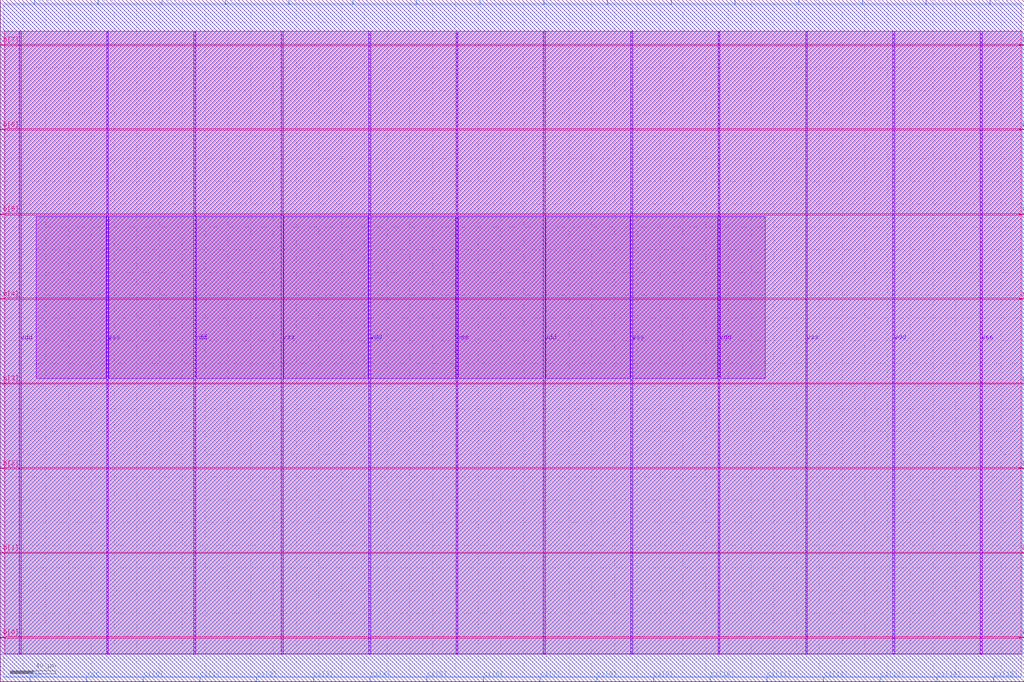
<source format=lef>
##################################################################################
#
#           GLOBALFOUNDRIES
#
##################################################################################
#
# 180MCU Tech LEF File
# based on DRM DM-000013-01 Rev 13
# TFG-Version: 2.1.9
# Date: February 2018
#-------------------------------------------------------
# metal stack option: 5LM_1TM_9K
# Preferred routing directions:
# vertical:   MET2 MET4 
# horizontal: MET1 MET3 MET5
#------------------------------------------------------
# This Techfile contains not correct Parasitic Information.
# USE Appropriate parasitic files for Parasitic Extraction.
#------------------------------------------------------

VERSION 5.7 ;
BUSBITCHARS "[]" ;
DIVIDERCHAR "/" ;

UNITS
    DATABASE MICRONS 2000  ;
    CAPACITANCE PICOFARADS 1 ;
    CURRENT MILLIAMPS 1 ;
    RESISTANCE OHMS 1 ;
END UNITS

SITE gf180mcu_osu_sc_gp9t3v3
  SYMMETRY X Y ;
  CLASS core ;
  SIZE 0.10 BY 6.150 ;
END gf180mcu_osu_sc_gp9t3v3

PROPERTYDEFINITIONS
  LAYER LEF58_EOLENCLOSURE STRING ;
  LAYER LEF58_TYPE STRING ;
END PROPERTYDEFINITIONS

MANUFACTURINGGRID 0.0050 ;
CLEARANCEMEASURE EUCLIDEAN ;
USEMINSPACING OBS ON ;

LAYER POLY2
 TYPE MASTERSLICE ;
END POLY2

LAYER CONT
 TYPE CUT ;
END CONT

LAYER MET1
    TYPE ROUTING ;
    DIRECTION HORIZONTAL ;

    PITCH 0.56 ; 
    OFFSET 0.28 ;

    MINWIDTH 0.230 ;                   # Mn.1  (n=1)
    WIDTH 0.230 ;                      # Mn.1  (n=1)
    SPACING 0.230  ;                   # Mn.2a (n=1)
    SPACING 0.300 RANGE 10.005 999.00 ; # Mn.2b
    AREA 0.1444 ;                      # Mn.3

    THICKNESS 0.54 ;
    ANTENNAMODEL OXIDE1 ;
    ANTENNASIDEAREARATIO 400 ;

    DCCURRENTDENSITY AVERAGE 0.67 ;
    ACCURRENTDENSITY AVERAGE 1.00 ;

    CAPACITANCE CPERSQDIST 0.0000394 ;
    RESISTANCE RPERSQ 0.090000 ;

    MINIMUMDENSITY 30.0 ;
    DENSITYCHECKWINDOW 200.0 200.0 ;
    DENSITYCHECKSTEP 100.0 ;

END MET1

LAYER VIA12
  TYPE CUT ;
  SPACING 0.26 ;
  WIDTH   0.26 ;

  ENCLOSURE BELOW 0.00 0.06 ;
  ENCLOSURE ABOVE 0.01 0.06 ;
  PROPERTY LEF58_EOLENCLOSURE "
  	EOLENCLOSURE 0.34 0.06 ;" ; 

  ARRAYSPACING CUTSPACING 0.36 ARRAYCUTS 4 SPACING 0.36 ; # Vn.2b

  ACCURRENTDENSITY AVERAGE 0.28 ;
  DCCURRENTDENSITY AVERAGE 0.18 ;
  ANTENNAMODEL OXIDE1 ;
  ANTENNAAREARATIO 20.0 ;
END VIA12


LAYER MET2
    TYPE ROUTING ;
    DIRECTION VERTICAL ;

    PITCH 0.56 ; 
    OFFSET 0.28 ;

    MINWIDTH 0.280 ;
    WIDTH 0.280 ;                        # Mn.1  (n>1)
    SPACING 0.280 ;                      # Mn.2a (n>1)
    SPACING 0.300 RANGE 10.005 999.00 ;  # Mn.2b
    AREA 0.1444 ;                        # Mn.3

    THICKNESS 0.54 ;
    ANTENNAMODEL OXIDE1 ;
    ANTENNADIFFSIDEAREARATIO 400 ;
    ANTENNAGATEPLUSDIFF 2 ;

    DCCURRENTDENSITY AVERAGE 0.67 ;
    ACCURRENTDENSITY AVERAGE 1.00 ;

    CAPACITANCE CPERSQDIST 0.0000394 ;
    RESISTANCE RPERSQ 0.090000 ;

    MINIMUMDENSITY 30.0 ;
    DENSITYCHECKWINDOW 200.0 200.0 ;
    DENSITYCHECKSTEP 100.0 ;

END MET2


LAYER VIA23
  TYPE CUT ;
  SPACING 0.26 ;
  WIDTH   0.26 ;

  ENCLOSURE BELOW 0.01 0.06 ;
  ENCLOSURE ABOVE 0.01 0.06 ;

  # a bit conservative for Vn.3/4a without considering the protrusion length of 0.28
  PROPERTY LEF58_EOLENCLOSURE " EOLENCLOSURE 0.34 0.06 ; " ;

  ARRAYSPACING CUTSPACING 0.36 ARRAYCUTS 4 SPACING 0.36 ; # Vn.2b

  ACCURRENTDENSITY AVERAGE 0.28 ;
  DCCURRENTDENSITY AVERAGE 0.18 ;
  ANTENNAMODEL OXIDE1 ;
  ANTENNAAREARATIO 20.0 ;
END VIA23


LAYER MET3
    TYPE ROUTING ;
    DIRECTION HORIZONTAL ;

    PITCH 0.56 ; 
    OFFSET 0.28 ;

    MINWIDTH 0.280 ;
    WIDTH 0.280 ;                        # Mn.1  (n>1)
    SPACING 0.280 ;                      # Mn.2a (n>1)
    SPACING 0.300 RANGE 10.005 999.00 ;  # Mn.2b
    AREA 0.1444 ;                        # Mn.3

    THICKNESS 0.54 ;
    ANTENNAMODEL OXIDE1 ;
    ANTENNADIFFSIDEAREARATIO 400 ;
    ANTENNAGATEPLUSDIFF 2 ;

    DCCURRENTDENSITY AVERAGE 0.67 ;
    ACCURRENTDENSITY AVERAGE 1.00 ;

    CAPACITANCE CPERSQDIST 0.0000394 ;
    RESISTANCE RPERSQ 0.090000 ;

    MINIMUMDENSITY 30.0 ;
    DENSITYCHECKWINDOW 200.0 200.0 ;
    DENSITYCHECKSTEP 100.0 ;

END MET3


LAYER VIA34
  TYPE CUT ;
  SPACING 0.26 ;
  WIDTH   0.26 ;

  ENCLOSURE BELOW 0.01 0.06 ;
  ENCLOSURE ABOVE 0.01 0.06 ;

  # a bit conservative for Vn.3/4a without considering the protrusion length of 0.28
  PROPERTY LEF58_EOLENCLOSURE " EOLENCLOSURE 0.34 0.06 ; " ;

  ARRAYSPACING CUTSPACING 0.36 ARRAYCUTS 4 SPACING 0.36 ; # Vn.2b

  ACCURRENTDENSITY AVERAGE 0.28 ;
  DCCURRENTDENSITY AVERAGE 0.18 ;
  ANTENNAMODEL OXIDE1 ;
  ANTENNAAREARATIO 20.0 ;
END VIA34


LAYER MET4
    TYPE ROUTING ;
    DIRECTION VERTICAL ;

    PITCH 0.56 ; 
    OFFSET 0.28 ;

    MINWIDTH 0.280 ;
    WIDTH 0.280 ;                        # Mn.1  (n>1)
    SPACING 0.280 ;                      # Mn.2a (n>1)
    SPACING 0.300 RANGE 10.005 999.00 ;  # Mn.2b
    AREA 0.1444 ;                        # Mn.3

    THICKNESS 0.54 ;
    ANTENNAMODEL OXIDE1 ;
    ANTENNADIFFSIDEAREARATIO 400 ;
    ANTENNAGATEPLUSDIFF 2 ;

    DCCURRENTDENSITY AVERAGE 0.67 ;
    ACCURRENTDENSITY AVERAGE 1.00 ;

    CAPACITANCE CPERSQDIST 0.0000394 ;
    RESISTANCE RPERSQ 0.090000 ;

    MINIMUMDENSITY 30.0 ;
    DENSITYCHECKWINDOW 200.0 200.0 ;
    DENSITYCHECKSTEP 100.0 ;

END MET4


LAYER VIA45
  TYPE CUT ;
  SPACING 0.26 ;
  WIDTH   0.26 ;

  ENCLOSURE BELOW 0.01 0.06 ;
 # ENCLOSURE ABOVE 0.01 0.09 ;
  ENCLOSURE ABOVE 0.01 0.06 ;

  # a bit conservative for Vn.3/4a without considering the protrusion length of 0.28
  PROPERTY LEF58_EOLENCLOSURE " EOLENCLOSURE 0.34 0.06 ; " ;

  ARRAYSPACING CUTSPACING 0.36 ARRAYCUTS 4 SPACING 0.36 ; # Vn.2b

  ACCURRENTDENSITY AVERAGE 0.28 ;
  DCCURRENTDENSITY AVERAGE 0.18 ;
  ANTENNAMODEL OXIDE1 ;
  ANTENNAAREARATIO 20.0 ;
END VIA45



LAYER MET5
    TYPE ROUTING ;
    DIRECTION HORIZONTAL ;

    OFFSET 0.45 ;


    PITCH 0.9 ;
    MINWIDTH 0.440 ;
    WIDTH   0.440 ;                      # MT.1
    AREA    0.5625 ;                     # MT.4
    SPACING 0.460 ;                      # MT.2a
    SPACING 0.600 RANGE 10.005 999.00 ;  # MT.2b

    DCCURRENTDENSITY AVERAGE 1.21 ;
    ACCURRENTDENSITY AVERAGE 1.82 ;
    RESISTANCE RPERSQ 0.04000 ;

    THICKNESS 0.99 ;

    ANTENNAMODEL OXIDE1 ;
    ANTENNADIFFSIDEAREARATIO 400 ;
    ANTENNAGATEPLUSDIFF 2 ;

    CAPACITANCE CPERSQDIST 0.0000394 ;

    MINIMUMDENSITY 30.0 ;
    DENSITYCHECKWINDOW 200.0 200.0 ;
    DENSITYCHECKSTEP 100.0 ;

END MET5



LAYER OverlapCheck
 TYPE OVERLAP ;
END OverlapCheck
LAYER OBS
 TYPE MASTERSLICE ;
END OBS

LAYER PR_bndry
    TYPE MASTERSLICE ;
END PR_bndry

#------------------------------------------------------------
#  CONT VIA SECTION 
#------------------------------------------------------------
#VIA CONT1 DEFAULT
# RESISTANCE 13.5 ;
# LAYER CONT ;
# RECT -0.11 -0.11 0.11 0.11 ;
# LAYER POLY2 ;
# RECT -0.18 -0.18 0.18 0.18 ;
# LAYER MET1 ;
# RECT -0.115 -0.115 0.115 0.115 ;
#END CONT1

#VIARULE CONT1 GENERATE
# LAYER POLY2 ;
# DIRECTION HORIZONTAL ;
# OVERHANG 0.07 ;
# LAYER MET1 ;
# DIRECTION VERTICAL ;
# OVERHANG 0.005 ;
# LAYER CONT ;
# RECT -0.11 -0.11 0.11 0.11 ;
# SPACING 0.47 BY 0.47 ;
# RESISTANCE 13.5 ;
#END CONT1

#------------------------------------------------------------
#  VIA12 VIA SECTION 
#------------------------------------------------------------
 VIA VIA12_HH  DEFAULT
 LAYER VIA12 ;
 RECT -0.130 -0.130 0.130 0.130 ;
 LAYER MET1 ;
 RECT -0.190 -0.130 0.190 0.130 ;
 LAYER MET2 ;
 RECT -0.190 -0.140 0.190 0.140 ;
 RESISTANCE 4.500 ;
 END VIA12_HH 
 
 VIA VIA12_HV  DEFAULT
 LAYER VIA12 ;
 RECT -0.130 -0.130 0.130 0.130 ;
 LAYER MET1 ;
 RECT -0.190 -0.130 0.190 0.130 ;
 LAYER MET2 ;
 RECT -0.140 -0.190 0.140 0.190 ;
 RESISTANCE 4.500 ;
 END VIA12_HV 
 
 VIA VIA12_VH  DEFAULT
 LAYER VIA12 ;
 RECT -0.130 -0.130 0.130 0.130 ;
 LAYER MET1 ;
 RECT -0.130 -0.190 0.130 0.190 ;
 LAYER MET2 ;
 RECT -0.190 -0.140 0.190 0.140 ;
 RESISTANCE 4.500 ;
 END VIA12_VH 
 
 VIA VIA12_VV  DEFAULT
 LAYER VIA12 ;
 RECT -0.130 -0.130 0.130 0.130 ;
 LAYER MET1 ;
 RECT -0.130 -0.190 0.130 0.190 ;
 LAYER MET2 ;
 RECT -0.140 -0.190 0.140 0.190 ;
 RESISTANCE 4.500 ;
 END VIA12_VV 
 
 VIA VIA12_2CUT_H
 LAYER VIA12 ;
 RECT -0.390 -0.130 -0.130 0.130 ;
 RECT 0.130 -0.130 0.390 0.130 ;
 LAYER MET1 ;
 RECT -0.450 -0.130 0.450 0.130 ;
 LAYER MET2 ;
 RECT -0.400 -0.190 0.400 0.190 ;
 END VIA12_2CUT_H
 
 VIA VIA12_2CUT_V
 LAYER VIA12 ;
 RECT -0.130 -0.390 0.130 -0.130 ;
 RECT -0.130 0.130 0.130 0.390 ;
 LAYER MET1 ;
 RECT -0.190 -0.390 0.190 0.390 ;
 LAYER MET2 ;
 RECT -0.140 -0.450 0.140 0.450 ;
 END VIA12_2CUT_V
 
 VIA VIA12_2X2_0_60_10_60_H_H  DEFAULT
 LAYER VIA12 ;
 RECT -0.390 -0.390 -0.130 -0.130 ;
 RECT 0.130 -0.390 0.390 -0.130 ;
 RECT -0.390 0.130 -0.130 0.390 ;
 RECT 0.130 0.130 0.390 0.390 ;
 LAYER MET1 ;
 RECT -0.450 -0.390 0.450 0.390 ;
 LAYER MET2 ;
 RECT -0.450 -0.400 0.450 0.400 ;
 END VIA12_2X2_0_60_10_60_H_H 
 
 VIA VIA12_2X2_0_60_10_60_H_V  DEFAULT
 LAYER VIA12 ;
 RECT -0.390 -0.390 -0.130 -0.130 ;
 RECT 0.130 -0.390 0.390 -0.130 ;
 RECT -0.390 0.130 -0.130 0.390 ;
 RECT 0.130 0.130 0.390 0.390 ;
 LAYER MET1 ;
 RECT -0.450 -0.390 0.450 0.390 ;
 LAYER MET2 ;
 RECT -0.400 -0.450 0.400 0.450 ;
 END VIA12_2X2_0_60_10_60_H_V 
 
 VIA VIA12_2X2_0_60_10_60_V_H  DEFAULT
 LAYER VIA12 ;
 RECT -0.390 -0.390 -0.130 -0.130 ;
 RECT 0.130 -0.390 0.390 -0.130 ;
 RECT -0.390 0.130 -0.130 0.390 ;
 RECT 0.130 0.130 0.390 0.390 ;
 LAYER MET1 ;
 RECT -0.390 -0.450 0.390 0.450 ;
 LAYER MET2 ;
 RECT -0.450 -0.400 0.450 0.400 ;
 END VIA12_2X2_0_60_10_60_V_H 
 
 VIA VIA12_2X2_0_60_10_60_V_V  DEFAULT
 LAYER VIA12 ;
 RECT -0.390 -0.390 -0.130 -0.130 ;
 RECT 0.130 -0.390 0.390 -0.130 ;
 RECT -0.390 0.130 -0.130 0.390 ;
 RECT 0.130 0.130 0.390 0.390 ;
 LAYER MET1 ;
 RECT -0.390 -0.450 0.390 0.450 ;
 LAYER MET2 ;
 RECT -0.400 -0.450 0.400 0.450 ;
 END VIA12_2X2_0_60_10_60_V_V 
 
VIARULE VIA12_GEN_HH GENERATE
  LAYER MET1 ;
    ENCLOSURE 0.060 0.000 ;
  LAYER MET2 ;
    ENCLOSURE 0.060 0.010 ;
  LAYER VIA12 ;
    RECT -0.130 -0.130 0.130 0.130 ;
    SPACING 0.520 BY 0.520 ;
END VIA12_GEN_HH

VIARULE VIA12_GEN_HV GENERATE
  LAYER MET1 ;
    ENCLOSURE 0.060 0.000 ;
  LAYER MET2 ;
    ENCLOSURE 0.010 0.060 ;
  LAYER VIA12 ;
    RECT -0.130 -0.130 0.130 0.130 ;
    SPACING 0.520 BY 0.520 ;
END VIA12_GEN_HV

VIARULE VIA12_GEN_VH GENERATE
  LAYER MET1 ;
    ENCLOSURE 0.000 0.060 ;
  LAYER MET2 ;
    ENCLOSURE 0.060 0.010 ;
  LAYER VIA12 ;
    RECT -0.130 -0.130 0.130 0.130 ;
    SPACING 0.520 BY 0.520 ;
END VIA12_GEN_VH

VIARULE VIA12_GEN_VV GENERATE
  LAYER MET1 ;
    ENCLOSURE 0.000 0.060 ;
  LAYER MET2 ;
    ENCLOSURE 0.010 0.060 ;
  LAYER VIA12 ;
    RECT -0.130 -0.130 0.130 0.130 ;
    SPACING 0.520 BY 0.520 ;
END VIA12_GEN_VV

 VIA VIA12_4X4H_HH_DEFAULT  DEFAULT
 LAYER VIA12 ;
 RECT -1.060 -1.060 -0.800 -0.800 ;
 RECT -0.440 -1.060 -0.180 -0.800 ;
 RECT 0.180 -1.060 0.440 -0.800 ;
 RECT 0.800 -1.060 1.060 -0.800 ;
 RECT -1.060 -0.440 -0.800 -0.180 ;
 RECT -0.440 -0.440 -0.180 -0.180 ;
 RECT 0.180 -0.440 0.440 -0.180 ;
 RECT 0.800 -0.440 1.060 -0.180 ;
 RECT -1.060 0.180 -0.800 0.440 ;
 RECT -0.440 0.180 -0.180 0.440 ;
 RECT 0.180 0.180 0.440 0.440 ;
 RECT 0.800 0.180 1.060 0.440 ;
 RECT -1.060 0.800 -0.800 1.060 ;
 RECT -0.440 0.800 -0.180 1.060 ;
 RECT 0.180 0.800 0.440 1.060 ;
 RECT 0.800 0.800 1.060 1.060 ;
 LAYER MET1 ;
 RECT -1.120 -1.060 1.120 1.060 ;
 LAYER MET2 ;
 RECT -1.120 -1.070 1.120 1.070 ;
 END VIA12_4X4H_HH_DEFAULT 
 
 VIA VIA12_4X4H_HV_DEFAULT  DEFAULT
 LAYER VIA12 ;
 RECT -1.060 -1.060 -0.800 -0.800 ;
 RECT -0.440 -1.060 -0.180 -0.800 ;
 RECT 0.180 -1.060 0.440 -0.800 ;
 RECT 0.800 -1.060 1.060 -0.800 ;
 RECT -1.060 -0.440 -0.800 -0.180 ;
 RECT -0.440 -0.440 -0.180 -0.180 ;
 RECT 0.180 -0.440 0.440 -0.180 ;
 RECT 0.800 -0.440 1.060 -0.180 ;
 RECT -1.060 0.180 -0.800 0.440 ;
 RECT -0.440 0.180 -0.180 0.440 ;
 RECT 0.180 0.180 0.440 0.440 ;
 RECT 0.800 0.180 1.060 0.440 ;
 RECT -1.060 0.800 -0.800 1.060 ;
 RECT -0.440 0.800 -0.180 1.060 ;
 RECT 0.180 0.800 0.440 1.060 ;
 RECT 0.800 0.800 1.060 1.060 ;
 LAYER MET1 ;
 RECT -1.120 -1.060 1.120 1.060 ;
 LAYER MET2 ;
 RECT -1.070 -1.120 1.070 1.120 ;
 END VIA12_4X4H_HV_DEFAULT 
 
 VIA VIA12_4X4H_VH_DEFAULT  DEFAULT
 LAYER VIA12 ;
 RECT -1.060 -1.060 -0.800 -0.800 ;
 RECT -0.440 -1.060 -0.180 -0.800 ;
 RECT 0.180 -1.060 0.440 -0.800 ;
 RECT 0.800 -1.060 1.060 -0.800 ;
 RECT -1.060 -0.440 -0.800 -0.180 ;
 RECT -0.440 -0.440 -0.180 -0.180 ;
 RECT 0.180 -0.440 0.440 -0.180 ;
 RECT 0.800 -0.440 1.060 -0.180 ;
 RECT -1.060 0.180 -0.800 0.440 ;
 RECT -0.440 0.180 -0.180 0.440 ;
 RECT 0.180 0.180 0.440 0.440 ;
 RECT 0.800 0.180 1.060 0.440 ;
 RECT -1.060 0.800 -0.800 1.060 ;
 RECT -0.440 0.800 -0.180 1.060 ;
 RECT 0.180 0.800 0.440 1.060 ;
 RECT 0.800 0.800 1.060 1.060 ;
 LAYER MET1 ;
 RECT -1.060 -1.120 1.060 1.120 ;
 LAYER MET2 ;
 RECT -1.120 -1.070 1.120 1.070 ;
 END VIA12_4X4H_VH_DEFAULT 
 
 VIA VIA12_4X4H_VV_DEFAULT  DEFAULT
 LAYER VIA12 ;
 RECT -1.060 -1.060 -0.800 -0.800 ;
 RECT -0.440 -1.060 -0.180 -0.800 ;
 RECT 0.180 -1.060 0.440 -0.800 ;
 RECT 0.800 -1.060 1.060 -0.800 ;
 RECT -1.060 -0.440 -0.800 -0.180 ;
 RECT -0.440 -0.440 -0.180 -0.180 ;
 RECT 0.180 -0.440 0.440 -0.180 ;
 RECT 0.800 -0.440 1.060 -0.180 ;
 RECT -1.060 0.180 -0.800 0.440 ;
 RECT -0.440 0.180 -0.180 0.440 ;
 RECT 0.180 0.180 0.440 0.440 ;
 RECT 0.800 0.180 1.060 0.440 ;
 RECT -1.060 0.800 -0.800 1.060 ;
 RECT -0.440 0.800 -0.180 1.060 ;
 RECT 0.180 0.800 0.440 1.060 ;
 RECT 0.800 0.800 1.060 1.060 ;
 LAYER MET1 ;
 RECT -1.060 -1.120 1.060 1.120 ;
 LAYER MET2 ;
 RECT -1.070 -1.120 1.070 1.120 ;
 END VIA12_4X4H_VV_DEFAULT 


#----------------------------------------------------------
# VIA VIA12_HH  DEFAULT
# LAYER VIA12 ;
# RECT -0.130 -0.130 0.130 0.130 ;
# LAYER MET1 ;
# RECT -0.190 -0.130 0.190 0.130 ;
# LAYER MET2 ;
# RECT -0.190 -0.140 0.190 0.140 ;
# END VIA12_HH 
# 
# VIA V12B 
# LAYER VIA12 ;
# RECT -0.130 -0.130 0.130 0.130 ;
# LAYER MET1 ;
# RECT -0.190 -0.130 0.190 0.130 ;
# LAYER MET2 ;
# RECT -0.140 -0.190 0.140 0.190 ;
# END V12B 
# 
# VIA VIA12_2CUT_H
# LAYER VIA12 ;
# RECT -0.390 -0.130 -0.130 0.130 ;
# RECT 0.130 -0.130 0.390 0.130 ;
# LAYER MET1 ;
# RECT -0.450 -0.130 0.450 0.130 ;
# LAYER MET2 ;
# RECT -0.400 -0.190 0.400 0.190 ;
# END VIA12_2CUT_H
# 
# VIA VIA12_2CUT_V
# LAYER VIA12 ;
# RECT -0.130 -0.390 0.130 -0.130 ;
# RECT -0.130 0.130 0.130 0.390 ;
# LAYER MET1 ;
# RECT -0.190 -0.390 0.190 0.390 ;
# LAYER MET2 ;
# RECT -0.140 -0.450 0.140 0.450 ;
# END VIA12_2CUT_V
# 
# VIA VIA12_2X2_0_60_10_60_H_H  DEFAULT
# LAYER VIA12 ;
# RECT -0.390 -0.390 -0.130 -0.130 ;
# RECT 0.130 -0.390 0.390 -0.130 ;
# RECT -0.390 0.130 -0.130 0.390 ;
# RECT 0.130 0.130 0.390 0.390 ;
# LAYER MET1 ;
# RECT -0.450 -0.390 0.450 0.390 ;
# LAYER MET2 ;
# RECT -0.450 -0.400 0.450 0.400 ;
# END VIA12_2X2_0_60_10_60_H_H 
# 
# VIA VIA12_2X2_0_60_10_60_H_V  DEFAULT
# LAYER VIA12 ;
# RECT -0.390 -0.390 -0.130 -0.130 ;
# RECT 0.130 -0.390 0.390 -0.130 ;
# RECT -0.390 0.130 -0.130 0.390 ;
# RECT 0.130 0.130 0.390 0.390 ;
# LAYER MET1 ;
# RECT -0.450 -0.390 0.450 0.390 ;
# LAYER MET2 ;
# RECT -0.400 -0.450 0.400 0.450 ;
# END VIA12_2X2_0_60_10_60_H_V 
# 
# VIA VIA12_2X2_0_60_10_60_V_H  DEFAULT
# LAYER VIA12 ;
# RECT -0.390 -0.390 -0.130 -0.130 ;
# RECT 0.130 -0.390 0.390 -0.130 ;
# RECT -0.390 0.130 -0.130 0.390 ;
# RECT 0.130 0.130 0.390 0.390 ;
# LAYER MET1 ;
# RECT -0.390 -0.450 0.390 0.450 ;
# LAYER MET2 ;
# RECT -0.450 -0.400 0.450 0.400 ;
# END VIA12_2X2_0_60_10_60_V_H 
# 
# VIA VIA12_2X2_0_60_10_60_V_V  DEFAULT
# LAYER VIA12 ;
# RECT -0.390 -0.390 -0.130 -0.130 ;
# RECT 0.130 -0.390 0.390 -0.130 ;
# RECT -0.390 0.130 -0.130 0.390 ;
# RECT 0.130 0.130 0.390 0.390 ;
# LAYER MET1 ;
# RECT -0.390 -0.450 0.390 0.450 ;
# LAYER MET2 ;
# RECT -0.400 -0.450 0.400 0.450 ;
# END VIA12_2X2_0_60_10_60_V_V 
# 
#VIARULE VIA12_GEN_HH GENERATE
#  LAYER MET1 ;
#    ENCLOSURE 0.060 0.000 ;
#  LAYER MET2 ;
#    ENCLOSURE 0.060 0.010 ;
#  LAYER VIA12 ;
#    RECT -0.130 -0.130 0.130 0.130 ;
#    SPACING 0.520 BY 0.520 ;
#END VIA12_GEN_HH
#
#VIARULE VIA12_GEN_HV GENERATE
#  LAYER MET1 ;
#    ENCLOSURE 0.060 0.000 ;
#  LAYER MET2 ;
#    ENCLOSURE 0.010 0.060 ;
#  LAYER VIA12 ;
#    RECT -0.130 -0.130 0.130 0.130 ;
#    SPACING 0.520 BY 0.520 ;
#END VIA12_GEN_HV
#
#VIARULE VIA12_GEN_VH GENERATE
#  LAYER MET1 ;
#    ENCLOSURE 0.000 0.060 ;
#  LAYER MET2 ;
#    ENCLOSURE 0.060 0.010 ;
#  LAYER VIA12 ;
#    RECT -0.130 -0.130 0.130 0.130 ;
#    SPACING 0.520 BY 0.520 ;
#END VIA12_GEN_VH
#
#VIARULE VIA12_GEN_VV GENERATE
#  LAYER MET1 ;
#    ENCLOSURE 0.000 0.060 ;
#  LAYER MET2 ;
#    ENCLOSURE 0.010 0.060 ;
#  LAYER VIA12 ;
#    RECT -0.130 -0.130 0.130 0.130 ;
#    SPACING 0.520 BY 0.520 ;
#END VIA12_GEN_VV
#
#VIARULE V12B GENERATE
#  LAYER MET1 ;
#    ENCLOSURE 0.060 0.060 ;
#  LAYER MET2 ;
#    ENCLOSURE 0.060 0.060 ;
#  LAYER VIA12 ;
#    RECT -0.130 -0.130 0.130 0.130 ;
#    SPACING 0.520 BY 0.520 ;
#END V12B
#
# VIA VIA12_4X4H_HH_DEFAULT  DEFAULT
# LAYER VIA12 ;
# RECT -1.060 -1.060 -0.800 -0.800 ;
# RECT -0.440 -1.060 -0.180 -0.800 ;
# RECT 0.180 -1.060 0.440 -0.800 ;
# RECT 0.800 -1.060 1.060 -0.800 ;
# RECT -1.060 -0.440 -0.800 -0.180 ;
# RECT -0.440 -0.440 -0.180 -0.180 ;
# RECT 0.180 -0.440 0.440 -0.180 ;
# RECT 0.800 -0.440 1.060 -0.180 ;
# RECT -1.060 0.180 -0.800 0.440 ;
# RECT -0.440 0.180 -0.180 0.440 ;
# RECT 0.180 0.180 0.440 0.440 ;
# RECT 0.800 0.180 1.060 0.440 ;
# RECT -1.060 0.800 -0.800 1.060 ;
# RECT -0.440 0.800 -0.180 1.060 ;
# RECT 0.180 0.800 0.440 1.060 ;
# RECT 0.800 0.800 1.060 1.060 ;
# LAYER MET1 ;
# RECT -1.120 -1.060 1.120 1.060 ;
# LAYER MET2 ;
# RECT -1.120 -1.070 1.120 1.070 ;
# END VIA12_4X4H_HH_DEFAULT 
# 
# VIA VIA12_4X4H_HV_DEFAULT  DEFAULT
# LAYER VIA12 ;
# RECT -1.060 -1.060 -0.800 -0.800 ;
# RECT -0.440 -1.060 -0.180 -0.800 ;
# RECT 0.180 -1.060 0.440 -0.800 ;
# RECT 0.800 -1.060 1.060 -0.800 ;
# RECT -1.060 -0.440 -0.800 -0.180 ;
# RECT -0.440 -0.440 -0.180 -0.180 ;
# RECT 0.180 -0.440 0.440 -0.180 ;
# RECT 0.800 -0.440 1.060 -0.180 ;
# RECT -1.060 0.180 -0.800 0.440 ;
# RECT -0.440 0.180 -0.180 0.440 ;
# RECT 0.180 0.180 0.440 0.440 ;
# RECT 0.800 0.180 1.060 0.440 ;
# RECT -1.060 0.800 -0.800 1.060 ;
# RECT -0.440 0.800 -0.180 1.060 ;
# RECT 0.180 0.800 0.440 1.060 ;
# RECT 0.800 0.800 1.060 1.060 ;
# LAYER MET1 ;
# RECT -1.120 -1.060 1.120 1.060 ;
# LAYER MET2 ;
# RECT -1.070 -1.120 1.070 1.120 ;
# END VIA12_4X4H_HV_DEFAULT 
# 
# VIA VIA12_4X4H_VH_DEFAULT  DEFAULT
# LAYER VIA12 ;
# RECT -1.060 -1.060 -0.800 -0.800 ;
# RECT -0.440 -1.060 -0.180 -0.800 ;
# RECT 0.180 -1.060 0.440 -0.800 ;
# RECT 0.800 -1.060 1.060 -0.800 ;
# RECT -1.060 -0.440 -0.800 -0.180 ;
# RECT -0.440 -0.440 -0.180 -0.180 ;
# RECT 0.180 -0.440 0.440 -0.180 ;
# RECT 0.800 -0.440 1.060 -0.180 ;
# RECT -1.060 0.180 -0.800 0.440 ;
# RECT -0.440 0.180 -0.180 0.440 ;
# RECT 0.180 0.180 0.440 0.440 ;
# RECT 0.800 0.180 1.060 0.440 ;
# RECT -1.060 0.800 -0.800 1.060 ;
# RECT -0.440 0.800 -0.180 1.060 ;
# RECT 0.180 0.800 0.440 1.060 ;
# RECT 0.800 0.800 1.060 1.060 ;
# LAYER MET1 ;
# RECT -1.060 -1.120 1.060 1.120 ;
# LAYER MET2 ;
# RECT -1.120 -1.070 1.120 1.070 ;
# END VIA12_4X4H_VH_DEFAULT 
# 
# VIA VIA12_4X4H_VV_DEFAULT  DEFAULT
# LAYER VIA12 ;
# RECT -1.060 -1.060 -0.800 -0.800 ;
# RECT -0.440 -1.060 -0.180 -0.800 ;
# RECT 0.180 -1.060 0.440 -0.800 ;
# RECT 0.800 -1.060 1.060 -0.800 ;
# RECT -1.060 -0.440 -0.800 -0.180 ;
# RECT -0.440 -0.440 -0.180 -0.180 ;
# RECT 0.180 -0.440 0.440 -0.180 ;
# RECT 0.800 -0.440 1.060 -0.180 ;
# RECT -1.060 0.180 -0.800 0.440 ;
# RECT -0.440 0.180 -0.180 0.440 ;
# RECT 0.180 0.180 0.440 0.440 ;
# RECT 0.800 0.180 1.060 0.440 ;
# RECT -1.060 0.800 -0.800 1.060 ;
# RECT -0.440 0.800 -0.180 1.060 ;
# RECT 0.180 0.800 0.440 1.060 ;
# RECT 0.800 0.800 1.060 1.060 ;
# LAYER MET1 ;
# RECT -1.060 -1.120 1.060 1.120 ;
# LAYER MET2 ;
# RECT -1.070 -1.120 1.070 1.120 ;
# END VIA12_4X4H_VV_DEFAULT 
# 
#------------------------------------------------------------
#  VIA23 VIA SECTION 
#------------------------------------------------------------
 VIA VIA23_HH  DEFAULT
 LAYER VIA23 ;
 RECT -0.130 -0.130 0.130 0.130 ;
 LAYER MET2 ;
 RECT -0.190 -0.140 0.190 0.140 ;
 LAYER MET3 ;
 RECT -0.190 -0.140 0.190 0.140 ;
 RESISTANCE 4.500 ;
 END VIA23_HH 
 
 VIA VIA23_HV  DEFAULT
 LAYER VIA23 ;
 RECT -0.130 -0.130 0.130 0.130 ;
 LAYER MET2 ;
 RECT -0.190 -0.140 0.190 0.140 ;
 LAYER MET3 ;
 RECT -0.140 -0.190 0.140 0.190 ;
 RESISTANCE 4.500 ;
 END VIA23_HV 
 
 VIA VIA23_VH  DEFAULT
 LAYER VIA23 ;
 RECT -0.130 -0.130 0.130 0.130 ;
 LAYER MET2 ;
 RECT -0.140 -0.190 0.140 0.190 ;
 LAYER MET3 ;
 RECT -0.190 -0.140 0.190 0.140 ;
 RESISTANCE 4.500 ;
 END VIA23_VH 
 
 VIA VIA23_VV  DEFAULT
 LAYER VIA23 ;
 RECT -0.130 -0.130 0.130 0.130 ;
 LAYER MET2 ;
 RECT -0.140 -0.190 0.140 0.190 ;
 LAYER MET3 ;
 RECT -0.140 -0.190 0.140 0.190 ;
 RESISTANCE 4.500 ;
 END VIA23_VV 
 
 VIA VIA23_2CUT_H
 LAYER VIA23 ;
 RECT -0.390 -0.130 -0.130 0.130 ;
 RECT 0.130 -0.130 0.390 0.130 ;
 LAYER MET2 ;
 RECT -0.390 -0.190 0.390 0.190 ;
 LAYER MET3 ;
 RECT -0.450 -0.140 0.450 0.140 ;
 END VIA23_2CUT_H
 
 VIA VIA23_2CUT_V
 LAYER VIA23 ;
 RECT -0.130 -0.390 0.130 -0.130 ;
 RECT -0.130 0.130 0.130 0.390 ;
 LAYER MET2 ;
 RECT -0.130 -0.450 0.130 0.450 ;
 LAYER MET3 ;
 RECT -0.190 -0.400 0.190 0.400 ;
 END VIA23_2CUT_V
 
 VIA VIA23_2X2_0_60_10_60_H_H  DEFAULT
 LAYER VIA23 ;
 RECT -0.390 -0.390 -0.130 -0.130 ;
 RECT 0.130 -0.390 0.390 -0.130 ;
 RECT -0.390 0.130 -0.130 0.390 ;
 RECT 0.130 0.130 0.390 0.390 ;
 LAYER MET2 ;
 RECT -0.450 -0.390 0.450 0.390 ;
 LAYER MET3 ;
 RECT -0.450 -0.400 0.450 0.400 ;
 END VIA23_2X2_0_60_10_60_H_H 
 
 VIA VIA23_2X2_0_60_10_60_H_V  DEFAULT
 LAYER VIA23 ;
 RECT -0.390 -0.390 -0.130 -0.130 ;
 RECT 0.130 -0.390 0.390 -0.130 ;
 RECT -0.390 0.130 -0.130 0.390 ;
 RECT 0.130 0.130 0.390 0.390 ;
 LAYER MET2 ;
 RECT -0.450 -0.390 0.450 0.390 ;
 LAYER MET3 ;
 RECT -0.400 -0.450 0.400 0.450 ;
 END VIA23_2X2_0_60_10_60_H_V 
 
 VIA VIA23_2X2_0_60_10_60_V_H  DEFAULT
 LAYER VIA23 ;
 RECT -0.390 -0.390 -0.130 -0.130 ;
 RECT 0.130 -0.390 0.390 -0.130 ;
 RECT -0.390 0.130 -0.130 0.390 ;
 RECT 0.130 0.130 0.390 0.390 ;
 LAYER MET2 ;
 RECT -0.390 -0.450 0.390 0.450 ;
 LAYER MET3 ;
 RECT -0.450 -0.400 0.450 0.400 ;
 END VIA23_2X2_0_60_10_60_V_H 
 
 VIA VIA23_2X2_0_60_10_60_V_V  DEFAULT
 LAYER VIA23 ;
 RECT -0.390 -0.390 -0.130 -0.130 ;
 RECT 0.130 -0.390 0.390 -0.130 ;
 RECT -0.390 0.130 -0.130 0.390 ;
 RECT 0.130 0.130 0.390 0.390 ;
 LAYER MET2 ;
 RECT -0.390 -0.450 0.390 0.450 ;
 LAYER MET3 ;
 RECT -0.400 -0.450 0.400 0.450 ;
 END VIA23_2X2_0_60_10_60_V_V 
 
VIARULE VIA23_GEN_HH GENERATE
  LAYER MET2 ;
    ENCLOSURE 0.060 0.010 ;
  LAYER MET3 ;
    ENCLOSURE 0.060 0.010 ;
  LAYER VIA23 ;
    RECT -0.130 -0.130 0.130 0.130 ;
    SPACING 0.520 BY 0.520 ;
END VIA23_GEN_HH

VIARULE VIA23_GEN_HV GENERATE
  LAYER MET2 ;
    ENCLOSURE 0.060 0.010 ;
  LAYER MET3 ;
    ENCLOSURE 0.010 0.060 ;
  LAYER VIA23 ;
    RECT -0.130 -0.130 0.130 0.130 ;
    SPACING 0.520 BY 0.520 ;
END VIA23_GEN_HV

VIARULE VIA23_GEN_VH GENERATE
  LAYER MET2 ;
    ENCLOSURE 0.010 0.060 ;
  LAYER MET3 ;
    ENCLOSURE 0.060 0.010 ;
  LAYER VIA23 ;
    RECT -0.130 -0.130 0.130 0.130 ;
    SPACING 0.520 BY 0.520 ;
END VIA23_GEN_VH

VIARULE VIA23_GEN_VV GENERATE
  LAYER MET2 ;
    ENCLOSURE 0.010 0.060 ;
  LAYER MET3 ;
    ENCLOSURE 0.010 0.060 ;
  LAYER VIA23 ;
    RECT -0.130 -0.130 0.130 0.130 ;
    SPACING 0.520 BY 0.520 ;
END VIA23_GEN_VV

 VIA VIA23_4X4H_HH_DEFAULT  DEFAULT
 LAYER VIA23 ;
 RECT -1.060 -1.060 -0.800 -0.800 ;
 RECT -0.440 -1.060 -0.180 -0.800 ;
 RECT 0.180 -1.060 0.440 -0.800 ;
 RECT 0.800 -1.060 1.060 -0.800 ;
 RECT -1.060 -0.440 -0.800 -0.180 ;
 RECT -0.440 -0.440 -0.180 -0.180 ;
 RECT 0.180 -0.440 0.440 -0.180 ;
 RECT 0.800 -0.440 1.060 -0.180 ;
 RECT -1.060 0.180 -0.800 0.440 ;
 RECT -0.440 0.180 -0.180 0.440 ;
 RECT 0.180 0.180 0.440 0.440 ;
 RECT 0.800 0.180 1.060 0.440 ;
 RECT -1.060 0.800 -0.800 1.060 ;
 RECT -0.440 0.800 -0.180 1.060 ;
 RECT 0.180 0.800 0.440 1.060 ;
 RECT 0.800 0.800 1.060 1.060 ;
 LAYER MET2 ;
 RECT -1.120 -1.070 1.120 1.070 ;
 LAYER MET3 ;
 RECT -1.120 -1.070 1.120 1.070 ;
 END VIA23_4X4H_HH_DEFAULT 
 
 VIA VIA23_4X4H_HV_DEFAULT  DEFAULT
 LAYER VIA23 ;
 RECT -1.060 -1.060 -0.800 -0.800 ;
 RECT -0.440 -1.060 -0.180 -0.800 ;
 RECT 0.180 -1.060 0.440 -0.800 ;
 RECT 0.800 -1.060 1.060 -0.800 ;
 RECT -1.060 -0.440 -0.800 -0.180 ;
 RECT -0.440 -0.440 -0.180 -0.180 ;
 RECT 0.180 -0.440 0.440 -0.180 ;
 RECT 0.800 -0.440 1.060 -0.180 ;
 RECT -1.060 0.180 -0.800 0.440 ;
 RECT -0.440 0.180 -0.180 0.440 ;
 RECT 0.180 0.180 0.440 0.440 ;
 RECT 0.800 0.180 1.060 0.440 ;
 RECT -1.060 0.800 -0.800 1.060 ;
 RECT -0.440 0.800 -0.180 1.060 ;
 RECT 0.180 0.800 0.440 1.060 ;
 RECT 0.800 0.800 1.060 1.060 ;
 LAYER MET2 ;
 RECT -1.120 -1.070 1.120 1.070 ;
 LAYER MET3 ;
 RECT -1.070 -1.120 1.070 1.120 ;
 END VIA23_4X4H_HV_DEFAULT 
 
 VIA VIA23_4X4H_VH_DEFAULT  DEFAULT
 LAYER VIA23 ;
 RECT -1.060 -1.060 -0.800 -0.800 ;
 RECT -0.440 -1.060 -0.180 -0.800 ;
 RECT 0.180 -1.060 0.440 -0.800 ;
 RECT 0.800 -1.060 1.060 -0.800 ;
 RECT -1.060 -0.440 -0.800 -0.180 ;
 RECT -0.440 -0.440 -0.180 -0.180 ;
 RECT 0.180 -0.440 0.440 -0.180 ;
 RECT 0.800 -0.440 1.060 -0.180 ;
 RECT -1.060 0.180 -0.800 0.440 ;
 RECT -0.440 0.180 -0.180 0.440 ;
 RECT 0.180 0.180 0.440 0.440 ;
 RECT 0.800 0.180 1.060 0.440 ;
 RECT -1.060 0.800 -0.800 1.060 ;
 RECT -0.440 0.800 -0.180 1.060 ;
 RECT 0.180 0.800 0.440 1.060 ;
 RECT 0.800 0.800 1.060 1.060 ;
 LAYER MET2 ;
 RECT -1.070 -1.120 1.070 1.120 ;
 LAYER MET3 ;
 RECT -1.120 -1.070 1.120 1.070 ;
 END VIA23_4X4H_VH_DEFAULT 
 
 VIA VIA23_4X4H_VV_DEFAULT  DEFAULT
 LAYER VIA23 ;
 RECT -1.060 -1.060 -0.800 -0.800 ;
 RECT -0.440 -1.060 -0.180 -0.800 ;
 RECT 0.180 -1.060 0.440 -0.800 ;
 RECT 0.800 -1.060 1.060 -0.800 ;
 RECT -1.060 -0.440 -0.800 -0.180 ;
 RECT -0.440 -0.440 -0.180 -0.180 ;
 RECT 0.180 -0.440 0.440 -0.180 ;
 RECT 0.800 -0.440 1.060 -0.180 ;
 RECT -1.060 0.180 -0.800 0.440 ;
 RECT -0.440 0.180 -0.180 0.440 ;
 RECT 0.180 0.180 0.440 0.440 ;
 RECT 0.800 0.180 1.060 0.440 ;
 RECT -1.060 0.800 -0.800 1.060 ;
 RECT -0.440 0.800 -0.180 1.060 ;
 RECT 0.180 0.800 0.440 1.060 ;
 RECT 0.800 0.800 1.060 1.060 ;
 LAYER MET2 ;
 RECT -1.070 -1.120 1.070 1.120 ;
 LAYER MET3 ;
 RECT -1.070 -1.120 1.070 1.120 ;
 END VIA23_4X4H_VV_DEFAULT 
#------------------------------------------------------------
# VIA VIA23_HV  DEFAULT
# LAYER VIA23 ;
# RECT -0.130 -0.130 0.130 0.130 ;
# LAYER MET2 ;
# RECT -0.190 -0.140 0.190 0.140 ;
# LAYER MET3 ;
# RECT -0.140 -0.190 0.140 0.190 ;
# END VIA23_HV 
# 
# VIA VIA23_VV  DEFAULT
# LAYER VIA23 ;
# RECT -0.130 -0.130 0.130 0.130 ;
# LAYER MET2 ;
# RECT -0.140 -0.190 0.140 0.190 ;
# LAYER MET3 ;
# RECT -0.140 -0.190 0.140 0.190 ;
# END VIA23_VV 
# 
# VIA V23A 
# LAYER VIA23 ;
# RECT -0.130 -0.130 0.130 0.130 ;
# LAYER MET2 ;
# RECT -0.140 -0.190 0.140 0.190 ;
# LAYER MET3 ;
# RECT -0.140 -0.190 0.140 0.190 ;
# END V23A 
# 
# VIA VIA23_2CUT_H
# LAYER VIA23 ;
# RECT -0.390 -0.130 -0.130 0.130 ;
# RECT 0.130 -0.130 0.390 0.130 ;
# LAYER MET2 ;
# RECT -0.390 -0.190 0.390 0.190 ;
# LAYER MET3 ;
# RECT -0.450 -0.140 0.450 0.140 ;
# END VIA23_2CUT_H
# 
# VIA VIA23_2CUT_V
# LAYER VIA23 ;
# RECT -0.130 -0.390 0.130 -0.130 ;
# RECT -0.130 0.130 0.130 0.390 ;
# LAYER MET2 ;
# RECT -0.130 -0.450 0.130 0.450 ;
# LAYER MET3 ;
# RECT -0.190 -0.400 0.190 0.400 ;
# END VIA23_2CUT_V
# 
# VIA VIA23_2X2_10_60_10_60_H_H  DEFAULT
# LAYER VIA23 ;
# RECT -0.390 -0.390 -0.130 -0.130 ;
# RECT 0.130 -0.390 0.390 -0.130 ;
# RECT -0.390 0.130 -0.130 0.390 ;
# RECT 0.130 0.130 0.390 0.390 ;
# LAYER MET2 ;
# RECT -0.450 -0.400 0.450 0.400 ;
# LAYER MET3 ;
# RECT -0.450 -0.400 0.450 0.400 ;
# END VIA23_2X2_10_60_10_60_H_H 
# 
# VIA VIA23_2X2_10_60_10_60_H_V  DEFAULT
# LAYER VIA23 ;
# RECT -0.390 -0.390 -0.130 -0.130 ;
# RECT 0.130 -0.390 0.390 -0.130 ;
# RECT -0.390 0.130 -0.130 0.390 ;
# RECT 0.130 0.130 0.390 0.390 ;
# LAYER MET2 ;
# RECT -0.450 -0.400 0.450 0.400 ;
# LAYER MET3 ;
# RECT -0.400 -0.450 0.400 0.450 ;
# END VIA23_2X2_10_60_10_60_H_V 
# 
# VIA VIA23_2X2_10_60_10_60_V_H  DEFAULT
# LAYER VIA23 ;
# RECT -0.390 -0.390 -0.130 -0.130 ;
# RECT 0.130 -0.390 0.390 -0.130 ;
# RECT -0.390 0.130 -0.130 0.390 ;
# RECT 0.130 0.130 0.390 0.390 ;
# LAYER MET2 ;
# RECT -0.400 -0.450 0.400 0.450 ;
# LAYER MET3 ;
# RECT -0.450 -0.400 0.450 0.400 ;
# END VIA23_2X2_10_60_10_60_V_H 
# 
# VIA VIA23_2X2_10_60_10_60_V_V  DEFAULT
# LAYER VIA23 ;
# RECT -0.390 -0.390 -0.130 -0.130 ;
# RECT 0.130 -0.390 0.390 -0.130 ;
# RECT -0.390 0.130 -0.130 0.390 ;
# RECT 0.130 0.130 0.390 0.390 ;
# LAYER MET2 ;
# RECT -0.400 -0.450 0.400 0.450 ;
# LAYER MET3 ;
# RECT -0.400 -0.450 0.400 0.450 ;
# END VIA23_2X2_10_60_10_60_V_V 
# 
#VIARULE VIA23_GEN_HH GENERATE
#  LAYER MET2 ;
#    ENCLOSURE 0.060 0.010 ;
#  LAYER MET3 ;
#    ENCLOSURE 0.060 0.010 ;
#  LAYER VIA23 ;
#    RECT -0.130 -0.130 0.130 0.130 ;
#    SPACING 0.520 BY 0.520 ;
#END VIA23_GEN_HH
#
#VIARULE VIA23_GEN_HV GENERATE
#  LAYER MET2 ;
#    ENCLOSURE 0.060 0.010 ;
#  LAYER MET3 ;
#    ENCLOSURE 0.010 0.060 ;
#  LAYER VIA23 ;
#    RECT -0.130 -0.130 0.130 0.130 ;
#    SPACING 0.520 BY 0.520 ;
#END VIA23_GEN_HV
#
#VIARULE VIA23_GEN_VH GENERATE
#  LAYER MET2 ;
#    ENCLOSURE 0.010 0.060 ;
#  LAYER MET3 ;
#    ENCLOSURE 0.060 0.010 ;
#  LAYER VIA23 ;
#    RECT -0.130 -0.130 0.130 0.130 ;
#    SPACING 0.520 BY 0.520 ;
#END VIA23_GEN_VH
#
#VIARULE VIA23_GEN_VV GENERATE
#  LAYER MET2 ;
#    ENCLOSURE 0.010 0.060 ;
#  LAYER MET3 ;
#    ENCLOSURE 0.010 0.060 ;
#  LAYER VIA23 ;
#    RECT -0.130 -0.130 0.130 0.130 ;
#    SPACING 0.520 BY 0.520 ;
#END VIA23_GEN_VV
#
#VIARULE V23B GENERATE
#  LAYER MET2 ;
#    ENCLOSURE 0.060 0.060 ;
#  LAYER MET3 ;
#    ENCLOSURE 0.060 0.060 ;
#  LAYER VIA23 ;
#    RECT -0.130 -0.130 0.130 0.130 ;
#    SPACING 0.520 BY 0.520 ;
#END V23B
#
# VIA VIA23_4X4H_HH_DEFAULT  DEFAULT
# LAYER VIA23 ;
# RECT -1.060 -1.060 -0.800 -0.800 ;
# RECT -0.440 -1.060 -0.180 -0.800 ;
# RECT 0.180 -1.060 0.440 -0.800 ;
# RECT 0.800 -1.060 1.060 -0.800 ;
# RECT -1.060 -0.440 -0.800 -0.180 ;
# RECT -0.440 -0.440 -0.180 -0.180 ;
# RECT 0.180 -0.440 0.440 -0.180 ;
# RECT 0.800 -0.440 1.060 -0.180 ;
# RECT -1.060 0.180 -0.800 0.440 ;
# RECT -0.440 0.180 -0.180 0.440 ;
# RECT 0.180 0.180 0.440 0.440 ;
# RECT 0.800 0.180 1.060 0.440 ;
# RECT -1.060 0.800 -0.800 1.060 ;
# RECT -0.440 0.800 -0.180 1.060 ;
# RECT 0.180 0.800 0.440 1.060 ;
# RECT 0.800 0.800 1.060 1.060 ;
# LAYER MET2 ;
# RECT -1.120 -1.070 1.120 1.070 ;
# LAYER MET3 ;
# RECT -1.120 -1.070 1.120 1.070 ;
# END VIA23_4X4H_HH_DEFAULT 
# 
# VIA VIA23_4X4H_HV_DEFAULT  DEFAULT
# LAYER VIA23 ;
# RECT -1.060 -1.060 -0.800 -0.800 ;
# RECT -0.440 -1.060 -0.180 -0.800 ;
# RECT 0.180 -1.060 0.440 -0.800 ;
# RECT 0.800 -1.060 1.060 -0.800 ;
# RECT -1.060 -0.440 -0.800 -0.180 ;
# RECT -0.440 -0.440 -0.180 -0.180 ;
# RECT 0.180 -0.440 0.440 -0.180 ;
# RECT 0.800 -0.440 1.060 -0.180 ;
# RECT -1.060 0.180 -0.800 0.440 ;
# RECT -0.440 0.180 -0.180 0.440 ;
# RECT 0.180 0.180 0.440 0.440 ;
# RECT 0.800 0.180 1.060 0.440 ;
# RECT -1.060 0.800 -0.800 1.060 ;
# RECT -0.440 0.800 -0.180 1.060 ;
# RECT 0.180 0.800 0.440 1.060 ;
# RECT 0.800 0.800 1.060 1.060 ;
# LAYER MET2 ;
# RECT -1.120 -1.070 1.120 1.070 ;
# LAYER MET3 ;
# RECT -1.070 -1.120 1.070 1.120 ;
# END VIA23_4X4H_HV_DEFAULT 
# 
# VIA VIA23_4X4H_VH_DEFAULT  DEFAULT
# LAYER VIA23 ;
# RECT -1.060 -1.060 -0.800 -0.800 ;
# RECT -0.440 -1.060 -0.180 -0.800 ;
# RECT 0.180 -1.060 0.440 -0.800 ;
# RECT 0.800 -1.060 1.060 -0.800 ;
# RECT -1.060 -0.440 -0.800 -0.180 ;
# RECT -0.440 -0.440 -0.180 -0.180 ;
# RECT 0.180 -0.440 0.440 -0.180 ;
# RECT 0.800 -0.440 1.060 -0.180 ;
# RECT -1.060 0.180 -0.800 0.440 ;
# RECT -0.440 0.180 -0.180 0.440 ;
# RECT 0.180 0.180 0.440 0.440 ;
# RECT 0.800 0.180 1.060 0.440 ;
# RECT -1.060 0.800 -0.800 1.060 ;
# RECT -0.440 0.800 -0.180 1.060 ;
# RECT 0.180 0.800 0.440 1.060 ;
# RECT 0.800 0.800 1.060 1.060 ;
# LAYER MET2 ;
# RECT -1.070 -1.120 1.070 1.120 ;
# LAYER MET3 ;
# RECT -1.120 -1.070 1.120 1.070 ;
# END VIA23_4X4H_VH_DEFAULT 
# 
# VIA VIA23_4X4H_VV_DEFAULT  DEFAULT
# LAYER VIA23 ;
# RECT -1.060 -1.060 -0.800 -0.800 ;
# RECT -0.440 -1.060 -0.180 -0.800 ;
# RECT 0.180 -1.060 0.440 -0.800 ;
# RECT 0.800 -1.060 1.060 -0.800 ;
# RECT -1.060 -0.440 -0.800 -0.180 ;
# RECT -0.440 -0.440 -0.180 -0.180 ;
# RECT 0.180 -0.440 0.440 -0.180 ;
# RECT 0.800 -0.440 1.060 -0.180 ;
# RECT -1.060 0.180 -0.800 0.440 ;
# RECT -0.440 0.180 -0.180 0.440 ;
# RECT 0.180 0.180 0.440 0.440 ;
# RECT 0.800 0.180 1.060 0.440 ;
# RECT -1.060 0.800 -0.800 1.060 ;
# RECT -0.440 0.800 -0.180 1.060 ;
# RECT 0.180 0.800 0.440 1.060 ;
# RECT 0.800 0.800 1.060 1.060 ;
# LAYER MET2 ;
# RECT -1.070 -1.120 1.070 1.120 ;
# LAYER MET3 ;
# RECT -1.070 -1.120 1.070 1.120 ;
# END VIA23_4X4H_VV_DEFAULT 
# 
#------------------------------------------------------------
#  VIA34 VIA SECTION 
#------------------------------------------------------------
 VIA VIA34_HH  DEFAULT
 LAYER VIA34 ;
 RECT -0.130 -0.130 0.130 0.130 ;
 LAYER MET3 ;
 RECT -0.190 -0.140 0.190 0.140 ;
 LAYER MET4 ;
 RECT -0.190 -0.140 0.190 0.140 ;
 RESISTANCE 4.500 ;
 END VIA34_HH 
 
 VIA VIA34_HV  DEFAULT
 LAYER VIA34 ;
 RECT -0.130 -0.130 0.130 0.130 ;
 LAYER MET3 ;
 RECT -0.190 -0.140 0.190 0.140 ;
 LAYER MET4 ;
 RECT -0.140 -0.190 0.140 0.190 ;
 RESISTANCE 4.500 ;
 END VIA34_HV 
 
 VIA VIA34_VH  DEFAULT
 LAYER VIA34 ;
 RECT -0.130 -0.130 0.130 0.130 ;
 LAYER MET3 ;
 RECT -0.140 -0.190 0.140 0.190 ;
 LAYER MET4 ;
 RECT -0.190 -0.140 0.190 0.140 ;
 RESISTANCE 4.500 ;
 END VIA34_VH 
 
 VIA VIA34_VV  DEFAULT
 LAYER VIA34 ;
 RECT -0.130 -0.130 0.130 0.130 ;
 LAYER MET3 ;
 RECT -0.140 -0.190 0.140 0.190 ;
 LAYER MET4 ;
 RECT -0.140 -0.190 0.140 0.190 ;
 RESISTANCE 4.500 ;
 END VIA34_VV 
 
 VIA VIA34_2CUT_H
 LAYER VIA34 ;
 RECT -0.390 -0.130 -0.130 0.130 ;
 RECT 0.130 -0.130 0.390 0.130 ;
 LAYER MET3 ;
 RECT -0.450 -0.130 0.450 0.130 ;
 LAYER MET4 ;
 RECT -0.400 -0.190 0.400 0.190 ;
 END VIA34_2CUT_H
 
 VIA VIA34_2CUT_V
 LAYER VIA34 ;
 RECT -0.130 -0.390 0.130 -0.130 ;
 RECT -0.130 0.130 0.130 0.390 ;
 LAYER MET3 ;
 RECT -0.190 -0.390 0.190 0.390 ;
 LAYER MET4 ;
 RECT -0.140 -0.450 0.140 0.450 ;
 END VIA34_2CUT_V
 
 VIA VIA34_2X2_0_60_10_60_H_H  DEFAULT
 LAYER VIA34 ;
 RECT -0.390 -0.390 -0.130 -0.130 ;
 RECT 0.130 -0.390 0.390 -0.130 ;
 RECT -0.390 0.130 -0.130 0.390 ;
 RECT 0.130 0.130 0.390 0.390 ;
 LAYER MET3 ;
 RECT -0.450 -0.390 0.450 0.390 ;
 LAYER MET4 ;
 RECT -0.450 -0.400 0.450 0.400 ;
 END VIA34_2X2_0_60_10_60_H_H 
 
 VIA VIA34_2X2_0_60_10_60_H_V  DEFAULT
 LAYER VIA34 ;
 RECT -0.390 -0.390 -0.130 -0.130 ;
 RECT 0.130 -0.390 0.390 -0.130 ;
 RECT -0.390 0.130 -0.130 0.390 ;
 RECT 0.130 0.130 0.390 0.390 ;
 LAYER MET3 ;
 RECT -0.450 -0.390 0.450 0.390 ;
 LAYER MET4 ;
 RECT -0.400 -0.450 0.400 0.450 ;
 END VIA34_2X2_0_60_10_60_H_V 
 
 VIA VIA34_2X2_0_60_10_60_V_H  DEFAULT
 LAYER VIA34 ;
 RECT -0.390 -0.390 -0.130 -0.130 ;
 RECT 0.130 -0.390 0.390 -0.130 ;
 RECT -0.390 0.130 -0.130 0.390 ;
 RECT 0.130 0.130 0.390 0.390 ;
 LAYER MET3 ;
 RECT -0.390 -0.450 0.390 0.450 ;
 LAYER MET4 ;
 RECT -0.450 -0.400 0.450 0.400 ;
 END VIA34_2X2_0_60_10_60_V_H 
 
 VIA VIA34_2X2_0_60_10_60_V_V  DEFAULT
 LAYER VIA34 ;
 RECT -0.390 -0.390 -0.130 -0.130 ;
 RECT 0.130 -0.390 0.390 -0.130 ;
 RECT -0.390 0.130 -0.130 0.390 ;
 RECT 0.130 0.130 0.390 0.390 ;
 LAYER MET3 ;
 RECT -0.390 -0.450 0.390 0.450 ;
 LAYER MET4 ;
 RECT -0.400 -0.450 0.400 0.450 ;
 END VIA34_2X2_0_60_10_60_V_V 
 
VIARULE VIA34_GEN_HH GENERATE
  LAYER MET3 ;
    ENCLOSURE 0.060 0.010 ;
  LAYER MET4 ;
    ENCLOSURE 0.060 0.010 ;
  LAYER VIA34 ;
    RECT -0.130 -0.130 0.130 0.130 ;
    SPACING 0.520 BY 0.520 ;
END VIA34_GEN_HH

VIARULE VIA34_GEN_HV GENERATE
  LAYER MET3 ;
    ENCLOSURE 0.060 0.010 ;
  LAYER MET4 ;
    ENCLOSURE 0.010 0.060 ;
  LAYER VIA34 ;
    RECT -0.130 -0.130 0.130 0.130 ;
    SPACING 0.520 BY 0.520 ;
END VIA34_GEN_HV

VIARULE VIA34_GEN_VH GENERATE
  LAYER MET3 ;
    ENCLOSURE 0.010 0.060 ;
  LAYER MET4 ;
    ENCLOSURE 0.060 0.010 ;
  LAYER VIA34 ;
    RECT -0.130 -0.130 0.130 0.130 ;
    SPACING 0.520 BY 0.520 ;
END VIA34_GEN_VH

VIARULE VIA34_GEN_VV GENERATE
  LAYER MET3 ;
    ENCLOSURE 0.010 0.060 ;
  LAYER MET4 ;
    ENCLOSURE 0.010 0.060 ;
  LAYER VIA34 ;
    RECT -0.130 -0.130 0.130 0.130 ;
    SPACING 0.520 BY 0.520 ;
END VIA34_GEN_VV

 VIA VIA34_4X4H_HH_DEFAULT  DEFAULT
 LAYER VIA34 ;
 RECT -1.060 -1.060 -0.800 -0.800 ;
 RECT -0.440 -1.060 -0.180 -0.800 ;
 RECT 0.180 -1.060 0.440 -0.800 ;
 RECT 0.800 -1.060 1.060 -0.800 ;
 RECT -1.060 -0.440 -0.800 -0.180 ;
 RECT -0.440 -0.440 -0.180 -0.180 ;
 RECT 0.180 -0.440 0.440 -0.180 ;
 RECT 0.800 -0.440 1.060 -0.180 ;
 RECT -1.060 0.180 -0.800 0.440 ;
 RECT -0.440 0.180 -0.180 0.440 ;
 RECT 0.180 0.180 0.440 0.440 ;
 RECT 0.800 0.180 1.060 0.440 ;
 RECT -1.060 0.800 -0.800 1.060 ;
 RECT -0.440 0.800 -0.180 1.060 ;
 RECT 0.180 0.800 0.440 1.060 ;
 RECT 0.800 0.800 1.060 1.060 ;
 LAYER MET3 ;
 RECT -1.120 -1.070 1.120 1.070 ;
 LAYER MET4 ;
 RECT -1.120 -1.070 1.120 1.070 ;
 END VIA34_4X4H_HH_DEFAULT 
 
 VIA VIA34_4X4H_HV_DEFAULT  DEFAULT
 LAYER VIA34 ;
 RECT -1.060 -1.060 -0.800 -0.800 ;
 RECT -0.440 -1.060 -0.180 -0.800 ;
 RECT 0.180 -1.060 0.440 -0.800 ;
 RECT 0.800 -1.060 1.060 -0.800 ;
 RECT -1.060 -0.440 -0.800 -0.180 ;
 RECT -0.440 -0.440 -0.180 -0.180 ;
 RECT 0.180 -0.440 0.440 -0.180 ;
 RECT 0.800 -0.440 1.060 -0.180 ;
 RECT -1.060 0.180 -0.800 0.440 ;
 RECT -0.440 0.180 -0.180 0.440 ;
 RECT 0.180 0.180 0.440 0.440 ;
 RECT 0.800 0.180 1.060 0.440 ;
 RECT -1.060 0.800 -0.800 1.060 ;
 RECT -0.440 0.800 -0.180 1.060 ;
 RECT 0.180 0.800 0.440 1.060 ;
 RECT 0.800 0.800 1.060 1.060 ;
 LAYER MET3 ;
 RECT -1.120 -1.070 1.120 1.070 ;
 LAYER MET4 ;
 RECT -1.070 -1.120 1.070 1.120 ;
 END VIA34_4X4H_HV_DEFAULT 
 
 VIA VIA34_4X4H_VH_DEFAULT  DEFAULT
 LAYER VIA34 ;
 RECT -1.060 -1.060 -0.800 -0.800 ;
 RECT -0.440 -1.060 -0.180 -0.800 ;
 RECT 0.180 -1.060 0.440 -0.800 ;
 RECT 0.800 -1.060 1.060 -0.800 ;
 RECT -1.060 -0.440 -0.800 -0.180 ;
 RECT -0.440 -0.440 -0.180 -0.180 ;
 RECT 0.180 -0.440 0.440 -0.180 ;
 RECT 0.800 -0.440 1.060 -0.180 ;
 RECT -1.060 0.180 -0.800 0.440 ;
 RECT -0.440 0.180 -0.180 0.440 ;
 RECT 0.180 0.180 0.440 0.440 ;
 RECT 0.800 0.180 1.060 0.440 ;
 RECT -1.060 0.800 -0.800 1.060 ;
 RECT -0.440 0.800 -0.180 1.060 ;
 RECT 0.180 0.800 0.440 1.060 ;
 RECT 0.800 0.800 1.060 1.060 ;
 LAYER MET3 ;
 RECT -1.070 -1.120 1.070 1.120 ;
 LAYER MET4 ;
 RECT -1.120 -1.070 1.120 1.070 ;
 END VIA34_4X4H_VH_DEFAULT 
 
 VIA VIA34_4X4H_VV_DEFAULT  DEFAULT
 LAYER VIA34 ;
 RECT -1.060 -1.060 -0.800 -0.800 ;
 RECT -0.440 -1.060 -0.180 -0.800 ;
 RECT 0.180 -1.060 0.440 -0.800 ;
 RECT 0.800 -1.060 1.060 -0.800 ;
 RECT -1.060 -0.440 -0.800 -0.180 ;
 RECT -0.440 -0.440 -0.180 -0.180 ;
 RECT 0.180 -0.440 0.440 -0.180 ;
 RECT 0.800 -0.440 1.060 -0.180 ;
 RECT -1.060 0.180 -0.800 0.440 ;
 RECT -0.440 0.180 -0.180 0.440 ;
 RECT 0.180 0.180 0.440 0.440 ;
 RECT 0.800 0.180 1.060 0.440 ;
 RECT -1.060 0.800 -0.800 1.060 ;
 RECT -0.440 0.800 -0.180 1.060 ;
 RECT 0.180 0.800 0.440 1.060 ;
 RECT 0.800 0.800 1.060 1.060 ;
 LAYER MET3 ;
 RECT -1.070 -1.120 1.070 1.120 ;
 LAYER MET4 ;
 RECT -1.070 -1.120 1.070 1.120 ;
 END VIA34_4X4H_VV_DEFAULT 
#------------------------------------------------------------
# VIA VIA34_HH  DEFAULT
# LAYER VIA34 ;
# RECT -0.130 -0.130 0.130 0.130 ;
# LAYER MET3 ;
# RECT -0.190 -0.140 0.190 0.140 ;
# LAYER MET4 ;
# RECT -0.190 -0.140 0.190 0.140 ;
# END VIA34_HH 
# 
# VIA VIA34_VH  DEFAULT
# LAYER VIA34 ;
# RECT -0.130 -0.130 0.130 0.130 ;
# LAYER MET3 ;
# RECT -0.140 -0.190 0.140 0.190 ;
# LAYER MET4 ;
# RECT -0.190 -0.140 0.190 0.140 ;
# END VIA34_VH 
# 
# VIA VIA34_VV  DEFAULT
# LAYER VIA34 ;
# RECT -0.130 -0.130 0.130 0.130 ;
# LAYER MET3 ;
# RECT -0.140 -0.190 0.140 0.190 ;
# LAYER MET4 ;
# RECT -0.140 -0.190 0.140 0.190 ;
# END VIA34_VV 
# 
# VIA V34B 
# LAYER VIA34 ;
# RECT -0.130 -0.130 0.130 0.130 ;
# LAYER MET3 ;
# RECT -0.140 -0.190 0.140 0.190 ;
# LAYER MET4 ;
# RECT -0.140 -0.190 0.140 0.190 ;
# END V34B 
# 
# VIA VIA34_2CUT_H
# LAYER VIA34 ;
# RECT -0.390 -0.130 -0.130 0.130 ;
# RECT 0.130 -0.130 0.390 0.130 ;
# LAYER MET3 ;
# RECT -0.450 -0.130 0.450 0.130 ;
# LAYER MET4 ;
# RECT -0.400 -0.190 0.400 0.190 ;
# END VIA34_2CUT_H
# 
# VIA VIA34_2CUT_V
# LAYER VIA34 ;
# RECT -0.130 -0.390 0.130 -0.130 ;
# RECT -0.130 0.130 0.130 0.390 ;
# LAYER MET3 ;
# RECT -0.190 -0.390 0.190 0.390 ;
# LAYER MET4 ;
# RECT -0.140 -0.450 0.140 0.450 ;
# END VIA34_2CUT_V
# 
# VIA VIA34_2X2_10_60_10_60_H_H  DEFAULT
# LAYER VIA34 ;
# RECT -0.390 -0.390 -0.130 -0.130 ;
# RECT 0.130 -0.390 0.390 -0.130 ;
# RECT -0.390 0.130 -0.130 0.390 ;
# RECT 0.130 0.130 0.390 0.390 ;
# LAYER MET3 ;
# RECT -0.450 -0.400 0.450 0.400 ;
# LAYER MET4 ;
# RECT -0.450 -0.400 0.450 0.400 ;
# END VIA34_2X2_10_60_10_60_H_H 
# 
# VIA VIA34_2X2_10_60_10_60_H_V  DEFAULT
# LAYER VIA34 ;
# RECT -0.390 -0.390 -0.130 -0.130 ;
# RECT 0.130 -0.390 0.390 -0.130 ;
# RECT -0.390 0.130 -0.130 0.390 ;
# RECT 0.130 0.130 0.390 0.390 ;
# LAYER MET3 ;
# RECT -0.450 -0.400 0.450 0.400 ;
# LAYER MET4 ;
# RECT -0.400 -0.450 0.400 0.450 ;
# END VIA34_2X2_10_60_10_60_H_V 
# 
# VIA VIA34_2X2_10_60_10_60_V_H  DEFAULT
# LAYER VIA34 ;
# RECT -0.390 -0.390 -0.130 -0.130 ;
# RECT 0.130 -0.390 0.390 -0.130 ;
# RECT -0.390 0.130 -0.130 0.390 ;
# RECT 0.130 0.130 0.390 0.390 ;
# LAYER MET3 ;
# RECT -0.400 -0.450 0.400 0.450 ;
# LAYER MET4 ;
# RECT -0.450 -0.400 0.450 0.400 ;
# END VIA34_2X2_10_60_10_60_V_H 
# 
# VIA VIA34_2X2_10_60_10_60_V_V  DEFAULT
# LAYER VIA34 ;
# RECT -0.390 -0.390 -0.130 -0.130 ;
# RECT 0.130 -0.390 0.390 -0.130 ;
# RECT -0.390 0.130 -0.130 0.390 ;
# RECT 0.130 0.130 0.390 0.390 ;
# LAYER MET3 ;
# RECT -0.400 -0.450 0.400 0.450 ;
# LAYER MET4 ;
# RECT -0.400 -0.450 0.400 0.450 ;
# END VIA34_2X2_10_60_10_60_V_V 
# 
#VIARULE VIA34_GEN_HH GENERATE
#  LAYER MET3 ;
#    ENCLOSURE 0.060 0.010 ;
#  LAYER MET4 ;
#    ENCLOSURE 0.060 0.010 ;
#  LAYER VIA34 ;
#    RECT -0.130 -0.130 0.130 0.130 ;
#    SPACING 0.520 BY 0.520 ;
#END VIA34_GEN_HH
#
#VIARULE VIA34_GEN_HV GENERATE
#  LAYER MET3 ;
#    ENCLOSURE 0.060 0.010 ;
#  LAYER MET4 ;
#    ENCLOSURE 0.010 0.060 ;
#  LAYER VIA34 ;
#    RECT -0.130 -0.130 0.130 0.130 ;
#    SPACING 0.520 BY 0.520 ;
#END VIA34_GEN_HV
#
#VIARULE VIA34_GEN_VH GENERATE
#  LAYER MET3 ;
#    ENCLOSURE 0.010 0.060 ;
#  LAYER MET4 ;
#    ENCLOSURE 0.060 0.010 ;
#  LAYER VIA34 ;
#    RECT -0.130 -0.130 0.130 0.130 ;
#    SPACING 0.520 BY 0.520 ;
#END VIA34_GEN_VH
#
#VIARULE VIA34_GEN_VV GENERATE
#  LAYER MET3 ;
#    ENCLOSURE 0.010 0.060 ;
#  LAYER MET4 ;
#    ENCLOSURE 0.010 0.060 ;
#  LAYER VIA34 ;
#    RECT -0.130 -0.130 0.130 0.130 ;
#    SPACING 0.520 BY 0.520 ;
#END VIA34_GEN_VV
#
#VIARULE V34B GENERATE
#  LAYER MET3 ;
#    ENCLOSURE 0.060 0.060 ;
#  LAYER MET4 ;
#    ENCLOSURE 0.060 0.060 ;
#  LAYER VIA34 ;
#    RECT -0.130 -0.130 0.130 0.130 ;
#    SPACING 0.520 BY 0.520 ;
#END V34B
#
# VIA VIA34_4X4H_HH_DEFAULT  DEFAULT
# LAYER VIA34 ;
# RECT -1.060 -1.060 -0.800 -0.800 ;
# RECT -0.440 -1.060 -0.180 -0.800 ;
# RECT 0.180 -1.060 0.440 -0.800 ;
# RECT 0.800 -1.060 1.060 -0.800 ;
# RECT -1.060 -0.440 -0.800 -0.180 ;
# RECT -0.440 -0.440 -0.180 -0.180 ;
# RECT 0.180 -0.440 0.440 -0.180 ;
# RECT 0.800 -0.440 1.060 -0.180 ;
# RECT -1.060 0.180 -0.800 0.440 ;
# RECT -0.440 0.180 -0.180 0.440 ;
# RECT 0.180 0.180 0.440 0.440 ;
# RECT 0.800 0.180 1.060 0.440 ;
# RECT -1.060 0.800 -0.800 1.060 ;
# RECT -0.440 0.800 -0.180 1.060 ;
# RECT 0.180 0.800 0.440 1.060 ;
# RECT 0.800 0.800 1.060 1.060 ;
# LAYER MET3 ;
# RECT -1.120 -1.070 1.120 1.070 ;
# LAYER MET4 ;
# RECT -1.120 -1.070 1.120 1.070 ;
# END VIA34_4X4H_HH_DEFAULT 
# 
# VIA VIA34_4X4H_HV_DEFAULT  DEFAULT
# LAYER VIA34 ;
# RECT -1.060 -1.060 -0.800 -0.800 ;
# RECT -0.440 -1.060 -0.180 -0.800 ;
# RECT 0.180 -1.060 0.440 -0.800 ;
# RECT 0.800 -1.060 1.060 -0.800 ;
# RECT -1.060 -0.440 -0.800 -0.180 ;
# RECT -0.440 -0.440 -0.180 -0.180 ;
# RECT 0.180 -0.440 0.440 -0.180 ;
# RECT 0.800 -0.440 1.060 -0.180 ;
# RECT -1.060 0.180 -0.800 0.440 ;
# RECT -0.440 0.180 -0.180 0.440 ;
# RECT 0.180 0.180 0.440 0.440 ;
# RECT 0.800 0.180 1.060 0.440 ;
# RECT -1.060 0.800 -0.800 1.060 ;
# RECT -0.440 0.800 -0.180 1.060 ;
# RECT 0.180 0.800 0.440 1.060 ;
# RECT 0.800 0.800 1.060 1.060 ;
# LAYER MET3 ;
# RECT -1.120 -1.070 1.120 1.070 ;
# LAYER MET4 ;
# RECT -1.070 -1.120 1.070 1.120 ;
# END VIA34_4X4H_HV_DEFAULT 
# 
# VIA VIA34_4X4H_VH_DEFAULT  DEFAULT
# LAYER VIA34 ;
# RECT -1.060 -1.060 -0.800 -0.800 ;
# RECT -0.440 -1.060 -0.180 -0.800 ;
# RECT 0.180 -1.060 0.440 -0.800 ;
# RECT 0.800 -1.060 1.060 -0.800 ;
# RECT -1.060 -0.440 -0.800 -0.180 ;
# RECT -0.440 -0.440 -0.180 -0.180 ;
# RECT 0.180 -0.440 0.440 -0.180 ;
# RECT 0.800 -0.440 1.060 -0.180 ;
# RECT -1.060 0.180 -0.800 0.440 ;
# RECT -0.440 0.180 -0.180 0.440 ;
# RECT 0.180 0.180 0.440 0.440 ;
# RECT 0.800 0.180 1.060 0.440 ;
# RECT -1.060 0.800 -0.800 1.060 ;
# RECT -0.440 0.800 -0.180 1.060 ;
# RECT 0.180 0.800 0.440 1.060 ;
# RECT 0.800 0.800 1.060 1.060 ;
# LAYER MET3 ;
# RECT -1.070 -1.120 1.070 1.120 ;
# LAYER MET4 ;
# RECT -1.120 -1.070 1.120 1.070 ;
# END VIA34_4X4H_VH_DEFAULT 
# 
# VIA VIA34_4X4H_VV_DEFAULT  DEFAULT
# LAYER VIA34 ;
# RECT -1.060 -1.060 -0.800 -0.800 ;
# RECT -0.440 -1.060 -0.180 -0.800 ;
# RECT 0.180 -1.060 0.440 -0.800 ;
# RECT 0.800 -1.060 1.060 -0.800 ;
# RECT -1.060 -0.440 -0.800 -0.180 ;
# RECT -0.440 -0.440 -0.180 -0.180 ;
# RECT 0.180 -0.440 0.440 -0.180 ;
# RECT 0.800 -0.440 1.060 -0.180 ;
# RECT -1.060 0.180 -0.800 0.440 ;
# RECT -0.440 0.180 -0.180 0.440 ;
# RECT 0.180 0.180 0.440 0.440 ;
# RECT 0.800 0.180 1.060 0.440 ;
# RECT -1.060 0.800 -0.800 1.060 ;
# RECT -0.440 0.800 -0.180 1.060 ;
# RECT 0.180 0.800 0.440 1.060 ;
# RECT 0.800 0.800 1.060 1.060 ;
# LAYER MET3 ;
# RECT -1.070 -1.120 1.070 1.120 ;
# LAYER MET4 ;
# RECT -1.070 -1.120 1.070 1.120 ;
# END VIA34_4X4H_VV_DEFAULT 
# 
#------------------------------------------------------------
#  VIA45 VIA SECTION 
#------------------------------------------------------------
 VIA VIA45_HH  DEFAULT
 LAYER VIA45 ;
 RECT -0.130 -0.130 0.130 0.130 ;
 LAYER MET4 ;
 RECT -0.190 -0.140 0.190 0.140 ;
 LAYER MET5 ;
 RECT -0.220 -0.140 0.220 0.140 ;
 RESISTANCE 4.500 ;
 END VIA45_HH 
 
 VIA VIA45_HV  DEFAULT
 LAYER VIA45 ;
 RECT -0.130 -0.130 0.130 0.130 ;
 LAYER MET4 ;
 RECT -0.190 -0.140 0.190 0.140 ;
 LAYER MET5 ;
 RECT -0.140 -0.220 0.140 0.220 ;
 RESISTANCE 4.500 ;
 END VIA45_HV 
 
 VIA VIA45_VH  DEFAULT
 LAYER VIA45 ;
 RECT -0.130 -0.130 0.130 0.130 ;
 LAYER MET4 ;
 RECT -0.140 -0.190 0.140 0.190 ;
 LAYER MET5 ;
 RECT -0.220 -0.140 0.220 0.140 ;
 RESISTANCE 4.500 ;
 END VIA45_VH 
 
 VIA VIA45_VV  DEFAULT
 LAYER VIA45 ;
 RECT -0.130 -0.130 0.130 0.130 ;
 LAYER MET4 ;
 RECT -0.140 -0.190 0.140 0.190 ;
 LAYER MET5 ;
 RECT -0.140 -0.220 0.140 0.220 ;
 RESISTANCE 4.500 ;
 END VIA45_VV 
 
 VIA VIA45_1_HH  DEFAULT
 LAYER VIA45 ;
 RECT -0.130 -0.130 0.130 0.130 ;
 LAYER MET4 ;
 RECT -0.190 -0.140 0.190 0.140 ;
 LAYER MET5 ;
 RECT -0.190 -0.140 0.190 0.140 ;
 RESISTANCE 4.500 ;
 END VIA45_1_HH 
 
 VIA VIA45_1_HV  DEFAULT
 LAYER VIA45 ;
 RECT -0.130 -0.130 0.130 0.130 ;
 LAYER MET4 ;
 RECT -0.190 -0.140 0.190 0.140 ;
 LAYER MET5 ;
 RECT -0.140 -0.190 0.140 0.190 ;
 RESISTANCE 4.500 ;
 END VIA45_1_HV 
 
 VIA VIA45_1_VH  DEFAULT
 LAYER VIA45 ;
 RECT -0.130 -0.130 0.130 0.130 ;
 LAYER MET4 ;
 RECT -0.140 -0.190 0.140 0.190 ;
 LAYER MET5 ;
 RECT -0.190 -0.140 0.190 0.140 ;
 RESISTANCE 4.500 ;
 END VIA45_1_VH 
 
 VIA VIA45_1_VV  DEFAULT
 LAYER VIA45 ;
 RECT -0.130 -0.130 0.130 0.130 ;
 LAYER MET4 ;
 RECT -0.140 -0.190 0.140 0.190 ;
 LAYER MET5 ;
 RECT -0.140 -0.190 0.140 0.190 ;
 RESISTANCE 4.500 ;
 END VIA45_1_VV 
 
 VIA VIA45_2CUT_H
 LAYER VIA45 ;
 RECT -0.390 -0.130 -0.130 0.130 ;
 RECT 0.130 -0.130 0.390 0.130 ;
 LAYER MET4 ;
 RECT -0.400 -0.190 0.400 0.190 ;
 LAYER MET5 ;
 RECT -0.450 -0.140 0.450 0.140 ;
 END VIA45_2CUT_H
 
 VIA VIA45_2CUT_V
 LAYER VIA45 ;
 RECT -0.130 -0.390 0.130 -0.130 ;
 RECT -0.130 0.130 0.130 0.390 ;
 LAYER MET4 ;
 RECT -0.140 -0.450 0.140 0.450 ;
 LAYER MET5 ;
 RECT -0.190 -0.400 0.190 0.400 ;
 END VIA45_2CUT_V
 
 VIA VIA45_2X2_10_60_10_60_H_H  DEFAULT
 LAYER VIA45 ;
 RECT -0.390 -0.390 -0.130 -0.130 ;
 RECT 0.130 -0.390 0.390 -0.130 ;
 RECT -0.390 0.130 -0.130 0.390 ;
 RECT 0.130 0.130 0.390 0.390 ;
 LAYER MET4 ;
 RECT -0.450 -0.400 0.450 0.400 ;
 LAYER MET5 ;
 RECT -0.450 -0.400 0.450 0.400 ;
 END VIA45_2X2_10_60_10_60_H_H 
 
 VIA VIA45_2X2_10_60_10_60_H_V  DEFAULT
 LAYER VIA45 ;
 RECT -0.390 -0.390 -0.130 -0.130 ;
 RECT 0.130 -0.390 0.390 -0.130 ;
 RECT -0.390 0.130 -0.130 0.390 ;
 RECT 0.130 0.130 0.390 0.390 ;
 LAYER MET4 ;
 RECT -0.450 -0.400 0.450 0.400 ;
 LAYER MET5 ;
 RECT -0.400 -0.450 0.400 0.450 ;
 END VIA45_2X2_10_60_10_60_H_V 
 
 VIA VIA45_2X2_10_60_10_60_V_H  DEFAULT
 LAYER VIA45 ;
 RECT -0.390 -0.390 -0.130 -0.130 ;
 RECT 0.130 -0.390 0.390 -0.130 ;
 RECT -0.390 0.130 -0.130 0.390 ;
 RECT 0.130 0.130 0.390 0.390 ;
 LAYER MET4 ;
 RECT -0.400 -0.450 0.400 0.450 ;
 LAYER MET5 ;
 RECT -0.450 -0.400 0.450 0.400 ;
 END VIA45_2X2_10_60_10_60_V_H 
 
 VIA VIA45_2X2_10_60_10_60_V_V  DEFAULT
 LAYER VIA45 ;
 RECT -0.390 -0.390 -0.130 -0.130 ;
 RECT 0.130 -0.390 0.390 -0.130 ;
 RECT -0.390 0.130 -0.130 0.390 ;
 RECT 0.130 0.130 0.390 0.390 ;
 LAYER MET4 ;
 RECT -0.400 -0.450 0.400 0.450 ;
 LAYER MET5 ;
 RECT -0.400 -0.450 0.400 0.450 ;
 END VIA45_2X2_10_60_10_60_V_V 
 
VIARULE VIA45_GEN_HH GENERATE
  LAYER MET4 ;
    ENCLOSURE 0.060 0.010 ;
  LAYER MET5 ;
    ENCLOSURE 0.090 0.010 ;
  LAYER VIA45 ;
    RECT -0.130 -0.130 0.130 0.130 ;
    SPACING 0.520 BY 0.520 ;
END VIA45_GEN_HH

VIARULE VIA45_GEN_HV GENERATE
  LAYER MET4 ;
    ENCLOSURE 0.060 0.010 ;
  LAYER MET5 ;
    ENCLOSURE 0.010 0.090 ;
  LAYER VIA45 ;
    RECT -0.130 -0.130 0.130 0.130 ;
    SPACING 0.520 BY 0.520 ;
END VIA45_GEN_HV

VIARULE VIA45_GEN_VH GENERATE
  LAYER MET4 ;
    ENCLOSURE 0.010 0.060 ;
  LAYER MET5 ;
    ENCLOSURE 0.090 0.010 ;
  LAYER VIA45 ;
    RECT -0.130 -0.130 0.130 0.130 ;
    SPACING 0.520 BY 0.520 ;
END VIA45_GEN_VH

VIARULE VIA45_GEN_VV GENERATE
  LAYER MET4 ;
    ENCLOSURE 0.010 0.060 ;
  LAYER MET5 ;
    ENCLOSURE 0.010 0.090 ;
  LAYER VIA45 ;
    RECT -0.130 -0.130 0.130 0.130 ;
    SPACING 0.520 BY 0.520 ;
END VIA45_GEN_VV

VIARULE VIA45_0_RULE GENERATE
  LAYER MET4 ;
    ENCLOSURE 0.010 0.060 ;
  LAYER MET5 ;
    ENCLOSURE 0.060 0.010 ;
  LAYER VIA45 ;
    RECT -0.130 -0.130 0.130 0.130 ;
    SPACING 0.520 BY 0.520 ;
END VIA45_0_RULE

VIARULE VIA45_0 GENERATE
  LAYER MET4 ;
    ENCLOSURE 0.010 0.060 ;
  LAYER MET5 ;
    ENCLOSURE 0.010 0.060 ;
  LAYER VIA45 ;
    RECT -0.130 -0.130 0.130 0.130 ;
    SPACING 0.520 BY 0.520 ;
END VIA45_0

 VIA VIA45_4X4H_HH_DEFAULT  DEFAULT
 LAYER VIA45 ;
 RECT -1.060 -1.060 -0.800 -0.800 ;
 RECT -0.440 -1.060 -0.180 -0.800 ;
 RECT 0.180 -1.060 0.440 -0.800 ;
 RECT 0.800 -1.060 1.060 -0.800 ;
 RECT -1.060 -0.440 -0.800 -0.180 ;
 RECT -0.440 -0.440 -0.180 -0.180 ;
 RECT 0.180 -0.440 0.440 -0.180 ;
 RECT 0.800 -0.440 1.060 -0.180 ;
 RECT -1.060 0.180 -0.800 0.440 ;
 RECT -0.440 0.180 -0.180 0.440 ;
 RECT 0.180 0.180 0.440 0.440 ;
 RECT 0.800 0.180 1.060 0.440 ;
 RECT -1.060 0.800 -0.800 1.060 ;
 RECT -0.440 0.800 -0.180 1.060 ;
 RECT 0.180 0.800 0.440 1.060 ;
 RECT 0.800 0.800 1.060 1.060 ;
 LAYER MET4 ;
 RECT -1.120 -1.070 1.120 1.070 ;
 LAYER MET5 ;
 RECT -1.120 -1.070 1.120 1.070 ;
 END VIA45_4X4H_HH_DEFAULT 
 
 VIA VIA45_4X4H_HV_DEFAULT  DEFAULT
 LAYER VIA45 ;
 RECT -1.060 -1.060 -0.800 -0.800 ;
 RECT -0.440 -1.060 -0.180 -0.800 ;
 RECT 0.180 -1.060 0.440 -0.800 ;
 RECT 0.800 -1.060 1.060 -0.800 ;
 RECT -1.060 -0.440 -0.800 -0.180 ;
 RECT -0.440 -0.440 -0.180 -0.180 ;
 RECT 0.180 -0.440 0.440 -0.180 ;
 RECT 0.800 -0.440 1.060 -0.180 ;
 RECT -1.060 0.180 -0.800 0.440 ;
 RECT -0.440 0.180 -0.180 0.440 ;
 RECT 0.180 0.180 0.440 0.440 ;
 RECT 0.800 0.180 1.060 0.440 ;
 RECT -1.060 0.800 -0.800 1.060 ;
 RECT -0.440 0.800 -0.180 1.060 ;
 RECT 0.180 0.800 0.440 1.060 ;
 RECT 0.800 0.800 1.060 1.060 ;
 LAYER MET4 ;
 RECT -1.120 -1.070 1.120 1.070 ;
 LAYER MET5 ;
 RECT -1.070 -1.120 1.070 1.120 ;
 END VIA45_4X4H_HV_DEFAULT 
 
 VIA VIA45_4X4H_VH_DEFAULT  DEFAULT
 LAYER VIA45 ;
 RECT -1.060 -1.060 -0.800 -0.800 ;
 RECT -0.440 -1.060 -0.180 -0.800 ;
 RECT 0.180 -1.060 0.440 -0.800 ;
 RECT 0.800 -1.060 1.060 -0.800 ;
 RECT -1.060 -0.440 -0.800 -0.180 ;
 RECT -0.440 -0.440 -0.180 -0.180 ;
 RECT 0.180 -0.440 0.440 -0.180 ;
 RECT 0.800 -0.440 1.060 -0.180 ;
 RECT -1.060 0.180 -0.800 0.440 ;
 RECT -0.440 0.180 -0.180 0.440 ;
 RECT 0.180 0.180 0.440 0.440 ;
 RECT 0.800 0.180 1.060 0.440 ;
 RECT -1.060 0.800 -0.800 1.060 ;
 RECT -0.440 0.800 -0.180 1.060 ;
 RECT 0.180 0.800 0.440 1.060 ;
 RECT 0.800 0.800 1.060 1.060 ;
 LAYER MET4 ;
 RECT -1.070 -1.120 1.070 1.120 ;
 LAYER MET5 ;
 RECT -1.120 -1.070 1.120 1.070 ;
 END VIA45_4X4H_VH_DEFAULT 
 
 VIA VIA45_4X4H_VV_DEFAULT  DEFAULT
 LAYER VIA45 ;
 RECT -1.060 -1.060 -0.800 -0.800 ;
 RECT -0.440 -1.060 -0.180 -0.800 ;
 RECT 0.180 -1.060 0.440 -0.800 ;
 RECT 0.800 -1.060 1.060 -0.800 ;
 RECT -1.060 -0.440 -0.800 -0.180 ;
 RECT -0.440 -0.440 -0.180 -0.180 ;
 RECT 0.180 -0.440 0.440 -0.180 ;
 RECT 0.800 -0.440 1.060 -0.180 ;
 RECT -1.060 0.180 -0.800 0.440 ;
 RECT -0.440 0.180 -0.180 0.440 ;
 RECT 0.180 0.180 0.440 0.440 ;
 RECT 0.800 0.180 1.060 0.440 ;
 RECT -1.060 0.800 -0.800 1.060 ;
 RECT -0.440 0.800 -0.180 1.060 ;
 RECT 0.180 0.800 0.440 1.060 ;
 RECT 0.800 0.800 1.060 1.060 ;
 LAYER MET4 ;
 RECT -1.070 -1.120 1.070 1.120 ;
 LAYER MET5 ;
 RECT -1.070 -1.120 1.070 1.120 ;
 END VIA45_4X4H_VV_DEFAULT 
#------------------------------------------------------------
# VIA VIA45_HH  DEFAULT
# LAYER VIA45 ;
# RECT -0.130 -0.130 0.130 0.130 ;
# LAYER MET4 ;
# RECT -0.190 -0.140 0.190 0.140 ;
# LAYER MET5 ;
# RECT -0.220 -0.140 0.220 0.140 ;
# END VIA45_HH 
# 
# VIA VIA45_HV  DEFAULT
# LAYER VIA45 ;
# RECT -0.130 -0.130 0.130 0.130 ;
# LAYER MET4 ;
# RECT -0.190 -0.140 0.190 0.140 ;
# LAYER MET5 ;
# RECT -0.140 -0.220 0.140 0.220 ;
# END VIA45_HV 
# 
# VIA VIA45_VH  DEFAULT
# LAYER VIA45 ;
# RECT -0.130 -0.130 0.130 0.130 ;
# LAYER MET4 ;
# RECT -0.140 -0.190 0.140 0.190 ;
# LAYER MET5 ;
# RECT -0.220 -0.140 0.220 0.140 ;
# END VIA45_VH 
# 
# VIA VIA45_VV  DEFAULT
# LAYER VIA45 ;
# RECT -0.130 -0.130 0.130 0.130 ;
# LAYER MET4 ;
# RECT -0.140 -0.190 0.140 0.190 ;
# LAYER MET5 ;
# RECT -0.140 -0.220 0.140 0.220 ;
# END VIA45_VV 
# 
# VIA V45A 
# LAYER VIA45 ;
# RECT -0.130 -0.130 0.130 0.130 ;
# LAYER MET4 ;
# RECT -0.190 -0.180 0.190 0.180 ;
# LAYER MET5 ;
# RECT -0.180 -0.190 0.180 0.190 ;
# END V45A 
# 
# VIA V45B  DEFAULT
# LAYER VIA45 ;
# RECT -0.130 -0.130 0.130 0.130 ;
# LAYER MET4 ;
# RECT -0.180 -0.190 0.180 0.190 ;
# LAYER MET5 ;
# RECT -0.180 -0.190 0.180 0.190 ;
# END V45B 
# 
# VIA VIA45_1_HH  DEFAULT
# LAYER VIA45 ;
# RECT -0.130 -0.130 0.130 0.130 ;
# LAYER MET4 ;
# RECT -0.190 -0.140 0.190 0.140 ;
# LAYER MET5 ;
# RECT -0.190 -0.140 0.190 0.140 ;
# END VIA45_1_HH 
# 
# VIA VIA45_1_HV  DEFAULT
# LAYER VIA45 ;
# RECT -0.130 -0.130 0.130 0.130 ;
# LAYER MET4 ;
# RECT -0.190 -0.140 0.190 0.140 ;
# LAYER MET5 ;
# RECT -0.140 -0.190 0.140 0.190 ;
# END VIA45_1_HV 
# 
# VIA VIA45_1_VV  DEFAULT
# LAYER VIA45 ;
# RECT -0.130 -0.130 0.130 0.130 ;
# LAYER MET4 ;
# RECT -0.140 -0.190 0.140 0.190 ;
# LAYER MET5 ;
# RECT -0.140 -0.190 0.140 0.190 ;
# END VIA45_1_VV 
# 
# VIA VIA45_2CUT_H
# LAYER VIA45 ;
# RECT -0.390 -0.130 -0.130 0.130 ;
# RECT 0.130 -0.130 0.390 0.130 ;
# LAYER MET4 ;
# RECT -0.400 -0.190 0.400 0.190 ;
# LAYER MET5 ;
# RECT -0.450 -0.140 0.450 0.140 ;
# END VIA45_2CUT_H
# 
# VIA VIA45_2CUT_V
# LAYER VIA45 ;
# RECT -0.130 -0.390 0.130 -0.130 ;
# RECT -0.130 0.130 0.130 0.390 ;
# LAYER MET4 ;
# RECT -0.140 -0.450 0.140 0.450 ;
# LAYER MET5 ;
# RECT -0.190 -0.400 0.190 0.400 ;
# END VIA45_2CUT_V
# 
# VIA VIA45_2X2_10_60_10_60_H_H  DEFAULT
# LAYER VIA45 ;
# RECT -0.390 -0.390 -0.130 -0.130 ;
# RECT 0.130 -0.390 0.390 -0.130 ;
# RECT -0.390 0.130 -0.130 0.390 ;
# RECT 0.130 0.130 0.390 0.390 ;
# LAYER MET4 ;
# RECT -0.450 -0.400 0.450 0.400 ;
# LAYER MET5 ;
# RECT -0.450 -0.400 0.450 0.400 ;
# END VIA45_2X2_10_60_10_60_H_H 
# 
# VIA VIA45_2X2_10_60_10_60_H_V  DEFAULT
# LAYER VIA45 ;
# RECT -0.390 -0.390 -0.130 -0.130 ;
# RECT 0.130 -0.390 0.390 -0.130 ;
# RECT -0.390 0.130 -0.130 0.390 ;
# RECT 0.130 0.130 0.390 0.390 ;
# LAYER MET4 ;
# RECT -0.450 -0.400 0.450 0.400 ;
# LAYER MET5 ;
# RECT -0.400 -0.450 0.400 0.450 ;
# END VIA45_2X2_10_60_10_60_H_V 
# 
# VIA VIA45_2X2_10_60_10_60_V_H  DEFAULT
# LAYER VIA45 ;
# RECT -0.390 -0.390 -0.130 -0.130 ;
# RECT 0.130 -0.390 0.390 -0.130 ;
# RECT -0.390 0.130 -0.130 0.390 ;
# RECT 0.130 0.130 0.390 0.390 ;
# LAYER MET4 ;
# RECT -0.400 -0.450 0.400 0.450 ;
# LAYER MET5 ;
# RECT -0.450 -0.400 0.450 0.400 ;
# END VIA45_2X2_10_60_10_60_V_H 
# 
# VIA VIA45_2X2_10_60_10_60_V_V  DEFAULT
# LAYER VIA45 ;
# RECT -0.390 -0.390 -0.130 -0.130 ;
# RECT 0.130 -0.390 0.390 -0.130 ;
# RECT -0.390 0.130 -0.130 0.390 ;
# RECT 0.130 0.130 0.390 0.390 ;
# LAYER MET4 ;
# RECT -0.400 -0.450 0.400 0.450 ;
# LAYER MET5 ;
# RECT -0.400 -0.450 0.400 0.450 ;
# END VIA45_2X2_10_60_10_60_V_V 
# 
#VIARULE VIA45_GEN_HH GENERATE
#  LAYER MET4 ;
#    ENCLOSURE 0.060 0.010 ;
#  LAYER MET5 ;
#    ENCLOSURE 0.090 0.010 ;
#  LAYER VIA45 ;
#    RECT -0.130 -0.130 0.130 0.130 ;
#    SPACING 0.520 BY 0.520 ;
#END VIA45_GEN_HH
#
#VIARULE VIA45_GEN_HV GENERATE
#  LAYER MET4 ;
#    ENCLOSURE 0.060 0.010 ;
#  LAYER MET5 ;
#    ENCLOSURE 0.010 0.090 ;
#  LAYER VIA45 ;
#    RECT -0.130 -0.130 0.130 0.130 ;
#    SPACING 0.520 BY 0.520 ;
#END VIA45_GEN_HV
#
#VIARULE VIA45_GEN_VH GENERATE
#  LAYER MET4 ;
#    ENCLOSURE 0.010 0.060 ;
#  LAYER MET5 ;
#    ENCLOSURE 0.090 0.010 ;
#  LAYER VIA45 ;
#    RECT -0.130 -0.130 0.130 0.130 ;
#    SPACING 0.520 BY 0.520 ;
#END VIA45_GEN_VH
#
#VIARULE VIA45_GEN_VV GENERATE
#  LAYER MET4 ;
#    ENCLOSURE 0.010 0.060 ;
#  LAYER MET5 ;
#    ENCLOSURE 0.010 0.090 ;
#  LAYER VIA45 ;
#    RECT -0.130 -0.130 0.130 0.130 ;
#    SPACING 0.520 BY 0.520 ;
#END VIA45_GEN_VV
#
#VIARULE VIA45_GEN_1_HH GENERATE
#  LAYER MET4 ;
#    ENCLOSURE 0.060 0.010 ;
#  LAYER MET5 ;
#    ENCLOSURE 0.060 0.010 ;
#  LAYER VIA45 ;
#    RECT -0.130 -0.130 0.130 0.130 ;
#    SPACING 0.520 BY 0.520 ;
#END VIA45_GEN_1_HH
#
#VIARULE VIA45_GEN_1_HV GENERATE
#  LAYER MET4 ;
#    ENCLOSURE 0.060 0.010 ;
#  LAYER MET5 ;
#    ENCLOSURE 0.010 0.060 ;
#  LAYER VIA45 ;
#    RECT -0.130 -0.130 0.130 0.130 ;
#    SPACING 0.520 BY 0.520 ;
#END VIA45_GEN_1_HV
#
#VIARULE VIA45_GEN_1_VH GENERATE
#  LAYER MET4 ;
#    ENCLOSURE 0.010 0.060 ;
#  LAYER MET5 ;
#    ENCLOSURE 0.060 0.010 ;
#  LAYER VIA45 ;
#    RECT -0.130 -0.130 0.130 0.130 ;
#    SPACING 0.520 BY 0.520 ;
#END VIA45_GEN_1_VH
#
#VIARULE VIA45_GEN_1_VV GENERATE
#  LAYER MET4 ;
#    ENCLOSURE 0.010 0.060 ;
#  LAYER MET5 ;
#    ENCLOSURE 0.010 0.060 ;
#  LAYER VIA45 ;
#    RECT -0.130 -0.130 0.130 0.130 ;
#    SPACING 0.520 BY 0.520 ;
#END VIA45_GEN_1_VV
#
#VIARULE V45B GENERATE
#  LAYER MET4 ;
#    ENCLOSURE 0.060 0.060 ;
#  LAYER MET5 ;
#    ENCLOSURE 0.060 0.060 ;
#  LAYER VIA45 ;
#    RECT -0.130 -0.130 0.130 0.130 ;
#    SPACING 0.520 BY 0.520 ;
#END V45B
#
# VIA VIA45_4X4H_HH_DEFAULT  DEFAULT
# LAYER VIA45 ;
# RECT -1.060 -1.060 -0.800 -0.800 ;
# RECT -0.440 -1.060 -0.180 -0.800 ;
# RECT 0.180 -1.060 0.440 -0.800 ;
# RECT 0.800 -1.060 1.060 -0.800 ;
# RECT -1.060 -0.440 -0.800 -0.180 ;
# RECT -0.440 -0.440 -0.180 -0.180 ;
# RECT 0.180 -0.440 0.440 -0.180 ;
# RECT 0.800 -0.440 1.060 -0.180 ;
# RECT -1.060 0.180 -0.800 0.440 ;
# RECT -0.440 0.180 -0.180 0.440 ;
# RECT 0.180 0.180 0.440 0.440 ;
# RECT 0.800 0.180 1.060 0.440 ;
# RECT -1.060 0.800 -0.800 1.060 ;
# RECT -0.440 0.800 -0.180 1.060 ;
# RECT 0.180 0.800 0.440 1.060 ;
# RECT 0.800 0.800 1.060 1.060 ;
# LAYER MET4 ;
# RECT -1.120 -1.070 1.120 1.070 ;
# LAYER MET5 ;
# RECT -1.120 -1.070 1.120 1.070 ;
# END VIA45_4X4H_HH_DEFAULT 
# 
# VIA VIA45_4X4H_HV_DEFAULT  DEFAULT
# LAYER VIA45 ;
# RECT -1.060 -1.060 -0.800 -0.800 ;
# RECT -0.440 -1.060 -0.180 -0.800 ;
# RECT 0.180 -1.060 0.440 -0.800 ;
# RECT 0.800 -1.060 1.060 -0.800 ;
# RECT -1.060 -0.440 -0.800 -0.180 ;
# RECT -0.440 -0.440 -0.180 -0.180 ;
# RECT 0.180 -0.440 0.440 -0.180 ;
# RECT 0.800 -0.440 1.060 -0.180 ;
# RECT -1.060 0.180 -0.800 0.440 ;
# RECT -0.440 0.180 -0.180 0.440 ;
# RECT 0.180 0.180 0.440 0.440 ;
# RECT 0.800 0.180 1.060 0.440 ;
# RECT -1.060 0.800 -0.800 1.060 ;
# RECT -0.440 0.800 -0.180 1.060 ;
# RECT 0.180 0.800 0.440 1.060 ;
# RECT 0.800 0.800 1.060 1.060 ;
# LAYER MET4 ;
# RECT -1.120 -1.070 1.120 1.070 ;
# LAYER MET5 ;
# RECT -1.070 -1.120 1.070 1.120 ;
# END VIA45_4X4H_HV_DEFAULT 
# 
# VIA VIA45_4X4H_VH_DEFAULT  DEFAULT
# LAYER VIA45 ;
# RECT -1.060 -1.060 -0.800 -0.800 ;
# RECT -0.440 -1.060 -0.180 -0.800 ;
# RECT 0.180 -1.060 0.440 -0.800 ;
# RECT 0.800 -1.060 1.060 -0.800 ;
# RECT -1.060 -0.440 -0.800 -0.180 ;
# RECT -0.440 -0.440 -0.180 -0.180 ;
# RECT 0.180 -0.440 0.440 -0.180 ;
# RECT 0.800 -0.440 1.060 -0.180 ;
# RECT -1.060 0.180 -0.800 0.440 ;
# RECT -0.440 0.180 -0.180 0.440 ;
# RECT 0.180 0.180 0.440 0.440 ;
# RECT 0.800 0.180 1.060 0.440 ;
# RECT -1.060 0.800 -0.800 1.060 ;
# RECT -0.440 0.800 -0.180 1.060 ;
# RECT 0.180 0.800 0.440 1.060 ;
# RECT 0.800 0.800 1.060 1.060 ;
# LAYER MET4 ;
# RECT -1.070 -1.120 1.070 1.120 ;
# LAYER MET5 ;
# RECT -1.120 -1.070 1.120 1.070 ;
# END VIA45_4X4H_VH_DEFAULT 
# 
# VIA VIA45_4X4H_VV_DEFAULT  DEFAULT
# LAYER VIA45 ;
# RECT -1.060 -1.060 -0.800 -0.800 ;
# RECT -0.440 -1.060 -0.180 -0.800 ;
# RECT 0.180 -1.060 0.440 -0.800 ;
# RECT 0.800 -1.060 1.060 -0.800 ;
# RECT -1.060 -0.440 -0.800 -0.180 ;
# RECT -0.440 -0.440 -0.180 -0.180 ;
# RECT 0.180 -0.440 0.440 -0.180 ;
# RECT 0.800 -0.440 1.060 -0.180 ;
# RECT -1.060 0.180 -0.800 0.440 ;
# RECT -0.440 0.180 -0.180 0.440 ;
# RECT 0.180 0.180 0.440 0.440 ;
# RECT 0.800 0.180 1.060 0.440 ;
# RECT -1.060 0.800 -0.800 1.060 ;
# RECT -0.440 0.800 -0.180 1.060 ;
# RECT 0.180 0.800 0.440 1.060 ;
# RECT 0.800 0.800 1.060 1.060 ;
# LAYER MET4 ;
# RECT -1.070 -1.120 1.070 1.120 ;
# LAYER MET5 ;
# RECT -1.070 -1.120 1.070 1.120 ;
# END VIA45_4X4H_VV_DEFAULT  
#------------------------------------------------------------


MACRO gf180mcu_osu_sc_gp9t3v3__addf_1
  CLASS CORE ;
  ORIGIN 0 0 ;
  FOREIGN gf180mcu_osu_sc_gp9t3v3__addf_1 0 0 ;
  SIZE 14 BY 6.15 ;
  SYMMETRY X Y ;
  SITE gf180mcu_osu_sc_gp9t3v3 ;
  PIN VDD
    DIRECTION INOUT ;
    USE POWER ;
    SHAPE ABUTMENT ;
    PORT
      LAYER MET1 ;
        RECT 0 5.55 14 6.15 ;
        RECT 12.35 4.7 12.6 6.15 ;
        RECT 10.75 4.7 11 6.15 ;
        RECT 6.5 4.7 6.75 6.15 ;
        RECT 4.8 4.7 5.05 6.15 ;
        RECT 1.4 4.7 1.65 6.15 ;
    END
  END VDD
  PIN VSS
    DIRECTION INOUT ;
    USE GROUND ;
    PORT
      LAYER MET1 ;
        RECT 0 0 14 0.6 ;
        RECT 12.35 0 12.6 1.4 ;
        RECT 10.75 0 11 1.4 ;
        RECT 6.5 0 6.75 1.4 ;
        RECT 4.8 0 5.05 1.4 ;
        RECT 1.4 0 1.65 1.4 ;
    END
  END VSS
  PIN A
    DIRECTION INPUT ;
    USE SIGNAL ;
    PORT
      LAYER MET1 ;
        RECT 8.7 2.35 9.2 2.65 ;
        RECT 6.4 3.05 9.1 3.35 ;
        RECT 8.8 2.35 9.1 3.35 ;
        RECT 6.4 2.35 6.7 3.35 ;
        RECT 3.2 2.35 6.7 2.65 ;
        RECT 2.15 3.1 3.45 3.4 ;
        RECT 3.2 2.35 3.45 3.4 ;
        RECT 2.15 2.2 2.4 3.4 ;
        RECT 0.6 2.2 2.4 2.5 ;
      LAYER MET2 ;
        RECT 0.6 2.15 1.1 2.55 ;
      LAYER VIA12 ;
        RECT 0.72 2.22 0.98 2.48 ;
    END
  END A
  PIN B
    DIRECTION INPUT ;
    USE SIGNAL ;
    PORT
      LAYER MET1 ;
        RECT 5.85 3.6 9.95 3.9 ;
        RECT 9.65 2.9 9.95 3.9 ;
        RECT 5.85 2.9 6.15 3.9 ;
        RECT 3.7 3 6.15 3.3 ;
        RECT 1.6 3.65 4 3.95 ;
        RECT 3.7 2.9 4 3.95 ;
        RECT 1.6 2.75 1.9 3.95 ;
      LAYER MET2 ;
        RECT 1.5 2.85 2 3.15 ;
        RECT 1.55 2.8 1.95 3.2 ;
      LAYER VIA12 ;
        RECT 1.62 2.87 1.88 3.13 ;
    END
  END B
  PIN CI
    DIRECTION INPUT ;
    USE SIGNAL ;
    PORT
      LAYER MET1 ;
        RECT 9.75 2.25 10.6 2.55 ;
        RECT 9.75 1.8 10.05 2.55 ;
        RECT 2.65 1.8 10.05 2.1 ;
        RECT 7.05 1.8 7.35 2.75 ;
        RECT 2.65 1.8 2.95 2.6 ;
      LAYER MET2 ;
        RECT 2.55 2.2 3.05 2.5 ;
        RECT 2.6 2.15 3 2.55 ;
      LAYER VIA12 ;
        RECT 2.67 2.22 2.93 2.48 ;
    END
  END CI
  PIN CO
    DIRECTION OUTPUT ;
    USE SIGNAL ;
    PORT
      LAYER MET1 ;
        RECT 13.2 3 13.75 3.3 ;
        RECT 13.2 2.95 13.65 3.35 ;
        RECT 13.2 0.95 13.45 5.2 ;
      LAYER MET2 ;
        RECT 13.25 3 13.75 3.3 ;
        RECT 13.3 2.95 13.7 3.35 ;
      LAYER VIA12 ;
        RECT 13.37 3.02 13.63 3.28 ;
    END
  END CO
  PIN S
    DIRECTION OUTPUT ;
    USE SIGNAL ;
    PORT
      LAYER MET1 ;
        RECT 11.6 3 12.05 3.3 ;
        RECT 11.6 2.95 11.9 3.35 ;
        RECT 11.6 0.95 11.85 5.2 ;
      LAYER MET2 ;
        RECT 11.55 3 12.05 3.3 ;
        RECT 11.6 2.95 12 3.35 ;
      LAYER VIA12 ;
        RECT 11.67 3.02 11.93 3.28 ;
    END
  END S
  OBS
    LAYER MET2 ;
      RECT 3.1 4.75 3.4 5.2 ;
      RECT 3.05 4.75 3.45 5.15 ;
      RECT 3 4.8 12.85 5.1 ;
      RECT 12.55 2.25 12.85 5.1 ;
      RECT 3.75 1.05 4.05 5.1 ;
      RECT 12.5 2.3 12.9 2.7 ;
      RECT 7.85 2.3 8.25 2.7 ;
      RECT 12.45 2.35 12.95 2.65 ;
      RECT 3.75 2.35 8.3 2.65 ;
      RECT 3.1 0.95 3.4 1.45 ;
      RECT 3.05 1 3.45 1.4 ;
      RECT 3.05 1.05 4.05 1.35 ;
      RECT 8.15 4.1 8.55 4.5 ;
      RECT 8.1 4.15 11.25 4.45 ;
      RECT 10.95 2.25 11.25 4.45 ;
      RECT 8.85 1.05 9.15 4.45 ;
      RECT 10.9 2.3 11.3 2.7 ;
      RECT 8.15 1 8.55 1.4 ;
      RECT 8.1 1.05 9.15 1.35 ;
      RECT 7.3 0.95 7.6 1.45 ;
      RECT 5.65 0.95 5.95 1.45 ;
      RECT 7.25 1 7.65 1.4 ;
      RECT 5.6 1 6 1.4 ;
      RECT 5.6 1.05 7.65 1.35 ;
      RECT 2.2 0.95 2.5 1.45 ;
      RECT 0.5 0.95 0.8 1.45 ;
      RECT 2.15 1 2.55 1.4 ;
      RECT 0.45 1 0.85 1.4 ;
      RECT 0.45 1.05 2.55 1.35 ;
    LAYER VIA12 ;
      RECT 12.57 2.37 12.83 2.63 ;
      RECT 10.97 2.37 11.23 2.63 ;
      RECT 8.22 1.07 8.48 1.33 ;
      RECT 8.22 4.17 8.48 4.43 ;
      RECT 7.92 2.37 8.18 2.63 ;
      RECT 7.32 1.07 7.58 1.33 ;
      RECT 5.67 1.07 5.93 1.33 ;
      RECT 3.12 1.07 3.38 1.33 ;
      RECT 3.12 4.82 3.38 5.08 ;
      RECT 2.22 1.07 2.48 1.33 ;
      RECT 0.52 1.07 0.78 1.33 ;
    LAYER MET1 ;
      RECT 7.35 4.2 7.6 5.2 ;
      RECT 5.65 4.2 5.9 5.2 ;
      RECT 5.65 4.2 7.6 4.45 ;
      RECT 2.25 4.2 2.5 5.2 ;
      RECT 0.55 4.2 0.8 5.2 ;
      RECT 0.55 4.2 2.5 4.45 ;
      RECT 12.45 2.35 12.95 2.65 ;
      RECT 10.85 2.35 11.35 2.65 ;
      RECT 8.1 4.15 8.6 4.45 ;
      RECT 8.2 0.95 8.5 1.45 ;
      RECT 7.8 2.35 8.3 2.65 ;
      RECT 7.3 0.95 7.6 1.45 ;
      RECT 5.65 0.95 5.95 1.45 ;
      RECT 3.1 0.95 3.4 1.45 ;
      RECT 3.1 4.7 3.4 5.2 ;
      RECT 2.2 0.95 2.5 1.45 ;
      RECT 0.5 0.95 0.8 1.45 ;
  END
END gf180mcu_osu_sc_gp9t3v3__addf_1
MACRO gf180mcu_osu_sc_gp9t3v3__addh_1
  CLASS CORE ;
  ORIGIN 0 0 ;
  FOREIGN gf180mcu_osu_sc_gp9t3v3__addh_1 0 0 ;
  SIZE 8.6 BY 6.15 ;
  SYMMETRY X Y ;
  SITE gf180mcu_osu_sc_gp9t3v3 ;
  PIN VDD
    DIRECTION INOUT ;
    USE POWER ;
    SHAPE ABUTMENT ;
    PORT
      LAYER MET1 ;
        RECT 0 5.55 8.6 6.15 ;
        RECT 6.65 4.5 6.9 6.15 ;
        RECT 3.85 3.5 4.1 6.15 ;
        RECT 3.1 3.5 3.35 6.15 ;
        RECT 1.4 3.5 1.65 6.15 ;
    END
  END VDD
  PIN VSS
    DIRECTION INOUT ;
    USE GROUND ;
    PORT
      LAYER MET1 ;
        RECT 0 0 8.6 0.6 ;
        RECT 6.65 0 6.9 1.8 ;
        RECT 1.4 0 1.65 1.8 ;
    END
  END VSS
  PIN A
    DIRECTION INPUT ;
    USE SIGNAL ;
    PORT
      LAYER MET1 ;
        RECT 3.9 2.2 4.4 2.5 ;
        RECT 1.5 2.2 2 2.5 ;
      LAYER MET2 ;
        RECT 3.9 2.15 4.4 2.55 ;
        RECT 1.5 2.2 4.4 2.5 ;
        RECT 1.5 2.15 2 2.55 ;
      LAYER VIA12 ;
        RECT 1.62 2.22 1.88 2.48 ;
        RECT 4.02 2.22 4.28 2.48 ;
    END
  END A
  PIN B
    DIRECTION INPUT ;
    USE SIGNAL ;
    PORT
      LAYER MET1 ;
        RECT 5.2 1.9 5.5 2.4 ;
        RECT 2.35 2.15 2.85 2.45 ;
        RECT 2.35 1.55 2.85 1.85 ;
        RECT 2.45 1.55 2.75 2.45 ;
      LAYER MET2 ;
        RECT 5.15 1.95 5.55 2.35 ;
        RECT 5.2 1.55 5.5 2.4 ;
        RECT 5.15 1.55 5.5 2.35 ;
        RECT 2.35 1.55 5.5 1.85 ;
        RECT 2.4 1.5 2.8 1.9 ;
      LAYER VIA12 ;
        RECT 2.47 1.57 2.73 1.83 ;
        RECT 5.22 2.02 5.48 2.28 ;
    END
  END B
  PIN CO
    DIRECTION OUTPUT ;
    USE SIGNAL ;
    PORT
      LAYER MET1 ;
        RECT 0.4 3.5 0.9 3.8 ;
        RECT 0.55 0.95 0.8 5.2 ;
      LAYER MET2 ;
        RECT 0.4 3.45 0.9 3.85 ;
      LAYER VIA12 ;
        RECT 0.52 3.52 0.78 3.78 ;
    END
  END CO
  PIN S
    DIRECTION OUTPUT ;
    USE SIGNAL ;
    PORT
      LAYER MET1 ;
        RECT 7.7 2.85 8.2 3.15 ;
        RECT 7.75 2.8 8.1 3.2 ;
        RECT 7.5 3.5 8 5.2 ;
        RECT 7.75 0.95 8 5.2 ;
      LAYER MET2 ;
        RECT 7.7 2.8 8.2 3.2 ;
      LAYER VIA12 ;
        RECT 7.82 2.87 8.08 3.13 ;
    END
  END S
  OBS
    LAYER MET2 ;
      RECT 6.3 2.95 6.8 3.35 ;
      RECT 3 2.9 3.5 3.3 ;
      RECT 3 2.95 6.8 3.25 ;
    LAYER VIA12 ;
      RECT 6.42 3.02 6.68 3.28 ;
      RECT 3.12 2.97 3.38 3.23 ;
    LAYER MET1 ;
      RECT 5.55 3.5 6.05 5.2 ;
      RECT 5.55 2.75 5.8 5.2 ;
      RECT 4.7 2.75 6.05 3 ;
      RECT 5.75 2.5 6.75 2.75 ;
      RECT 4.7 1.35 4.95 3 ;
      RECT 6.5 2.2 7.25 2.5 ;
      RECT 5.55 0.85 5.8 1.45 ;
      RECT 3.85 0.85 4.1 1.45 ;
      RECT 3.85 0.85 5.8 1.1 ;
      RECT 2.25 2.95 2.5 5.2 ;
      RECT 1.05 2.95 3.5 3.25 ;
      RECT 3.1 0.95 3.35 3.25 ;
      RECT 6.3 3 6.8 3.3 ;
  END
END gf180mcu_osu_sc_gp9t3v3__addh_1
MACRO gf180mcu_osu_sc_gp9t3v3__and2_1
  CLASS CORE ;
  ORIGIN 0 0 ;
  FOREIGN gf180mcu_osu_sc_gp9t3v3__and2_1 0 0 ;
  SIZE 4.1 BY 6.15 ;
  SYMMETRY X Y ;
  SITE gf180mcu_osu_sc_gp9t3v3 ;
  PIN VDD
    DIRECTION INOUT ;
    USE POWER ;
    SHAPE ABUTMENT ;
    PORT
      LAYER MET1 ;
        RECT 0 5.55 4.1 6.15 ;
        RECT 2.25 3.5 2.7 6.15 ;
        RECT 0.55 3.5 0.8 6.15 ;
    END
  END VDD
  PIN VSS
    DIRECTION INOUT ;
    USE GROUND ;
    PORT
      LAYER MET1 ;
        RECT 0 0 4.1 0.6 ;
        RECT 2.1 0 2.7 1.8 ;
    END
  END VSS
  PIN A
    DIRECTION INPUT ;
    USE SIGNAL ;
    PORT
      LAYER MET1 ;
        RECT 0.6 2.2 1.1 2.5 ;
      LAYER MET2 ;
        RECT 0.6 2.2 1.1 2.5 ;
        RECT 0.65 2.15 1.05 2.55 ;
      LAYER VIA12 ;
        RECT 0.72 2.22 0.98 2.48 ;
    END
  END A
  PIN B
    DIRECTION INPUT ;
    USE SIGNAL ;
    PORT
      LAYER MET1 ;
        RECT 1.95 2.85 2.45 3.15 ;
      LAYER MET2 ;
        RECT 1.95 2.8 2.45 3.2 ;
      LAYER VIA12 ;
        RECT 2.07 2.87 2.33 3.13 ;
    END
  END B
  PIN Y
    DIRECTION OUTPUT ;
    USE SIGNAL ;
    PORT
      LAYER MET1 ;
        RECT 3.3 3.5 3.8 3.8 ;
        RECT 3.3 3.45 3.7 3.85 ;
        RECT 3.3 0.95 3.55 5.2 ;
      LAYER MET2 ;
        RECT 3.3 3.45 3.8 3.85 ;
      LAYER VIA12 ;
        RECT 3.42 3.52 3.68 3.78 ;
    END
  END Y
  OBS
    LAYER MET1 ;
      RECT 1.4 1.45 1.65 5.2 ;
      RECT 2.75 2.1 3.05 2.6 ;
      RECT 1.4 2.2 3.05 2.5 ;
      RECT 0.7 1.45 1.65 1.7 ;
      RECT 0.7 0.95 0.95 1.7 ;
  END
END gf180mcu_osu_sc_gp9t3v3__and2_1
MACRO gf180mcu_osu_sc_gp9t3v3__aoi21_1
  CLASS CORE ;
  ORIGIN 0 0 ;
  FOREIGN gf180mcu_osu_sc_gp9t3v3__aoi21_1 0 0 ;
  SIZE 3.9 BY 6.15 ;
  SYMMETRY X Y ;
  SITE gf180mcu_osu_sc_gp9t3v3 ;
  PIN VDD
    DIRECTION INOUT ;
    USE POWER ;
    SHAPE ABUTMENT ;
    PORT
      LAYER MET1 ;
        RECT 0 5.55 3.9 6.15 ;
        RECT 1.4 4.25 1.65 6.15 ;
    END
  END VDD
  PIN VSS
    DIRECTION INOUT ;
    USE GROUND ;
    PORT
      LAYER MET1 ;
        RECT 0 0 3.9 0.6 ;
        RECT 2.95 0 3.2 1.4 ;
        RECT 0.7 0 0.95 1.8 ;
    END
  END VSS
  PIN A0
    DIRECTION INPUT ;
    USE SIGNAL ;
    PORT
      LAYER MET1 ;
        RECT 0.6 2.2 1.1 2.5 ;
      LAYER MET2 ;
        RECT 0.6 2.15 1.1 2.55 ;
      LAYER VIA12 ;
        RECT 0.72 2.22 0.98 2.48 ;
    END
  END A0
  PIN A1
    DIRECTION INPUT ;
    USE SIGNAL ;
    PORT
      LAYER MET1 ;
        RECT 1.6 2.85 2.1 3.15 ;
      LAYER MET2 ;
        RECT 1.6 2.8 2.1 3.2 ;
      LAYER VIA12 ;
        RECT 1.72 2.87 1.98 3.13 ;
    END
  END A1
  PIN B
    DIRECTION INPUT ;
    USE SIGNAL ;
    PORT
      LAYER MET1 ;
        RECT 2.35 2.2 2.85 2.5 ;
      LAYER MET2 ;
        RECT 2.35 2.15 2.85 2.55 ;
      LAYER VIA12 ;
        RECT 2.47 2.22 2.73 2.48 ;
    END
  END B
  PIN Y
    DIRECTION OUTPUT ;
    USE SIGNAL ;
    PORT
      LAYER MET1 ;
        RECT 3 3.5 3.5 3.8 ;
        RECT 3.1 1.65 3.35 5.2 ;
        RECT 2.1 1.65 3.35 1.9 ;
        RECT 2.1 0.95 2.35 1.9 ;
      LAYER MET2 ;
        RECT 3 3.45 3.5 3.85 ;
      LAYER VIA12 ;
        RECT 3.12 3.52 3.38 3.78 ;
    END
  END Y
  OBS
    LAYER MET1 ;
      RECT 2.25 3.75 2.5 5.2 ;
      RECT 0.55 3.75 0.8 5.2 ;
      RECT 0.55 3.75 2.5 4 ;
  END
END gf180mcu_osu_sc_gp9t3v3__aoi21_1
MACRO gf180mcu_osu_sc_gp9t3v3__aoi22_1
  CLASS CORE ;
  ORIGIN 0 0 ;
  FOREIGN gf180mcu_osu_sc_gp9t3v3__aoi22_1 0 0 ;
  SIZE 5.4 BY 6.15 ;
  SYMMETRY X Y ;
  SITE gf180mcu_osu_sc_gp9t3v3 ;
  PIN VDD
    DIRECTION INOUT ;
    USE POWER ;
    SHAPE ABUTMENT ;
    PORT
      LAYER MET1 ;
        RECT 0 5.55 5.4 6.15 ;
        RECT 1.4 4.25 1.65 6.15 ;
    END
  END VDD
  PIN VSS
    DIRECTION INOUT ;
    USE GROUND ;
    PORT
      LAYER MET1 ;
        RECT 0 0 5.4 0.6 ;
        RECT 3.5 0 3.75 1.8 ;
        RECT 0.7 0 0.95 1.8 ;
    END
  END VSS
  PIN A0
    DIRECTION INPUT ;
    USE SIGNAL ;
    PORT
      LAYER MET1 ;
        RECT 0.6 2.2 1.1 2.5 ;
      LAYER MET2 ;
        RECT 0.6 2.15 1.1 2.55 ;
      LAYER VIA12 ;
        RECT 0.72 2.22 0.98 2.48 ;
    END
  END A0
  PIN A1
    DIRECTION INPUT ;
    USE SIGNAL ;
    PORT
      LAYER MET1 ;
        RECT 1.6 2.85 2.1 3.15 ;
      LAYER MET2 ;
        RECT 1.6 2.8 2.1 3.2 ;
      LAYER VIA12 ;
        RECT 1.72 2.87 1.98 3.13 ;
    END
  END A1
  PIN B0
    DIRECTION INPUT ;
    USE SIGNAL ;
    PORT
      LAYER MET1 ;
        RECT 2.4 2.85 2.9 3.15 ;
      LAYER MET2 ;
        RECT 2.4 2.8 2.9 3.2 ;
      LAYER VIA12 ;
        RECT 2.52 2.87 2.78 3.13 ;
    END
  END B0
  PIN B1
    DIRECTION INPUT ;
    USE SIGNAL ;
    PORT
      LAYER MET1 ;
        RECT 3.3 2.85 3.8 3.15 ;
      LAYER MET2 ;
        RECT 3.3 2.8 3.8 3.2 ;
      LAYER VIA12 ;
        RECT 3.42 2.87 3.68 3.13 ;
    END
  END B1
  PIN Y
    DIRECTION OUTPUT ;
    USE SIGNAL ;
    PORT
      LAYER MET1 ;
        RECT 4.5 4.05 4.8 4.55 ;
        RECT 4.55 2.05 4.8 4.55 ;
        RECT 2.1 2.05 4.8 2.3 ;
        RECT 2.1 0.95 2.35 2.3 ;
        RECT 3 4.15 3.5 4.45 ;
        RECT 3.1 4.15 3.35 5.2 ;
      LAYER MET2 ;
        RECT 4.45 4.05 4.85 4.55 ;
        RECT 3 4.15 4.85 4.45 ;
        RECT 3 4.1 3.5 4.5 ;
      LAYER VIA12 ;
        RECT 3.12 4.17 3.38 4.43 ;
        RECT 4.52 4.17 4.78 4.43 ;
    END
  END Y
  OBS
    LAYER MET1 ;
      RECT 3.95 3.65 4.25 5.2 ;
      RECT 2.25 3.65 2.5 5.2 ;
      RECT 0.55 3.65 0.8 5.2 ;
      RECT 0.55 3.65 4.25 3.9 ;
  END
END gf180mcu_osu_sc_gp9t3v3__aoi22_1
MACRO gf180mcu_osu_sc_gp9t3v3__buf_1
  CLASS CORE ;
  ORIGIN 0 0 ;
  FOREIGN gf180mcu_osu_sc_gp9t3v3__buf_1 0 0 ;
  SIZE 3.2 BY 6.15 ;
  SYMMETRY X Y ;
  SITE gf180mcu_osu_sc_gp9t3v3 ;
  PIN VDD
    DIRECTION INOUT ;
    USE POWER ;
    SHAPE ABUTMENT ;
    PORT
      LAYER MET1 ;
        RECT 0 5.55 3.2 6.15 ;
        RECT 1.4 3.5 1.75 6.15 ;
    END
  END VDD
  PIN VSS
    DIRECTION INOUT ;
    USE GROUND ;
    PORT
      LAYER MET1 ;
        RECT 0 0 3.2 0.6 ;
        RECT 1.4 0 1.75 1.8 ;
    END
  END VSS
  PIN A
    DIRECTION INPUT ;
    USE SIGNAL ;
    PORT
      LAYER MET1 ;
        RECT 1.05 2.85 1.55 3.15 ;
      LAYER MET2 ;
        RECT 1.05 2.85 1.55 3.15 ;
        RECT 1.1 2.8 1.5 3.2 ;
      LAYER VIA12 ;
        RECT 1.17 2.87 1.43 3.13 ;
    END
  END A
  PIN Y
    DIRECTION OUTPUT ;
    USE SIGNAL ;
    PORT
      LAYER MET1 ;
        RECT 2.25 3.5 2.75 3.8 ;
        RECT 2.45 1.5 2.7 3.8 ;
        RECT 2.35 3.5 2.6 5.2 ;
        RECT 2.35 0.95 2.6 1.8 ;
      LAYER MET2 ;
        RECT 2.25 3.45 2.75 3.85 ;
      LAYER VIA12 ;
        RECT 2.37 3.52 2.63 3.78 ;
    END
  END Y
  OBS
    LAYER MET1 ;
      RECT 0.55 0.95 0.8 5.2 ;
      RECT 0.55 2.15 2.2 2.45 ;
  END
END gf180mcu_osu_sc_gp9t3v3__buf_1
MACRO gf180mcu_osu_sc_gp9t3v3__buf_16
  CLASS CORE ;
  ORIGIN 0 0 ;
  FOREIGN gf180mcu_osu_sc_gp9t3v3__buf_16 0 0 ;
  SIZE 15.8 BY 6.15 ;
  SYMMETRY X Y ;
  SITE gf180mcu_osu_sc_gp9t3v3 ;
  PIN VDD
    DIRECTION INOUT ;
    USE POWER ;
    SHAPE ABUTMENT ;
    PORT
      LAYER MET1 ;
        RECT 0 5.55 15.8 6.15 ;
        RECT 15 3.5 15.25 6.15 ;
        RECT 13.3 3.5 13.55 6.15 ;
        RECT 11.6 3.5 11.85 6.15 ;
        RECT 9.9 3.5 10.15 6.15 ;
        RECT 8.2 3.5 8.45 6.15 ;
        RECT 6.5 3.5 6.75 6.15 ;
        RECT 4.8 3.5 5.05 6.15 ;
        RECT 3.1 3.5 3.35 6.15 ;
        RECT 1.4 3.5 1.65 6.15 ;
    END
  END VDD
  PIN VSS
    DIRECTION INOUT ;
    USE GROUND ;
    PORT
      LAYER MET1 ;
        RECT 0 0 15.8 0.6 ;
        RECT 15 0 15.25 1.8 ;
        RECT 13.3 0 13.55 1.8 ;
        RECT 11.6 0 11.85 1.8 ;
        RECT 9.9 0 10.15 1.8 ;
        RECT 8.2 0 8.45 1.8 ;
        RECT 6.5 0 6.75 1.8 ;
        RECT 4.8 0 5.05 1.8 ;
        RECT 3.1 0 3.35 1.8 ;
        RECT 1.4 0 1.65 1.8 ;
    END
  END VSS
  PIN A
    DIRECTION INPUT ;
    USE SIGNAL ;
    PORT
      LAYER MET1 ;
        RECT 1.05 2.2 1.55 2.5 ;
      LAYER MET2 ;
        RECT 1.05 2.2 1.55 2.5 ;
        RECT 1.1 2.15 1.5 2.55 ;
      LAYER VIA12 ;
        RECT 1.17 2.22 1.43 2.48 ;
    END
  END A
  PIN Y
    DIRECTION OUTPUT ;
    USE SIGNAL ;
    PORT
      LAYER MET1 ;
        RECT 14.05 3.5 14.55 3.8 ;
        RECT 14.15 0.95 14.4 5.2 ;
        RECT 2.25 2.95 14.4 3.25 ;
        RECT 2.25 2.05 14.4 2.35 ;
        RECT 12.45 0.95 12.7 5.2 ;
        RECT 10.75 0.95 11 5.2 ;
        RECT 9.05 0.95 9.3 5.2 ;
        RECT 7.35 0.95 7.6 5.2 ;
        RECT 5.65 0.95 5.9 5.2 ;
        RECT 3.95 0.95 4.2 5.2 ;
        RECT 2.25 0.95 2.5 5.2 ;
      LAYER MET2 ;
        RECT 14.05 3.45 14.55 3.85 ;
      LAYER VIA12 ;
        RECT 14.17 3.52 14.43 3.78 ;
    END
  END Y
  OBS
    LAYER MET1 ;
      RECT 0.55 0.95 0.8 5.2 ;
      RECT 0.55 2.95 2 3.25 ;
  END
END gf180mcu_osu_sc_gp9t3v3__buf_16
MACRO gf180mcu_osu_sc_gp9t3v3__buf_2
  CLASS CORE ;
  ORIGIN 0 0 ;
  FOREIGN gf180mcu_osu_sc_gp9t3v3__buf_2 0 0 ;
  SIZE 3.9 BY 6.15 ;
  SYMMETRY X Y ;
  SITE gf180mcu_osu_sc_gp9t3v3 ;
  PIN VDD
    DIRECTION INOUT ;
    USE POWER ;
    SHAPE ABUTMENT ;
    PORT
      LAYER MET1 ;
        RECT 0 5.55 3.9 6.15 ;
        RECT 3.1 3.5 3.35 6.15 ;
        RECT 1.4 3.5 1.65 6.15 ;
    END
  END VDD
  PIN VSS
    DIRECTION INOUT ;
    USE GROUND ;
    PORT
      LAYER MET1 ;
        RECT 0 0 3.9 0.6 ;
        RECT 3.1 0 3.35 1.8 ;
        RECT 1.4 0 1.65 1.8 ;
    END
  END VSS
  PIN A
    DIRECTION INPUT ;
    USE SIGNAL ;
    PORT
      LAYER MET1 ;
        RECT 1.05 2.2 1.55 2.5 ;
      LAYER MET2 ;
        RECT 1.05 2.2 1.55 2.5 ;
        RECT 1.1 2.15 1.5 2.55 ;
      LAYER VIA12 ;
        RECT 1.17 2.22 1.43 2.48 ;
    END
  END A
  PIN Y
    DIRECTION OUTPUT ;
    USE SIGNAL ;
    PORT
      LAYER MET1 ;
        RECT 2.15 3.5 2.65 3.8 ;
        RECT 2.25 0.95 2.5 5.2 ;
      LAYER MET2 ;
        RECT 2.15 3.45 2.65 3.85 ;
      LAYER VIA12 ;
        RECT 2.27 3.52 2.53 3.78 ;
    END
  END Y
  OBS
    LAYER MET1 ;
      RECT 0.55 0.95 0.8 5.2 ;
      RECT 0.55 2.95 2 3.25 ;
  END
END gf180mcu_osu_sc_gp9t3v3__buf_2
MACRO gf180mcu_osu_sc_gp9t3v3__buf_4
  CLASS CORE ;
  ORIGIN 0 0 ;
  FOREIGN gf180mcu_osu_sc_gp9t3v3__buf_4 0 0 ;
  SIZE 5.7 BY 6.15 ;
  SYMMETRY X Y ;
  SITE gf180mcu_osu_sc_gp9t3v3 ;
  PIN VDD
    DIRECTION INOUT ;
    USE POWER ;
    SHAPE ABUTMENT ;
    PORT
      LAYER MET1 ;
        RECT 0 5.55 5.7 6.15 ;
        RECT 4.85 3.5 5.1 6.15 ;
        RECT 3.15 3.5 3.4 6.15 ;
        RECT 1.45 3.5 1.7 6.15 ;
    END
  END VDD
  PIN VSS
    DIRECTION INOUT ;
    USE GROUND ;
    PORT
      LAYER MET1 ;
        RECT 0 0 5.7 0.6 ;
        RECT 4.85 0 5.1 1.8 ;
        RECT 3.15 0 3.4 1.8 ;
        RECT 1.45 0 1.7 1.8 ;
    END
  END VSS
  PIN A
    DIRECTION INPUT ;
    USE SIGNAL ;
    PORT
      LAYER MET1 ;
        RECT 1.1 2.2 1.6 2.5 ;
      LAYER MET2 ;
        RECT 1.1 2.2 1.6 2.5 ;
        RECT 1.15 2.15 1.55 2.55 ;
      LAYER VIA12 ;
        RECT 1.22 2.22 1.48 2.48 ;
    END
  END A
  PIN Y
    DIRECTION OUTPUT ;
    USE SIGNAL ;
    PORT
      LAYER MET1 ;
        RECT 3.9 3.5 4.4 3.8 ;
        RECT 4 0.95 4.25 5.2 ;
        RECT 2.3 2.95 4.25 3.25 ;
        RECT 2.3 2.05 4.25 2.35 ;
        RECT 2.3 0.95 2.55 5.2 ;
      LAYER MET2 ;
        RECT 3.9 3.45 4.4 3.85 ;
      LAYER VIA12 ;
        RECT 4.02 3.52 4.28 3.78 ;
    END
  END Y
  OBS
    LAYER MET1 ;
      RECT 0.6 0.95 0.85 5.2 ;
      RECT 0.6 2.95 2.05 3.25 ;
  END
END gf180mcu_osu_sc_gp9t3v3__buf_4
MACRO gf180mcu_osu_sc_gp9t3v3__buf_8
  CLASS CORE ;
  ORIGIN 0 0 ;
  FOREIGN gf180mcu_osu_sc_gp9t3v3__buf_8 0 0 ;
  SIZE 9.05 BY 6.15 ;
  SYMMETRY X Y ;
  SITE gf180mcu_osu_sc_gp9t3v3 ;
  PIN VDD
    DIRECTION INOUT ;
    USE POWER ;
    SHAPE ABUTMENT ;
    PORT
      LAYER MET1 ;
        RECT 0 5.55 9.05 6.15 ;
        RECT 8.2 3.5 8.45 6.15 ;
        RECT 6.5 3.5 6.75 6.15 ;
        RECT 4.8 3.5 5.05 6.15 ;
        RECT 3.1 3.5 3.35 6.15 ;
        RECT 1.4 3.5 1.65 6.15 ;
    END
  END VDD
  PIN VSS
    DIRECTION INOUT ;
    USE GROUND ;
    PORT
      LAYER MET1 ;
        RECT 0 0 9.05 0.6 ;
        RECT 8.2 0 8.45 1.8 ;
        RECT 6.5 0 6.75 1.8 ;
        RECT 4.8 0 5.05 1.8 ;
        RECT 3.1 0 3.35 1.8 ;
        RECT 1.4 0 1.65 1.8 ;
    END
  END VSS
  PIN A
    DIRECTION INPUT ;
    USE SIGNAL ;
    PORT
      LAYER MET1 ;
        RECT 1.05 2.2 1.55 2.5 ;
      LAYER MET2 ;
        RECT 1.05 2.2 1.55 2.5 ;
        RECT 1.1 2.15 1.5 2.55 ;
      LAYER VIA12 ;
        RECT 1.17 2.22 1.43 2.48 ;
    END
  END A
  PIN Y
    DIRECTION OUTPUT ;
    USE SIGNAL ;
    PORT
      LAYER MET1 ;
        RECT 7.25 3.5 7.75 3.8 ;
        RECT 7.35 0.95 7.6 5.2 ;
        RECT 2.25 2.95 7.6 3.25 ;
        RECT 2.25 2.05 7.6 2.35 ;
        RECT 5.65 0.95 5.9 5.2 ;
        RECT 3.95 0.95 4.2 5.2 ;
        RECT 2.25 0.95 2.5 5.2 ;
      LAYER MET2 ;
        RECT 7.25 3.45 7.75 3.85 ;
      LAYER VIA12 ;
        RECT 7.37 3.52 7.63 3.78 ;
    END
  END Y
  OBS
    LAYER MET1 ;
      RECT 0.55 0.95 0.8 5.2 ;
      RECT 0.55 2.95 2 3.25 ;
  END
END gf180mcu_osu_sc_gp9t3v3__buf_8
MACRO gf180mcu_osu_sc_gp9t3v3__clkbuf_1
  CLASS CORE ;
  ORIGIN 0 0 ;
  FOREIGN gf180mcu_osu_sc_gp9t3v3__clkbuf_1 0 0 ;
  SIZE 3.2 BY 6.15 ;
  SYMMETRY X Y ;
  SITE gf180mcu_osu_sc_gp9t3v3 ;
  PIN VDD
    DIRECTION INOUT ;
    USE POWER ;
    SHAPE ABUTMENT ;
    PORT
      LAYER MET1 ;
        RECT 0 5.55 3.2 6.15 ;
        RECT 1.4 3.5 1.75 6.15 ;
    END
  END VDD
  PIN VSS
    DIRECTION INOUT ;
    USE GROUND ;
    PORT
      LAYER MET1 ;
        RECT 0 0 3.2 0.6 ;
        RECT 1.4 0 1.75 1.8 ;
    END
  END VSS
  PIN A
    DIRECTION INPUT ;
    USE SIGNAL ;
    PORT
      LAYER MET1 ;
        RECT 1.05 2.85 1.55 3.15 ;
      LAYER MET2 ;
        RECT 1.05 2.85 1.55 3.15 ;
        RECT 1.1 2.8 1.5 3.2 ;
      LAYER VIA12 ;
        RECT 1.17 2.87 1.43 3.13 ;
    END
  END A
  PIN Y
    DIRECTION OUTPUT ;
    USE SIGNAL ;
    PORT
      LAYER MET1 ;
        RECT 2.25 1.5 2.75 1.8 ;
        RECT 2.35 0.95 2.6 1.8 ;
        RECT 2.25 3.5 2.75 3.8 ;
        RECT 2.35 3.5 2.6 5.2 ;
      LAYER MET2 ;
        RECT 2.25 3.45 2.75 3.85 ;
        RECT 2.25 1.45 2.75 1.85 ;
        RECT 2.35 1.45 2.65 3.85 ;
      LAYER VIA12 ;
        RECT 2.37 3.52 2.63 3.78 ;
        RECT 2.37 1.52 2.63 1.78 ;
    END
  END Y
  OBS
    LAYER MET1 ;
      RECT 0.55 0.95 0.8 5.2 ;
      RECT 0.55 2.15 2.2 2.45 ;
  END
END gf180mcu_osu_sc_gp9t3v3__clkbuf_1
MACRO gf180mcu_osu_sc_gp9t3v3__clkbuf_16
  CLASS CORE ;
  ORIGIN 0 0 ;
  FOREIGN gf180mcu_osu_sc_gp9t3v3__clkbuf_16 0 0 ;
  SIZE 15.8 BY 6.15 ;
  SYMMETRY X Y ;
  SITE gf180mcu_osu_sc_gp9t3v3 ;
  PIN VDD
    DIRECTION INOUT ;
    USE POWER ;
    SHAPE ABUTMENT ;
    PORT
      LAYER MET1 ;
        RECT 0 5.55 15.8 6.15 ;
        RECT 15 3.5 15.25 6.15 ;
        RECT 13.3 3.5 13.55 6.15 ;
        RECT 11.6 3.5 11.85 6.15 ;
        RECT 9.9 3.5 10.15 6.15 ;
        RECT 8.2 3.5 8.45 6.15 ;
        RECT 6.5 3.5 6.75 6.15 ;
        RECT 4.8 3.5 5.05 6.15 ;
        RECT 3.1 3.5 3.35 6.15 ;
        RECT 1.4 3.5 1.65 6.15 ;
    END
  END VDD
  PIN VSS
    DIRECTION INOUT ;
    USE GROUND ;
    PORT
      LAYER MET1 ;
        RECT 0 0 15.8 0.6 ;
        RECT 15 0 15.25 1.8 ;
        RECT 13.3 0 13.55 1.8 ;
        RECT 11.6 0 11.85 1.8 ;
        RECT 9.9 0 10.15 1.8 ;
        RECT 8.2 0 8.45 1.8 ;
        RECT 6.5 0 6.75 1.8 ;
        RECT 4.8 0 5.05 1.8 ;
        RECT 3.1 0 3.35 1.8 ;
        RECT 1.4 0 1.65 1.8 ;
    END
  END VSS
  PIN A
    DIRECTION INPUT ;
    USE SIGNAL ;
    PORT
      LAYER MET1 ;
        RECT 1.05 2.2 1.55 2.5 ;
      LAYER MET2 ;
        RECT 1.05 2.2 1.55 2.5 ;
        RECT 1.1 2.15 1.5 2.55 ;
      LAYER VIA12 ;
        RECT 1.17 2.22 1.43 2.48 ;
    END
  END A
  PIN Y
    DIRECTION OUTPUT ;
    USE SIGNAL ;
    PORT
      LAYER MET1 ;
        RECT 14.05 3.5 14.55 3.8 ;
        RECT 14.15 0.95 14.4 5.2 ;
        RECT 2.25 2.95 14.4 3.25 ;
        RECT 2.25 2.05 14.4 2.35 ;
        RECT 12.45 0.95 12.7 5.2 ;
        RECT 10.75 0.95 11 5.2 ;
        RECT 9.05 0.95 9.3 5.2 ;
        RECT 7.35 0.95 7.6 5.2 ;
        RECT 5.65 0.95 5.9 5.2 ;
        RECT 3.95 0.95 4.2 5.2 ;
        RECT 2.25 0.95 2.5 5.2 ;
      LAYER MET2 ;
        RECT 14.05 3.45 14.55 3.85 ;
      LAYER VIA12 ;
        RECT 14.17 3.52 14.43 3.78 ;
    END
  END Y
  OBS
    LAYER MET1 ;
      RECT 0.55 0.95 0.8 5.2 ;
      RECT 0.55 2.95 2 3.25 ;
  END
END gf180mcu_osu_sc_gp9t3v3__clkbuf_16
MACRO gf180mcu_osu_sc_gp9t3v3__clkbuf_2
  CLASS CORE ;
  ORIGIN 0 0 ;
  FOREIGN gf180mcu_osu_sc_gp9t3v3__clkbuf_2 0 0 ;
  SIZE 3.9 BY 6.15 ;
  SYMMETRY X Y ;
  SITE gf180mcu_osu_sc_gp9t3v3 ;
  PIN VDD
    DIRECTION INOUT ;
    USE POWER ;
    SHAPE ABUTMENT ;
    PORT
      LAYER MET1 ;
        RECT 0 5.55 3.9 6.15 ;
        RECT 3.1 3.5 3.35 6.15 ;
        RECT 1.4 3.5 1.65 6.15 ;
    END
  END VDD
  PIN VSS
    DIRECTION INOUT ;
    USE GROUND ;
    PORT
      LAYER MET1 ;
        RECT 0 0 3.9 0.6 ;
        RECT 3.1 0 3.35 1.8 ;
        RECT 1.4 0 1.65 1.8 ;
    END
  END VSS
  PIN A
    DIRECTION INPUT ;
    USE SIGNAL ;
    PORT
      LAYER MET1 ;
        RECT 1.05 2.2 1.55 2.5 ;
      LAYER MET2 ;
        RECT 1.05 2.2 1.55 2.5 ;
        RECT 1.1 2.15 1.5 2.55 ;
      LAYER VIA12 ;
        RECT 1.17 2.22 1.43 2.48 ;
    END
  END A
  PIN Y
    DIRECTION OUTPUT ;
    USE SIGNAL ;
    PORT
      LAYER MET1 ;
        RECT 2.15 3.5 2.65 3.8 ;
        RECT 2.25 0.95 2.5 5.2 ;
      LAYER MET2 ;
        RECT 2.15 3.45 2.65 3.85 ;
      LAYER VIA12 ;
        RECT 2.27 3.52 2.53 3.78 ;
    END
  END Y
  OBS
    LAYER MET1 ;
      RECT 0.55 0.95 0.8 5.2 ;
      RECT 0.55 2.95 2 3.25 ;
  END
END gf180mcu_osu_sc_gp9t3v3__clkbuf_2
MACRO gf180mcu_osu_sc_gp9t3v3__clkbuf_4
  CLASS CORE ;
  ORIGIN 0 0 ;
  FOREIGN gf180mcu_osu_sc_gp9t3v3__clkbuf_4 0 0 ;
  SIZE 5.65 BY 6.15 ;
  SYMMETRY X Y ;
  SITE gf180mcu_osu_sc_gp9t3v3 ;
  PIN VDD
    DIRECTION INOUT ;
    USE POWER ;
    SHAPE ABUTMENT ;
    PORT
      LAYER MET1 ;
        RECT 0 5.55 5.65 6.15 ;
        RECT 4.8 3.5 5.05 6.15 ;
        RECT 3.1 3.5 3.35 6.15 ;
        RECT 1.4 3.5 1.65 6.15 ;
    END
  END VDD
  PIN VSS
    DIRECTION INOUT ;
    USE GROUND ;
    PORT
      LAYER MET1 ;
        RECT 0 0 5.65 0.6 ;
        RECT 4.8 0 5.05 1.8 ;
        RECT 3.1 0 3.35 1.8 ;
        RECT 1.4 0 1.65 1.8 ;
    END
  END VSS
  PIN A
    DIRECTION INPUT ;
    USE SIGNAL ;
    PORT
      LAYER MET1 ;
        RECT 1.05 2.2 1.55 2.5 ;
      LAYER MET2 ;
        RECT 1.05 2.2 1.55 2.5 ;
        RECT 1.1 2.15 1.5 2.55 ;
      LAYER VIA12 ;
        RECT 1.17 2.22 1.43 2.48 ;
    END
  END A
  PIN Y
    DIRECTION OUTPUT ;
    USE SIGNAL ;
    PORT
      LAYER MET1 ;
        RECT 3.85 3.5 4.35 3.8 ;
        RECT 3.95 0.95 4.2 5.2 ;
        RECT 2.25 2.95 4.2 3.25 ;
        RECT 2.25 2.05 4.2 2.35 ;
        RECT 2.25 0.95 2.5 5.2 ;
      LAYER MET2 ;
        RECT 3.85 3.45 4.35 3.85 ;
      LAYER VIA12 ;
        RECT 3.97 3.52 4.23 3.78 ;
    END
  END Y
  OBS
    LAYER MET1 ;
      RECT 0.55 0.95 0.8 5.2 ;
      RECT 0.55 2.95 2 3.25 ;
  END
END gf180mcu_osu_sc_gp9t3v3__clkbuf_4
MACRO gf180mcu_osu_sc_gp9t3v3__clkbuf_8
  CLASS CORE ;
  ORIGIN 0 0 ;
  FOREIGN gf180mcu_osu_sc_gp9t3v3__clkbuf_8 0 0 ;
  SIZE 9.05 BY 6.15 ;
  SYMMETRY X Y ;
  SITE gf180mcu_osu_sc_gp9t3v3 ;
  PIN VDD
    DIRECTION INOUT ;
    USE POWER ;
    SHAPE ABUTMENT ;
    PORT
      LAYER MET1 ;
        RECT 0 5.55 9.05 6.15 ;
        RECT 8.2 3.5 8.45 6.15 ;
        RECT 6.5 3.5 6.75 6.15 ;
        RECT 4.8 3.5 5.05 6.15 ;
        RECT 3.1 3.5 3.35 6.15 ;
        RECT 1.4 3.5 1.65 6.15 ;
    END
  END VDD
  PIN VSS
    DIRECTION INOUT ;
    USE GROUND ;
    PORT
      LAYER MET1 ;
        RECT 0 0 9.05 0.6 ;
        RECT 8.2 0 8.45 1.8 ;
        RECT 6.5 0 6.75 1.8 ;
        RECT 4.8 0 5.05 1.8 ;
        RECT 3.1 0 3.35 1.8 ;
        RECT 1.4 0 1.65 1.8 ;
    END
  END VSS
  PIN A
    DIRECTION INPUT ;
    USE SIGNAL ;
    PORT
      LAYER MET1 ;
        RECT 1.05 2.2 1.55 2.5 ;
      LAYER MET2 ;
        RECT 1.05 2.2 1.55 2.5 ;
        RECT 1.1 2.15 1.5 2.55 ;
      LAYER VIA12 ;
        RECT 1.17 2.22 1.43 2.48 ;
    END
  END A
  PIN Y
    DIRECTION OUTPUT ;
    USE SIGNAL ;
    PORT
      LAYER MET1 ;
        RECT 7.25 3.5 7.75 3.8 ;
        RECT 7.35 0.95 7.6 5.2 ;
        RECT 2.25 2.95 7.6 3.25 ;
        RECT 2.25 2.05 7.6 2.35 ;
        RECT 5.65 0.95 5.9 5.2 ;
        RECT 3.95 0.95 4.2 5.2 ;
        RECT 2.25 0.95 2.5 5.2 ;
      LAYER MET2 ;
        RECT 7.25 3.45 7.75 3.85 ;
      LAYER VIA12 ;
        RECT 7.37 3.52 7.63 3.78 ;
    END
  END Y
  OBS
    LAYER MET1 ;
      RECT 0.55 0.95 0.8 5.2 ;
      RECT 0.55 2.95 2 3.25 ;
  END
END gf180mcu_osu_sc_gp9t3v3__clkbuf_8
MACRO gf180mcu_osu_sc_gp9t3v3__clkinv_1
  CLASS CORE ;
  ORIGIN 0 0 ;
  FOREIGN gf180mcu_osu_sc_gp9t3v3__clkinv_1 0 0 ;
  SIZE 2.2 BY 6.15 ;
  SYMMETRY X Y ;
  SITE gf180mcu_osu_sc_gp9t3v3 ;
  PIN VDD
    DIRECTION INOUT ;
    USE POWER ;
    SHAPE ABUTMENT ;
    PORT
      LAYER MET1 ;
        RECT 0 5.55 2.2 6.15 ;
        RECT 0.55 3.5 0.8 6.15 ;
    END
  END VDD
  PIN VSS
    DIRECTION INOUT ;
    USE GROUND ;
    PORT
      LAYER MET1 ;
        RECT 0 0 2.2 0.6 ;
        RECT 0.55 0 0.8 1.8 ;
    END
  END VSS
  PIN A
    DIRECTION INPUT ;
    USE SIGNAL ;
    PORT
      LAYER MET1 ;
        RECT 0.55 2.2 1.05 2.5 ;
      LAYER MET2 ;
        RECT 0.55 2.15 1.05 2.55 ;
      LAYER VIA12 ;
        RECT 0.67 2.22 0.93 2.48 ;
    END
  END A
  PIN Y
    DIRECTION OUTPUT ;
    USE SIGNAL ;
    PORT
      LAYER MET1 ;
        RECT 1.3 3.5 1.8 3.8 ;
        RECT 1.4 0.95 1.65 5.2 ;
      LAYER MET2 ;
        RECT 1.3 3.45 1.8 3.85 ;
      LAYER VIA12 ;
        RECT 1.42 3.52 1.68 3.78 ;
    END
  END Y
END gf180mcu_osu_sc_gp9t3v3__clkinv_1
MACRO gf180mcu_osu_sc_gp9t3v3__clkinv_16
  CLASS CORE ;
  ORIGIN 0 0 ;
  FOREIGN gf180mcu_osu_sc_gp9t3v3__clkinv_16 0 0 ;
  SIZE 15 BY 6.15 ;
  SYMMETRY X Y ;
  SITE gf180mcu_osu_sc_gp9t3v3 ;
  PIN VDD
    DIRECTION INOUT ;
    USE POWER ;
    SHAPE ABUTMENT ;
    PORT
      LAYER MET1 ;
        RECT 0 5.55 15 6.15 ;
        RECT 14.15 3.5 14.4 6.15 ;
        RECT 12.45 3.5 12.7 6.15 ;
        RECT 10.75 3.5 11 6.15 ;
        RECT 9.05 3.5 9.3 6.15 ;
        RECT 7.35 3.5 7.6 6.15 ;
        RECT 5.65 3.5 5.9 6.15 ;
        RECT 3.95 3.5 4.2 6.15 ;
        RECT 2.25 3.5 2.5 6.15 ;
        RECT 0.55 3.5 0.8 6.15 ;
    END
  END VDD
  PIN VSS
    DIRECTION INOUT ;
    USE GROUND ;
    PORT
      LAYER MET1 ;
        RECT 0 0 15 0.6 ;
        RECT 14.15 0 14.4 1.8 ;
        RECT 12.45 0 12.7 1.8 ;
        RECT 10.75 0 11 1.8 ;
        RECT 9.05 0 9.3 1.8 ;
        RECT 7.35 0 7.6 1.8 ;
        RECT 5.65 0 5.9 1.8 ;
        RECT 3.95 0 4.2 1.8 ;
        RECT 2.25 0 2.5 1.8 ;
        RECT 0.55 0 0.8 1.8 ;
    END
  END VSS
  PIN A
    DIRECTION INPUT ;
    USE SIGNAL ;
    PORT
      LAYER MET1 ;
        RECT 0.4 2.2 0.9 2.5 ;
      LAYER MET2 ;
        RECT 0.4 2.15 0.9 2.55 ;
      LAYER VIA12 ;
        RECT 0.52 2.22 0.78 2.48 ;
    END
  END A
  PIN Y
    DIRECTION OUTPUT ;
    USE SIGNAL ;
    PORT
      LAYER MET1 ;
        RECT 13.3 3.5 13.85 3.8 ;
        RECT 13.3 0.95 13.55 5.2 ;
        RECT 1.4 3 13.55 3.25 ;
        RECT 1.4 2.05 13.55 2.3 ;
        RECT 11.6 0.95 11.85 5.2 ;
        RECT 9.9 0.95 10.15 5.2 ;
        RECT 8.2 0.95 8.45 5.2 ;
        RECT 6.5 0.95 6.75 5.2 ;
        RECT 4.8 0.95 5.05 5.2 ;
        RECT 3.1 0.95 3.35 5.2 ;
        RECT 1.4 0.95 1.65 5.2 ;
      LAYER MET2 ;
        RECT 13.35 3.5 13.85 3.8 ;
        RECT 13.4 3.45 13.8 3.85 ;
      LAYER VIA12 ;
        RECT 13.47 3.52 13.73 3.78 ;
    END
  END Y
END gf180mcu_osu_sc_gp9t3v3__clkinv_16
MACRO gf180mcu_osu_sc_gp9t3v3__clkinv_2
  CLASS CORE ;
  ORIGIN 0 0 ;
  FOREIGN gf180mcu_osu_sc_gp9t3v3__clkinv_2 0 0 ;
  SIZE 3.2 BY 6.15 ;
  SYMMETRY X Y ;
  SITE gf180mcu_osu_sc_gp9t3v3 ;
  PIN VDD
    DIRECTION INOUT ;
    USE POWER ;
    SHAPE ABUTMENT ;
    PORT
      LAYER MET1 ;
        RECT 0 5.55 3.2 6.15 ;
        RECT 2.3 3.5 2.55 6.15 ;
        RECT 0.55 3.5 0.8 6.15 ;
    END
  END VDD
  PIN VSS
    DIRECTION INOUT ;
    USE GROUND ;
    PORT
      LAYER MET1 ;
        RECT 0 0 3.2 0.6 ;
        RECT 2.25 0 2.5 1.8 ;
        RECT 0.55 0 0.8 1.8 ;
    END
  END VSS
  PIN A
    DIRECTION INPUT ;
    USE SIGNAL ;
    PORT
      LAYER MET1 ;
        RECT 0.65 2.2 1.15 2.5 ;
      LAYER MET2 ;
        RECT 0.65 2.15 1.15 2.55 ;
      LAYER VIA12 ;
        RECT 0.77 2.22 1.03 2.48 ;
    END
  END A
  PIN Y
    DIRECTION OUTPUT ;
    USE SIGNAL ;
    PORT
      LAYER MET1 ;
        RECT 1.4 3.5 2.05 3.8 ;
        RECT 1.4 0.95 1.65 5.2 ;
      LAYER MET2 ;
        RECT 1.55 3.5 2.05 3.8 ;
        RECT 1.6 3.45 2 3.85 ;
      LAYER VIA12 ;
        RECT 1.67 3.52 1.93 3.78 ;
    END
  END Y
END gf180mcu_osu_sc_gp9t3v3__clkinv_2
MACRO gf180mcu_osu_sc_gp9t3v3__clkinv_4
  CLASS CORE ;
  ORIGIN 0 0 ;
  FOREIGN gf180mcu_osu_sc_gp9t3v3__clkinv_4 0 0 ;
  SIZE 4.8 BY 6.15 ;
  SYMMETRY X Y ;
  SITE gf180mcu_osu_sc_gp9t3v3 ;
  PIN VDD
    DIRECTION INOUT ;
    USE POWER ;
    SHAPE ABUTMENT ;
    PORT
      LAYER MET1 ;
        RECT 0 5.55 4.8 6.15 ;
        RECT 4 3.5 4.25 6.15 ;
        RECT 2.25 3.5 2.5 6.15 ;
        RECT 0.55 3.5 0.8 6.15 ;
    END
  END VDD
  PIN VSS
    DIRECTION INOUT ;
    USE GROUND ;
    PORT
      LAYER MET1 ;
        RECT 0 0 4.8 0.6 ;
        RECT 3.95 0 4.2 1.8 ;
        RECT 2.25 0 2.5 1.8 ;
        RECT 0.55 0 0.8 1.8 ;
    END
  END VSS
  PIN A
    DIRECTION INPUT ;
    USE SIGNAL ;
    PORT
      LAYER MET1 ;
        RECT 0.4 2.2 0.9 2.5 ;
      LAYER MET2 ;
        RECT 0.4 2.15 0.9 2.55 ;
      LAYER VIA12 ;
        RECT 0.52 2.22 0.78 2.48 ;
    END
  END A
  PIN Y
    DIRECTION OUTPUT ;
    USE SIGNAL ;
    PORT
      LAYER MET1 ;
        RECT 3.1 3.5 3.75 3.8 ;
        RECT 3.1 0.95 3.35 5.2 ;
        RECT 1.4 3 3.35 3.25 ;
        RECT 1.4 2.05 3.35 2.3 ;
        RECT 1.4 0.95 1.65 5.2 ;
      LAYER MET2 ;
        RECT 3.25 3.5 3.75 3.8 ;
        RECT 3.3 3.45 3.7 3.85 ;
      LAYER VIA12 ;
        RECT 3.37 3.52 3.63 3.78 ;
    END
  END Y
END gf180mcu_osu_sc_gp9t3v3__clkinv_4
MACRO gf180mcu_osu_sc_gp9t3v3__clkinv_8
  CLASS CORE ;
  ORIGIN 0 0 ;
  FOREIGN gf180mcu_osu_sc_gp9t3v3__clkinv_8 0 0 ;
  SIZE 8.2 BY 6.15 ;
  SYMMETRY X Y ;
  SITE gf180mcu_osu_sc_gp9t3v3 ;
  PIN VDD
    DIRECTION INOUT ;
    USE POWER ;
    SHAPE ABUTMENT ;
    PORT
      LAYER MET1 ;
        RECT 0 5.55 8.2 6.15 ;
        RECT 7.4 3.5 7.65 6.15 ;
        RECT 5.65 3.5 5.9 6.15 ;
        RECT 3.95 3.5 4.2 6.15 ;
        RECT 2.25 3.5 2.5 6.15 ;
        RECT 0.55 3.5 0.8 6.15 ;
    END
  END VDD
  PIN VSS
    DIRECTION INOUT ;
    USE GROUND ;
    PORT
      LAYER MET1 ;
        RECT 0 0 8.2 0.6 ;
        RECT 7.35 0 7.6 1.8 ;
        RECT 5.65 0 5.9 1.8 ;
        RECT 3.95 0 4.2 1.8 ;
        RECT 2.25 0 2.5 1.8 ;
        RECT 0.55 0 0.8 1.8 ;
    END
  END VSS
  PIN A
    DIRECTION INPUT ;
    USE SIGNAL ;
    PORT
      LAYER MET1 ;
        RECT 0.4 2.2 0.9 2.5 ;
      LAYER MET2 ;
        RECT 0.4 2.15 0.9 2.55 ;
      LAYER VIA12 ;
        RECT 0.52 2.22 0.78 2.48 ;
    END
  END A
  PIN Y
    DIRECTION OUTPUT ;
    USE SIGNAL ;
    PORT
      LAYER MET1 ;
        RECT 6.5 3.5 7.15 3.8 ;
        RECT 6.5 0.95 6.75 5.2 ;
        RECT 1.4 3 6.75 3.25 ;
        RECT 1.4 2.05 6.75 2.3 ;
        RECT 4.8 0.95 5.05 5.2 ;
        RECT 3.1 0.95 3.35 5.2 ;
        RECT 1.4 0.95 1.65 5.2 ;
      LAYER MET2 ;
        RECT 6.65 3.5 7.15 3.8 ;
        RECT 6.7 3.45 7.1 3.85 ;
      LAYER VIA12 ;
        RECT 6.77 3.52 7.03 3.78 ;
    END
  END Y
END gf180mcu_osu_sc_gp9t3v3__clkinv_8
MACRO gf180mcu_osu_sc_gp9t3v3__dff_1
  CLASS CORE ;
  ORIGIN 0 0 ;
  FOREIGN gf180mcu_osu_sc_gp9t3v3__dff_1 0 0 ;
  SIZE 14.5 BY 6.15 ;
  SYMMETRY X Y ;
  SITE gf180mcu_osu_sc_gp9t3v3 ;
  PIN VDD
    DIRECTION INOUT ;
    USE POWER ;
    SHAPE ABUTMENT ;
    PORT
      LAYER MET1 ;
        RECT 0 5.55 14.5 6.15 ;
        RECT 12.85 4.05 13.1 6.15 ;
        RECT 10.4 3.5 10.65 6.15 ;
        RECT 8.6 4.75 8.85 6.15 ;
        RECT 5 4.1 5.25 6.15 ;
        RECT 1.4 4.75 1.65 6.15 ;
    END
  END VDD
  PIN VSS
    DIRECTION INOUT ;
    USE GROUND ;
    PORT
      LAYER MET1 ;
        RECT 0 0 14.5 0.6 ;
        RECT 12.85 0 13.1 1.6 ;
        RECT 10.4 0 10.65 1.4 ;
        RECT 8.6 0 8.85 1.5 ;
        RECT 5 0 5.25 1.4 ;
        RECT 1.4 0 1.65 1.5 ;
    END
  END VSS
  PIN CLK
    DIRECTION INPUT ;
    USE CLOCK ;
    PORT
      LAYER MET1 ;
        RECT 9 2.85 9.5 3.15 ;
        RECT 2.5 3 9.4 3.25 ;
        RECT 2.5 3 8.95 3.3 ;
        RECT 5.95 1.95 6.45 2.25 ;
        RECT 6.05 1.95 6.35 3.3 ;
        RECT 3.8 2 4.3 2.3 ;
        RECT 3.9 2 4.2 3.3 ;
      LAYER MET2 ;
        RECT 9 2.85 9.5 3.15 ;
        RECT 9.05 2.8 9.45 3.2 ;
      LAYER VIA12 ;
        RECT 9.12 2.87 9.38 3.13 ;
    END
  END CLK
  PIN D
    DIRECTION INPUT ;
    USE SIGNAL ;
    PORT
      LAYER MET1 ;
        RECT 1.75 2.85 2.25 3.15 ;
      LAYER MET2 ;
        RECT 1.7 2.85 2.3 3.15 ;
        RECT 1.75 2.8 2.25 3.2 ;
      LAYER VIA12 ;
        RECT 1.87 2.87 2.13 3.13 ;
    END
  END D
  PIN Q
    DIRECTION OUTPUT ;
    USE SIGNAL ;
    PORT
      LAYER MET1 ;
        RECT 13.7 4.15 14.25 4.5 ;
        RECT 13.7 4.1 14.2 4.5 ;
        RECT 13.7 0.95 13.95 5.2 ;
      LAYER MET2 ;
        RECT 13.75 4.15 14.25 4.45 ;
        RECT 13.8 4.1 14.2 4.5 ;
      LAYER VIA12 ;
        RECT 13.87 4.17 14.13 4.43 ;
    END
  END Q
  PIN QN
    DIRECTION OUTPUT ;
    USE SIGNAL ;
    PORT
      LAYER MET1 ;
        RECT 12 3.5 13.45 3.8 ;
        RECT 13.05 1.85 13.35 3.8 ;
        RECT 12 1.85 13.35 2.1 ;
        RECT 12 3.5 12.25 5.2 ;
        RECT 12 0.95 12.25 2.1 ;
      LAYER MET2 ;
        RECT 12.95 3.5 13.45 3.8 ;
        RECT 13 3.45 13.4 3.85 ;
      LAYER VIA12 ;
        RECT 13.07 3.52 13.33 3.78 ;
    END
  END QN
  OBS
    LAYER MET2 ;
      RECT 8.1 4.15 8.5 4.55 ;
      RECT 8.05 4.2 11.45 4.5 ;
      RECT 11.15 2.55 11.45 4.5 ;
      RECT 8.15 2.15 8.45 4.55 ;
      RECT 12.2 2.5 12.6 2.9 ;
      RECT 11.15 2.55 12.65 2.85 ;
      RECT 8.1 2.15 8.5 2.55 ;
      RECT 8.05 2.2 8.55 2.5 ;
      RECT 6.4 0.9 6.7 4.6 ;
      RECT 6.35 4.15 6.75 4.55 ;
      RECT 10.55 1.6 10.95 2 ;
      RECT 10.2 1.65 11 1.95 ;
      RECT 6.35 1.3 6.75 1.7 ;
      RECT 6.4 0.9 6.75 1.7 ;
      RECT 6.3 1.35 6.75 1.65 ;
      RECT 10.2 1.6 10.95 1.95 ;
      RECT 10.2 0.9 10.5 1.95 ;
      RECT 6.4 0.9 10.5 1.2 ;
      RECT 2.8 4.9 7.55 5.2 ;
      RECT 7.25 1.5 7.55 5.2 ;
      RECT 2.8 1.95 3.1 5.2 ;
      RECT 2.75 1.95 3.2 2.35 ;
      RECT 2.7 2 3.2 2.3 ;
      RECT 9.4 1.5 9.8 1.9 ;
      RECT 7.2 1.5 7.6 1.9 ;
      RECT 7.15 1.55 9.9 1.85 ;
      RECT 4.65 1.95 5.05 2.35 ;
      RECT 0.45 1.95 0.85 2.35 ;
      RECT 4.6 2 5.1 2.3 ;
      RECT 0.4 2 0.9 2.3 ;
      RECT 4.7 1.05 5 2.35 ;
      RECT 0.5 1.05 0.8 2.35 ;
      RECT 0.5 1.05 5 1.35 ;
    LAYER VIA12 ;
      RECT 12.27 2.57 12.53 2.83 ;
      RECT 10.62 1.67 10.88 1.93 ;
      RECT 9.47 1.57 9.73 1.83 ;
      RECT 8.17 2.22 8.43 2.48 ;
      RECT 8.17 4.22 8.43 4.48 ;
      RECT 7.27 1.57 7.53 1.83 ;
      RECT 6.42 1.37 6.68 1.63 ;
      RECT 6.42 4.22 6.68 4.48 ;
      RECT 4.72 2.02 4.98 2.28 ;
      RECT 2.82 2.02 3.08 2.28 ;
      RECT 0.52 2.02 0.78 2.28 ;
    LAYER MET1 ;
      RECT 11.25 0.95 11.5 5.2 ;
      RECT 11.25 2.55 12.65 2.85 ;
      RECT 10.6 1.65 10.9 2.95 ;
      RECT 10.5 1.65 11 1.95 ;
      RECT 9.45 3.5 9.7 5.2 ;
      RECT 9.45 3.5 10 3.75 ;
      RECT 9.75 2.2 10 3.75 ;
      RECT 9.45 1.45 9.75 2.5 ;
      RECT 9.45 0.95 9.7 2.5 ;
      RECT 8.05 4.2 8.55 4.5 ;
      RECT 8.15 4.1 8.45 4.5 ;
      RECT 6.95 1.9 7.25 2.4 ;
      RECT 6.9 2 7.55 2.3 ;
      RECT 7.25 1.45 7.55 2.3 ;
      RECT 6.3 1.4 6.95 1.65 ;
      RECT 6.4 0.95 6.95 1.65 ;
      RECT 6.4 4.2 6.95 5.2 ;
      RECT 6.4 4.1 6.7 5.2 ;
      RECT 4.7 2 5 2.35 ;
      RECT 4.6 2 5.1 2.3 ;
      RECT 3.3 4.2 3.85 5.2 ;
      RECT 1.05 4.2 3.85 4.5 ;
      RECT 1.05 1.8 1.35 4.5 ;
      RECT 1.05 3 1.45 3.3 ;
      RECT 1.05 1.8 2.25 2.05 ;
      RECT 2 1.4 2.25 2.05 ;
      RECT 2 1.4 3.85 1.65 ;
      RECT 3.3 0.95 3.85 1.65 ;
      RECT 0.55 0.95 0.8 5.2 ;
      RECT 0.5 1.9 0.8 2.35 ;
      RECT 0.4 2 0.8 2.3 ;
      RECT 8.05 2.2 8.55 2.5 ;
      RECT 2.7 2 3.2 2.3 ;
  END
END gf180mcu_osu_sc_gp9t3v3__dff_1
MACRO gf180mcu_osu_sc_gp9t3v3__dffn_1
  CLASS CORE ;
  ORIGIN 0 0 ;
  FOREIGN gf180mcu_osu_sc_gp9t3v3__dffn_1 0 0 ;
  SIZE 15.5 BY 6.15 ;
  SYMMETRY X Y ;
  SITE gf180mcu_osu_sc_gp9t3v3 ;
  PIN VDD
    DIRECTION INOUT ;
    USE POWER ;
    SHAPE ABUTMENT ;
    PORT
      LAYER MET1 ;
        RECT 0 5.55 15.5 6.15 ;
        RECT 13.85 4.05 14.1 6.15 ;
        RECT 11.4 3.5 11.65 6.15 ;
        RECT 8.6 4.75 8.85 6.15 ;
        RECT 5 4.1 5.25 6.15 ;
        RECT 1.4 4.75 1.65 6.15 ;
    END
  END VDD
  PIN VSS
    DIRECTION INOUT ;
    USE GROUND ;
    PORT
      LAYER MET1 ;
        RECT 0 0 15.5 0.6 ;
        RECT 13.85 0 14.1 1.6 ;
        RECT 11.4 0 11.65 1.4 ;
        RECT 8.6 0 8.85 1.5 ;
        RECT 5 0 5.25 1.4 ;
        RECT 1.4 0 1.65 1.5 ;
    END
  END VSS
  PIN CLK
    DIRECTION INPUT ;
    USE CLOCK ;
    PORT
      LAYER MET1 ;
        RECT 11.15 2.75 11.45 3.25 ;
      LAYER MET2 ;
        RECT 11.05 2.85 11.55 3.15 ;
        RECT 11.1 2.8 11.5 3.2 ;
      LAYER VIA12 ;
        RECT 11.17 2.87 11.43 3.13 ;
    END
  END CLK
  PIN D
    DIRECTION INPUT ;
    USE SIGNAL ;
    PORT
      LAYER MET1 ;
        RECT 1.75 2.85 2.25 3.15 ;
      LAYER MET2 ;
        RECT 1.7 2.85 2.3 3.15 ;
        RECT 1.75 2.8 2.25 3.2 ;
      LAYER VIA12 ;
        RECT 1.87 2.87 2.13 3.13 ;
    END
  END D
  PIN Q
    DIRECTION OUTPUT ;
    USE SIGNAL ;
    PORT
      LAYER MET1 ;
        RECT 14.7 4.15 15.25 4.5 ;
        RECT 14.7 4.1 15.2 4.5 ;
        RECT 14.7 0.95 14.95 5.2 ;
      LAYER MET2 ;
        RECT 14.75 4.15 15.25 4.45 ;
        RECT 14.8 4.1 15.2 4.5 ;
      LAYER VIA12 ;
        RECT 14.87 4.17 15.13 4.43 ;
    END
  END Q
  PIN QN
    DIRECTION OUTPUT ;
    USE SIGNAL ;
    PORT
      LAYER MET1 ;
        RECT 13 3.5 14.45 3.8 ;
        RECT 14.05 1.85 14.35 3.8 ;
        RECT 13 1.85 14.35 2.1 ;
        RECT 13 3.5 13.25 5.2 ;
        RECT 13 0.95 13.25 2.1 ;
      LAYER MET2 ;
        RECT 13.95 3.5 14.45 3.8 ;
        RECT 14 3.45 14.4 3.85 ;
      LAYER VIA12 ;
        RECT 14.07 3.52 14.33 3.78 ;
    END
  END QN
  OBS
    LAYER MET2 ;
      RECT 8.1 4.15 8.5 4.55 ;
      RECT 8.05 4.2 12.45 4.5 ;
      RECT 12.15 2.55 12.45 4.5 ;
      RECT 8.15 2.15 8.45 4.55 ;
      RECT 13.2 2.5 13.6 2.9 ;
      RECT 12.15 2.55 13.65 2.85 ;
      RECT 8.1 2.15 8.5 2.55 ;
      RECT 8.05 2.2 8.55 2.5 ;
      RECT 6.4 0.9 6.7 4.6 ;
      RECT 6.35 4.15 6.75 4.55 ;
      RECT 11.55 1.6 11.95 2 ;
      RECT 11.2 1.65 12 1.95 ;
      RECT 6.35 1.3 6.75 1.7 ;
      RECT 6.4 0.9 6.75 1.7 ;
      RECT 6.3 1.35 6.75 1.65 ;
      RECT 11.2 1.6 11.95 1.95 ;
      RECT 11.2 0.9 11.5 1.95 ;
      RECT 6.4 0.9 11.75 1.2 ;
      RECT 10.3 2.8 10.7 3.2 ;
      RECT 9.05 2.8 9.45 3.2 ;
      RECT 9 2.85 10.75 3.15 ;
      RECT 2.8 4.9 7.55 5.2 ;
      RECT 7.25 1.5 7.55 5.2 ;
      RECT 2.8 1.95 3.1 5.2 ;
      RECT 2.75 1.95 3.2 2.35 ;
      RECT 2.7 2 3.2 2.3 ;
      RECT 9.4 1.5 9.8 1.9 ;
      RECT 7.2 1.5 7.6 1.9 ;
      RECT 7.15 1.55 9.9 1.85 ;
      RECT 4.65 1.95 5.05 2.35 ;
      RECT 0.45 1.95 0.85 2.35 ;
      RECT 4.6 2 5.1 2.3 ;
      RECT 0.4 2 0.9 2.3 ;
      RECT 4.7 1.05 5 2.35 ;
      RECT 0.5 1.05 0.8 2.35 ;
      RECT 0.5 1.05 5 1.35 ;
    LAYER VIA12 ;
      RECT 13.27 2.57 13.53 2.83 ;
      RECT 11.62 1.67 11.88 1.93 ;
      RECT 10.37 2.87 10.63 3.13 ;
      RECT 9.47 1.57 9.73 1.83 ;
      RECT 9.12 2.87 9.38 3.13 ;
      RECT 8.17 2.22 8.43 2.48 ;
      RECT 8.17 4.22 8.43 4.48 ;
      RECT 7.27 1.57 7.53 1.83 ;
      RECT 6.42 1.37 6.68 1.63 ;
      RECT 6.42 4.22 6.68 4.48 ;
      RECT 4.72 2.02 4.98 2.28 ;
      RECT 2.82 2.02 3.08 2.28 ;
      RECT 0.52 2.02 0.78 2.28 ;
    LAYER MET1 ;
      RECT 12.25 0.95 12.5 5.2 ;
      RECT 12.25 2.55 13.65 2.85 ;
      RECT 11.6 1.65 11.9 2.45 ;
      RECT 11.5 1.65 12 1.95 ;
      RECT 10.55 0.95 10.8 5.2 ;
      RECT 10.5 2.8 10.8 3.2 ;
      RECT 10.25 2.85 10.8 3.15 ;
      RECT 9.45 3.5 9.7 5.2 ;
      RECT 9.45 3.5 10 3.75 ;
      RECT 9.75 2.2 10 3.75 ;
      RECT 9.45 1.45 9.75 2.5 ;
      RECT 9.45 0.95 9.7 2.5 ;
      RECT 2.5 3 8.95 3.3 ;
      RECT 2.5 3 9.4 3.25 ;
      RECT 9 2.85 9.5 3.15 ;
      RECT 6.05 1.95 6.35 3.3 ;
      RECT 3.9 2 4.2 3.3 ;
      RECT 3.8 2 4.3 2.3 ;
      RECT 5.95 1.95 6.45 2.25 ;
      RECT 8.05 4.2 8.55 4.5 ;
      RECT 8.15 4.1 8.45 4.5 ;
      RECT 6.95 1.9 7.25 2.4 ;
      RECT 6.9 2 7.55 2.3 ;
      RECT 7.25 1.45 7.55 2.3 ;
      RECT 6.3 1.4 6.95 1.65 ;
      RECT 6.4 0.95 6.95 1.65 ;
      RECT 6.4 4.2 6.95 5.2 ;
      RECT 6.4 4.1 6.7 5.2 ;
      RECT 4.7 2 5 2.35 ;
      RECT 4.6 2 5.1 2.3 ;
      RECT 3.3 4.2 3.85 5.2 ;
      RECT 1.05 4.2 3.85 4.5 ;
      RECT 1.05 1.8 1.35 4.5 ;
      RECT 1.05 3 1.45 3.3 ;
      RECT 1.05 1.8 2.25 2.05 ;
      RECT 2 1.4 2.25 2.05 ;
      RECT 2 1.4 3.85 1.65 ;
      RECT 3.3 0.95 3.85 1.65 ;
      RECT 0.55 0.95 0.8 5.2 ;
      RECT 0.5 1.9 0.8 2.35 ;
      RECT 0.4 2 0.8 2.3 ;
      RECT 8.05 2.2 8.55 2.5 ;
      RECT 2.7 2 3.2 2.3 ;
  END
END gf180mcu_osu_sc_gp9t3v3__dffn_1
MACRO gf180mcu_osu_sc_gp9t3v3__dffsr_1
  CLASS CORE ;
  ORIGIN 0 0 ;
  FOREIGN gf180mcu_osu_sc_gp9t3v3__dffsr_1 0 0 ;
  SIZE 20.5 BY 6.15 ;
  SYMMETRY X Y ;
  SITE gf180mcu_osu_sc_gp9t3v3 ;
  PIN VDD
    DIRECTION INOUT ;
    USE POWER ;
    SHAPE ABUTMENT ;
    PORT
      LAYER MET1 ;
        RECT 0 5.55 20.5 6.15 ;
        RECT 18.8 4.05 19.05 6.15 ;
        RECT 15.5 4.25 15.75 6.15 ;
        RECT 12.9 4.75 13.15 6.15 ;
        RECT 9.3 4.1 9.55 6.15 ;
        RECT 5.7 4.75 5.95 6.15 ;
        RECT 3.85 4.25 4.1 6.15 ;
        RECT 0.55 3.5 0.8 6.15 ;
    END
  END VDD
  PIN VSS
    DIRECTION INOUT ;
    USE GROUND ;
    PORT
      LAYER MET1 ;
        RECT 0 0 20.5 0.6 ;
        RECT 18.8 0 19.05 1.6 ;
        RECT 17.05 0 17.3 1.4 ;
        RECT 14.8 0 15.05 1.8 ;
        RECT 12.9 0 13.15 1.7 ;
        RECT 9.3 0 9.55 1.4 ;
        RECT 5.7 0 5.95 1.5 ;
        RECT 4.55 0 4.8 1.45 ;
        RECT 2.3 0 2.55 1.4 ;
        RECT 0.55 0 0.8 1.8 ;
    END
  END VSS
  PIN CLK
    DIRECTION INPUT ;
    USE CLOCK ;
    PORT
      LAYER MET1 ;
        RECT 13.3 2.85 13.8 3.15 ;
        RECT 6.8 3 13.7 3.3 ;
        RECT 10.25 2.2 10.75 2.45 ;
        RECT 10.35 2.2 10.65 3.3 ;
        RECT 8.1 2.15 8.6 2.45 ;
        RECT 8.2 2.15 8.5 3.3 ;
      LAYER MET2 ;
        RECT 13.3 2.85 13.8 3.15 ;
        RECT 13.35 2.8 13.75 3.2 ;
      LAYER VIA12 ;
        RECT 13.42 2.87 13.68 3.13 ;
    END
  END CLK
  PIN D
    DIRECTION INPUT ;
    USE SIGNAL ;
    PORT
      LAYER MET1 ;
        RECT 6.05 2.85 6.55 3.15 ;
      LAYER MET2 ;
        RECT 6 2.85 6.6 3.15 ;
        RECT 6.05 2.8 6.55 3.2 ;
      LAYER VIA12 ;
        RECT 6.17 2.87 6.43 3.13 ;
    END
  END D
  PIN Q
    DIRECTION OUTPUT ;
    USE SIGNAL ;
    PORT
      LAYER MET1 ;
        RECT 19.65 0.95 19.9 5.2 ;
        RECT 19.6 4.05 19.9 4.55 ;
      LAYER MET2 ;
        RECT 19.5 4.15 20 4.45 ;
        RECT 19.55 4.1 19.95 4.5 ;
      LAYER VIA12 ;
        RECT 19.62 4.17 19.88 4.43 ;
    END
  END Q
  PIN QN
    DIRECTION OUTPUT ;
    USE SIGNAL ;
    PORT
      LAYER MET1 ;
        RECT 17.95 3.5 19.4 3.8 ;
        RECT 19 3.45 19.3 3.8 ;
        RECT 19.05 1.85 19.3 3.8 ;
        RECT 17.95 1.85 19.3 2.1 ;
        RECT 17.95 3.5 18.2 5.2 ;
        RECT 17.95 0.95 18.2 2.1 ;
      LAYER MET2 ;
        RECT 18.9 3.5 19.4 3.8 ;
        RECT 18.95 3.45 19.35 3.85 ;
      LAYER VIA12 ;
        RECT 19.02 3.52 19.28 3.78 ;
    END
  END QN
  PIN RN
    DIRECTION INPUT ;
    USE SIGNAL ;
    PORT
      LAYER MET1 ;
        RECT 0.8 2.75 1.1 3.25 ;
      LAYER MET2 ;
        RECT 0.7 2.85 1.2 3.15 ;
        RECT 0.75 2.8 1.15 3.2 ;
      LAYER VIA12 ;
        RECT 0.82 2.87 1.08 3.13 ;
    END
  END RN
  PIN SN
    DIRECTION OUTPUT ;
    USE SIGNAL ;
    PORT
      LAYER MET1 ;
        RECT 15.9 2.85 16.4 3.15 ;
        RECT 3.4 3 3.9 3.3 ;
      LAYER MET2 ;
        RECT 15.9 2.8 16.4 3.2 ;
        RECT 3.5 4.95 16.3 5.25 ;
        RECT 16 2.8 16.3 5.25 ;
        RECT 3.4 2.95 3.9 3.35 ;
        RECT 3.5 2.95 3.8 5.25 ;
      LAYER VIA12 ;
        RECT 3.52 3.02 3.78 3.28 ;
        RECT 16.02 2.87 16.28 3.13 ;
    END
  END SN
  OBS
    LAYER MET2 ;
      RECT 18.15 2.5 18.55 2.9 ;
      RECT 18 2.55 18.6 2.85 ;
      RECT 16.6 2.05 16.9 2.55 ;
      RECT 2.65 2.15 3.15 2.55 ;
      RECT 1.35 2.15 1.75 2.55 ;
      RECT 16.55 2.05 16.95 2.5 ;
      RECT 1.3 2.2 3.15 2.5 ;
      RECT 2.75 0.9 3.05 2.55 ;
      RECT 16.55 0.9 16.85 2.5 ;
      RECT 2.75 0.9 16.85 1.2 ;
      RECT 10.7 1.5 11 4.05 ;
      RECT 10.65 3.6 11.05 4 ;
      RECT 14.6 2 15.1 2.4 ;
      RECT 14.6 1.55 15 2.4 ;
      RECT 10.65 1.5 11.05 1.9 ;
      RECT 10.6 1.55 15 1.85 ;
      RECT 12.4 4.15 12.8 4.55 ;
      RECT 12.35 4.2 14.5 4.5 ;
      RECT 14.2 2.85 14.5 4.5 ;
      RECT 12.45 2.4 12.75 4.55 ;
      RECT 14.2 2.85 15.05 3.2 ;
      RECT 14.55 2.8 15.05 3.2 ;
      RECT 12.4 2.4 12.8 2.8 ;
      RECT 12.35 2.45 12.85 2.75 ;
      RECT 7.1 4.35 11.7 4.65 ;
      RECT 11.4 2.15 11.7 4.65 ;
      RECT 7.1 2.1 7.4 4.65 ;
      RECT 11.35 2.2 11.75 2.6 ;
      RECT 7.05 2.1 7.5 2.5 ;
      RECT 7 2.15 7.5 2.45 ;
      RECT 9 1.5 9.3 2.4 ;
      RECT 8.95 1.95 9.35 2.35 ;
      RECT 8.95 2 9.4 2.3 ;
      RECT 4.65 1.85 5.15 2.25 ;
      RECT 4.65 1.9 6.6 2.2 ;
      RECT 6.3 1.5 6.6 2.2 ;
      RECT 8.95 1.5 9.3 2.35 ;
      RECT 6.3 1.5 9.3 1.8 ;
      RECT 4.4 2.95 4.9 3.35 ;
    LAYER VIA12 ;
      RECT 18.22 2.57 18.48 2.83 ;
      RECT 16.62 2.17 16.88 2.43 ;
      RECT 14.72 2.07 14.98 2.33 ;
      RECT 14.67 2.87 14.93 3.13 ;
      RECT 12.47 2.47 12.73 2.73 ;
      RECT 12.47 4.22 12.73 4.48 ;
      RECT 11.42 2.27 11.68 2.53 ;
      RECT 10.72 1.57 10.98 1.83 ;
      RECT 10.72 3.67 10.98 3.93 ;
      RECT 9.02 2.02 9.28 2.28 ;
      RECT 7.12 2.17 7.38 2.43 ;
      RECT 4.77 1.92 5.03 2.18 ;
      RECT 4.52 3.02 4.78 3.28 ;
      RECT 2.77 2.22 3.03 2.48 ;
      RECT 1.42 2.22 1.68 2.48 ;
    LAYER MET1 ;
      RECT 17.2 3.85 17.45 5.2 ;
      RECT 17.25 1.65 17.5 4.1 ;
      RECT 14.55 2.85 15.65 3.15 ;
      RECT 15.35 1.65 15.65 3.15 ;
      RECT 17.25 2.55 18.6 2.85 ;
      RECT 15.35 1.65 17.5 1.9 ;
      RECT 16.2 0.95 16.45 1.9 ;
      RECT 16.35 3.75 16.6 5.2 ;
      RECT 14.65 3.75 14.9 5.2 ;
      RECT 14.65 3.75 16.6 4 ;
      RECT 13.75 3.6 14 5.2 ;
      RECT 13.75 3.6 14.3 3.85 ;
      RECT 14.05 2.2 14.3 3.85 ;
      RECT 11.4 1.95 11.7 2.7 ;
      RECT 13.75 2.2 14.3 2.5 ;
      RECT 11.4 1.95 14 2.2 ;
      RECT 13.75 0.95 14 2.5 ;
      RECT 12.35 4.2 12.85 4.5 ;
      RECT 12.45 4.1 12.75 4.5 ;
      RECT 10.7 0.95 11 1.95 ;
      RECT 10.7 0.95 11.25 1.65 ;
      RECT 10.7 3.7 11.25 5.2 ;
      RECT 10.7 3.55 11 5.2 ;
      RECT 9 2 9.3 2.35 ;
      RECT 8.9 2 9.4 2.3 ;
      RECT 7.6 4.2 8.15 5.2 ;
      RECT 5.4 4.2 8.15 4.5 ;
      RECT 5.4 2.2 5.7 4.5 ;
      RECT 4.4 3 5.7 3.3 ;
      RECT 5.4 2.2 6.55 2.5 ;
      RECT 6.25 1.4 6.55 2.5 ;
      RECT 6.25 1.4 8.15 1.65 ;
      RECT 7.6 0.95 8.15 1.65 ;
      RECT 2.15 1.65 2.4 5.2 ;
      RECT 3.85 1.9 5.15 2.2 ;
      RECT 3.15 1.6 4.1 1.9 ;
      RECT 2.15 1.65 4.1 1.9 ;
      RECT 3.15 0.95 3.4 1.9 ;
      RECT 4.7 3.75 4.95 5.2 ;
      RECT 3 3.75 3.25 5.2 ;
      RECT 3 3.75 4.95 4 ;
      RECT 1.4 0.95 1.65 5.2 ;
      RECT 1.4 1.9 1.7 2.55 ;
      RECT 1.4 2.2 1.8 2.5 ;
      RECT 16.5 2.15 17 2.45 ;
      RECT 14.6 2.05 15.1 2.35 ;
      RECT 12.35 2.45 12.85 2.75 ;
      RECT 7 2.15 7.5 2.45 ;
      RECT 2.65 2.2 3.15 2.5 ;
  END
END gf180mcu_osu_sc_gp9t3v3__dffsr_1
MACRO gf180mcu_osu_sc_gp9t3v3__dlat_1
  CLASS CORE ;
  ORIGIN 0 0 ;
  FOREIGN gf180mcu_osu_sc_gp9t3v3__dlat_1 0 0 ;
  SIZE 9.5 BY 6.15 ;
  SYMMETRY X Y ;
  SITE gf180mcu_osu_sc_gp9t3v3 ;
  PIN VDD
    DIRECTION INOUT ;
    USE POWER ;
    SHAPE ABUTMENT ;
    PORT
      LAYER MET1 ;
        RECT 0 5.55 9.5 6.15 ;
        RECT 7.8 4.2 8.05 6.15 ;
        RECT 5.35 3.75 5.6 6.15 ;
        RECT 1.45 4.3 1.7 6.15 ;
    END
  END VDD
  PIN VSS
    DIRECTION INOUT ;
    USE GROUND ;
    PORT
      LAYER MET1 ;
        RECT 0 0 9.5 0.6 ;
        RECT 7.8 0 8.05 1.45 ;
        RECT 5.2 0 5.6 1.45 ;
        RECT 1.45 0 1.85 1.5 ;
    END
  END VSS
  PIN CLK
    DIRECTION INPUT ;
    USE CLOCK ;
    PORT
      LAYER MET1 ;
        RECT 5.7 3 6.2 3.3 ;
        RECT 3.4 2.85 3.9 3.3 ;
      LAYER MET2 ;
        RECT 5.7 2.95 6.2 3.35 ;
        RECT 3.5 3 6.2 3.3 ;
        RECT 3.4 2.85 3.9 3.15 ;
        RECT 3.45 2.8 3.85 3.2 ;
      LAYER VIA12 ;
        RECT 3.52 2.87 3.78 3.13 ;
        RECT 5.82 3.02 6.08 3.28 ;
    END
  END CLK
  PIN D
    DIRECTION INPUT ;
    USE SIGNAL ;
    PORT
      LAYER MET1 ;
        RECT 1.85 2.85 2.35 3.15 ;
      LAYER MET2 ;
        RECT 1.85 2.8 2.35 3.2 ;
      LAYER VIA12 ;
        RECT 1.97 2.87 2.23 3.13 ;
    END
  END D
  PIN Q
    DIRECTION OUTPUT ;
    USE SIGNAL ;
    PORT
      LAYER MET1 ;
        RECT 8.65 2.85 9.15 3.15 ;
        RECT 8.65 2.8 9.05 3.2 ;
        RECT 8.65 0.95 8.9 5.2 ;
      LAYER MET2 ;
        RECT 8.65 2.85 9.15 3.15 ;
        RECT 8.7 2.8 9.1 3.2 ;
      LAYER VIA12 ;
        RECT 8.77 2.87 9.03 3.13 ;
    END
  END Q
  OBS
    LAYER MET2 ;
      RECT 7.2 2.3 7.7 2.7 ;
      RECT 5.05 2.3 5.45 2.7 ;
      RECT 4.6 2.35 7.7 2.65 ;
      RECT 0.35 2.15 0.85 2.55 ;
      RECT 0.35 2.2 4.9 2.5 ;
      RECT 0.35 2.3 5.45 2.5 ;
    LAYER VIA12 ;
      RECT 7.32 2.37 7.58 2.63 ;
      RECT 5.12 2.37 5.38 2.63 ;
      RECT 0.47 2.22 0.73 2.48 ;
    LAYER MET1 ;
      RECT 6.95 3.35 7.2 5.2 ;
      RECT 6.95 3.35 8.3 3.6 ;
      RECT 8 1.85 8.3 3.6 ;
      RECT 6.95 1.85 8.3 2.1 ;
      RECT 6.95 0.95 7.2 2.1 ;
      RECT 6.2 3.65 6.45 5.2 ;
      RECT 6.45 2 6.7 3.9 ;
      RECT 2.6 3 3.1 3.3 ;
      RECT 2.7 2.3 3 3.3 ;
      RECT 4.15 2.45 4.65 2.75 ;
      RECT 2.7 2.3 4.5 2.6 ;
      RECT 2.7 2.35 4.55 2.6 ;
      RECT 4.2 1.7 4.5 2.75 ;
      RECT 6.2 0.95 6.45 2.25 ;
      RECT 4.2 1.7 6.45 1.95 ;
      RECT 3.15 3.8 3.4 5.2 ;
      RECT 1.15 3.8 3.4 4.05 ;
      RECT 1.15 1.9 1.4 4.05 ;
      RECT 1.1 3 1.55 3.3 ;
      RECT 1.15 1.9 2.4 2.15 ;
      RECT 2.15 1.2 2.4 2.15 ;
      RECT 3.15 0.95 3.4 1.55 ;
      RECT 2.15 1.2 3.4 1.45 ;
      RECT 0.6 0.95 0.85 5.2 ;
      RECT 0.5 2.15 0.85 2.55 ;
      RECT 0.35 2.2 0.85 2.5 ;
      RECT 0.45 2.15 0.85 2.5 ;
      RECT 7.2 2.35 7.7 2.65 ;
      RECT 5 2.35 5.5 2.65 ;
  END
END gf180mcu_osu_sc_gp9t3v3__dlat_1
MACRO gf180mcu_osu_sc_gp9t3v3__dlatn_1
  CLASS CORE ;
  ORIGIN 0 0 ;
  FOREIGN gf180mcu_osu_sc_gp9t3v3__dlatn_1 0 0 ;
  SIZE 11.3 BY 6.15 ;
  SYMMETRY X Y ;
  SITE gf180mcu_osu_sc_gp9t3v3 ;
  PIN VDD
    DIRECTION INOUT ;
    USE POWER ;
    SHAPE ABUTMENT ;
    PORT
      LAYER MET1 ;
        RECT 0 5.55 11.3 6.15 ;
        RECT 9.6 4.2 9.85 6.15 ;
        RECT 8 3.55 8.25 6.15 ;
        RECT 5.35 3.75 5.6 6.15 ;
        RECT 1.45 4.3 1.7 6.15 ;
    END
  END VDD
  PIN VSS
    DIRECTION INOUT ;
    USE GROUND ;
    PORT
      LAYER MET1 ;
        RECT 0 0 11.3 0.6 ;
        RECT 9.6 0 9.85 1.45 ;
        RECT 8 0 8.25 1.8 ;
        RECT 5.2 0 5.6 1.45 ;
        RECT 1.45 0 1.85 1.5 ;
    END
  END VSS
  PIN CLK
    DIRECTION INPUT ;
    USE CLOCK ;
    PORT
      LAYER MET1 ;
        RECT 7.75 2.85 8.25 3.15 ;
      LAYER MET2 ;
        RECT 7.75 2.8 8.25 3.2 ;
      LAYER VIA12 ;
        RECT 7.87 2.87 8.13 3.13 ;
    END
  END CLK
  PIN D
    DIRECTION INPUT ;
    USE SIGNAL ;
    PORT
      LAYER MET1 ;
        RECT 1.85 2.85 2.35 3.15 ;
      LAYER MET2 ;
        RECT 1.85 2.8 2.35 3.2 ;
      LAYER VIA12 ;
        RECT 1.97 2.87 2.23 3.13 ;
    END
  END D
  PIN Q
    DIRECTION OUTPUT ;
    USE SIGNAL ;
    PORT
      LAYER MET1 ;
        RECT 10.45 2.85 10.95 3.15 ;
        RECT 10.45 2.8 10.85 3.2 ;
        RECT 10.45 0.95 10.7 5.2 ;
      LAYER MET2 ;
        RECT 10.45 2.85 10.95 3.15 ;
        RECT 10.5 2.8 10.9 3.2 ;
      LAYER VIA12 ;
        RECT 10.57 2.87 10.83 3.13 ;
    END
  END Q
  OBS
    LAYER MET2 ;
      RECT 9 2.3 9.5 2.7 ;
      RECT 5.05 2.3 5.5 2.7 ;
      RECT 8.95 2.3 9.5 2.65 ;
      RECT 4.6 2.3 5.5 2.65 ;
      RECT 0.35 2.15 0.85 2.55 ;
      RECT 0.35 2.2 4.9 2.5 ;
      RECT 5.2 2.15 9.25 2.45 ;
      RECT 6.95 2.95 7.45 3.35 ;
      RECT 5.7 2.95 6.2 3.35 ;
      RECT 3.5 3 7.45 3.3 ;
      RECT 3.45 2.8 3.85 3.2 ;
      RECT 3.4 2.85 3.9 3.15 ;
    LAYER VIA12 ;
      RECT 9.12 2.37 9.38 2.63 ;
      RECT 7.07 3.02 7.33 3.28 ;
      RECT 5.82 3.02 6.08 3.28 ;
      RECT 5.12 2.37 5.38 2.63 ;
      RECT 3.52 2.87 3.78 3.13 ;
      RECT 0.47 2.22 0.73 2.48 ;
    LAYER MET1 ;
      RECT 8.75 3.35 9 5.2 ;
      RECT 8.75 3.35 10.1 3.6 ;
      RECT 9.8 1.85 10.1 3.6 ;
      RECT 8.75 1.85 10.1 2.1 ;
      RECT 8.75 0.95 9 2.1 ;
      RECT 7.15 0.95 7.4 5.2 ;
      RECT 6.95 3 7.45 3.3 ;
      RECT 6.2 3.65 6.45 5.2 ;
      RECT 6.45 2 6.7 3.9 ;
      RECT 2.6 3 3.1 3.3 ;
      RECT 2.7 2.3 3 3.3 ;
      RECT 4.15 2.45 4.65 2.75 ;
      RECT 2.7 2.3 4.5 2.6 ;
      RECT 2.7 2.35 4.55 2.6 ;
      RECT 4.2 1.7 4.5 2.75 ;
      RECT 6.2 0.95 6.45 2.25 ;
      RECT 4.2 1.7 6.45 1.95 ;
      RECT 3.15 3.8 3.4 5.2 ;
      RECT 1.15 3.8 3.4 4.05 ;
      RECT 1.15 1.9 1.4 4.05 ;
      RECT 1.1 3 1.55 3.3 ;
      RECT 1.15 1.9 2.4 2.15 ;
      RECT 2.15 1.2 2.4 2.15 ;
      RECT 3.15 0.95 3.4 1.55 ;
      RECT 2.15 1.2 3.4 1.45 ;
      RECT 0.6 0.95 0.85 5.2 ;
      RECT 0.5 2.15 0.85 2.55 ;
      RECT 0.35 2.2 0.85 2.5 ;
      RECT 0.45 2.15 0.85 2.5 ;
      RECT 9 2.35 9.5 2.65 ;
      RECT 5.7 3 6.2 3.3 ;
      RECT 5 2.35 5.5 2.65 ;
      RECT 3.4 2.85 3.9 3.3 ;
  END
END gf180mcu_osu_sc_gp9t3v3__dlatn_1
MACRO gf180mcu_osu_sc_gp9t3v3__fill_1
  CLASS CORE ;
  ORIGIN 0 0 ;
  FOREIGN gf180mcu_osu_sc_gp9t3v3__fill_1 0 0 ;
  SIZE 0.1 BY 6.15 ;
  SYMMETRY X Y ;
  SITE gf180mcu_osu_sc_gp9t3v3 ;
  PIN VDD
    DIRECTION INOUT ;
    USE POWER ;
    SHAPE ABUTMENT ;
    PORT
      LAYER MET1 ;
        RECT 0 5.55 0.1 6.15 ;
    END
  END VDD
  PIN VSS
    DIRECTION INOUT ;
    USE GROUND ;
    PORT
      LAYER MET1 ;
        RECT 0 0 0.1 0.6 ;
    END
  END VSS
END gf180mcu_osu_sc_gp9t3v3__fill_1
MACRO gf180mcu_osu_sc_gp9t3v3__fill_16
  CLASS CORE ;
  ORIGIN 0 0 ;
  FOREIGN gf180mcu_osu_sc_gp9t3v3__fill_16 0 0 ;
  SIZE 1.6 BY 6.15 ;
  SYMMETRY X Y ;
  SITE gf180mcu_osu_sc_gp9t3v3 ;
  PIN VDD
    DIRECTION INOUT ;
    USE POWER ;
    SHAPE ABUTMENT ;
    PORT
      LAYER MET1 ;
        RECT 0 5.55 1.6 6.15 ;
    END
  END VDD
  PIN VSS
    DIRECTION INOUT ;
    USE GROUND ;
    PORT
      LAYER MET1 ;
        RECT 0 0 1.6 0.6 ;
    END
  END VSS
END gf180mcu_osu_sc_gp9t3v3__fill_16
MACRO gf180mcu_osu_sc_gp9t3v3__fill_2
  CLASS CORE ;
  ORIGIN 0 0 ;
  FOREIGN gf180mcu_osu_sc_gp9t3v3__fill_2 0 0 ;
  SIZE 0.2 BY 6.15 ;
  SYMMETRY X Y ;
  SITE gf180mcu_osu_sc_gp9t3v3 ;
  PIN VDD
    DIRECTION INOUT ;
    USE POWER ;
    SHAPE ABUTMENT ;
    PORT
      LAYER MET1 ;
        RECT 0 5.55 0.2 6.15 ;
    END
  END VDD
  PIN VSS
    DIRECTION INOUT ;
    USE GROUND ;
    PORT
      LAYER MET1 ;
        RECT 0 0 0.2 0.6 ;
    END
  END VSS
END gf180mcu_osu_sc_gp9t3v3__fill_2
MACRO gf180mcu_osu_sc_gp9t3v3__fill_4
  CLASS CORE ;
  ORIGIN 0 0 ;
  FOREIGN gf180mcu_osu_sc_gp9t3v3__fill_4 0 0 ;
  SIZE 0.4 BY 6.15 ;
  SYMMETRY X Y ;
  SITE gf180mcu_osu_sc_gp9t3v3 ;
  PIN VDD
    DIRECTION INOUT ;
    USE POWER ;
    SHAPE ABUTMENT ;
    PORT
      LAYER MET1 ;
        RECT 0 5.55 0.4 6.15 ;
    END
  END VDD
  PIN VSS
    DIRECTION INOUT ;
    USE GROUND ;
    PORT
      LAYER MET1 ;
        RECT 0 0 0.4 0.6 ;
    END
  END VSS
END gf180mcu_osu_sc_gp9t3v3__fill_4
MACRO gf180mcu_osu_sc_gp9t3v3__fill_8
  CLASS CORE ;
  ORIGIN 0 0 ;
  FOREIGN gf180mcu_osu_sc_gp9t3v3__fill_8 0 0 ;
  SIZE 0.8 BY 6.15 ;
  SYMMETRY X Y ;
  SITE gf180mcu_osu_sc_gp9t3v3 ;
  PIN VDD
    DIRECTION INOUT ;
    USE POWER ;
    SHAPE ABUTMENT ;
    PORT
      LAYER MET1 ;
        RECT 0 5.55 0.8 6.15 ;
    END
  END VDD
  PIN VSS
    DIRECTION INOUT ;
    USE GROUND ;
    PORT
      LAYER MET1 ;
        RECT 0 0 0.8 0.6 ;
    END
  END VSS
END gf180mcu_osu_sc_gp9t3v3__fill_8
MACRO gf180mcu_osu_sc_gp9t3v3__inv_1
  CLASS CORE ;
  ORIGIN 0 0 ;
  FOREIGN gf180mcu_osu_sc_gp9t3v3__inv_1 0 0 ;
  SIZE 2.2 BY 6.15 ;
  SYMMETRY X Y ;
  SITE gf180mcu_osu_sc_gp9t3v3 ;
  PIN VDD
    DIRECTION INOUT ;
    USE POWER ;
    SHAPE ABUTMENT ;
    PORT
      LAYER MET1 ;
        RECT 0 5.55 2.2 6.15 ;
        RECT 0.55 3.5 0.8 6.15 ;
    END
  END VDD
  PIN VSS
    DIRECTION INOUT ;
    USE GROUND ;
    PORT
      LAYER MET1 ;
        RECT 0 0 2.2 0.6 ;
        RECT 0.55 0 0.8 1.8 ;
    END
  END VSS
  PIN A
    DIRECTION INPUT ;
    USE SIGNAL ;
    PORT
      LAYER MET1 ;
        RECT 0.55 2.2 1.05 2.5 ;
      LAYER MET2 ;
        RECT 0.55 2.15 1.05 2.55 ;
      LAYER VIA12 ;
        RECT 0.67 2.22 0.93 2.48 ;
    END
  END A
  PIN Y
    DIRECTION OUTPUT ;
    USE SIGNAL ;
    PORT
      LAYER MET1 ;
        RECT 1.3 3.5 1.8 3.8 ;
        RECT 1.4 0.95 1.65 5.2 ;
      LAYER MET2 ;
        RECT 1.3 3.45 1.8 3.85 ;
      LAYER VIA12 ;
        RECT 1.42 3.52 1.68 3.78 ;
    END
  END Y
END gf180mcu_osu_sc_gp9t3v3__inv_1
MACRO gf180mcu_osu_sc_gp9t3v3__inv_16
  CLASS CORE ;
  ORIGIN 0 0 ;
  FOREIGN gf180mcu_osu_sc_gp9t3v3__inv_16 0 0 ;
  SIZE 15 BY 6.15 ;
  SYMMETRY X Y ;
  SITE gf180mcu_osu_sc_gp9t3v3 ;
  PIN VDD
    DIRECTION INOUT ;
    USE POWER ;
    SHAPE ABUTMENT ;
    PORT
      LAYER MET1 ;
        RECT 0 5.55 15 6.15 ;
        RECT 14.15 3.5 14.4 6.15 ;
        RECT 12.45 3.5 12.7 6.15 ;
        RECT 10.75 3.5 11 6.15 ;
        RECT 9.05 3.5 9.3 6.15 ;
        RECT 7.35 3.5 7.6 6.15 ;
        RECT 5.65 3.5 5.9 6.15 ;
        RECT 3.95 3.5 4.2 6.15 ;
        RECT 2.25 3.5 2.5 6.15 ;
        RECT 0.55 3.5 0.8 6.15 ;
    END
  END VDD
  PIN VSS
    DIRECTION INOUT ;
    USE GROUND ;
    PORT
      LAYER MET1 ;
        RECT 0 0 15 0.6 ;
        RECT 14.15 0 14.4 1.8 ;
        RECT 12.45 0 12.7 1.8 ;
        RECT 10.75 0 11 1.8 ;
        RECT 9.05 0 9.3 1.8 ;
        RECT 7.35 0 7.6 1.8 ;
        RECT 5.65 0 5.9 1.8 ;
        RECT 3.95 0 4.2 1.8 ;
        RECT 2.25 0 2.5 1.8 ;
        RECT 0.55 0 0.8 1.8 ;
    END
  END VSS
  PIN A
    DIRECTION INPUT ;
    USE SIGNAL ;
    PORT
      LAYER MET1 ;
        RECT 0.4 2.2 0.9 2.5 ;
      LAYER MET2 ;
        RECT 0.4 2.15 0.9 2.55 ;
      LAYER VIA12 ;
        RECT 0.52 2.22 0.78 2.48 ;
    END
  END A
  PIN Y
    DIRECTION OUTPUT ;
    USE SIGNAL ;
    PORT
      LAYER MET1 ;
        RECT 13.3 3.5 13.85 3.8 ;
        RECT 13.3 0.95 13.55 5.2 ;
        RECT 1.4 3 13.55 3.25 ;
        RECT 1.4 2.05 13.55 2.3 ;
        RECT 11.6 0.95 11.85 5.2 ;
        RECT 9.9 0.95 10.15 5.2 ;
        RECT 8.2 0.95 8.45 5.2 ;
        RECT 6.5 0.95 6.75 5.2 ;
        RECT 4.8 0.95 5.05 5.2 ;
        RECT 3.1 0.95 3.35 5.2 ;
        RECT 1.4 0.95 1.65 5.2 ;
      LAYER MET2 ;
        RECT 13.35 3.5 13.85 3.8 ;
        RECT 13.4 3.45 13.8 3.85 ;
      LAYER VIA12 ;
        RECT 13.47 3.52 13.73 3.78 ;
    END
  END Y
END gf180mcu_osu_sc_gp9t3v3__inv_16
MACRO gf180mcu_osu_sc_gp9t3v3__inv_2
  CLASS CORE ;
  ORIGIN 0 0 ;
  FOREIGN gf180mcu_osu_sc_gp9t3v3__inv_2 0 0 ;
  SIZE 3.2 BY 6.15 ;
  SYMMETRY X Y ;
  SITE gf180mcu_osu_sc_gp9t3v3 ;
  PIN VDD
    DIRECTION INOUT ;
    USE POWER ;
    SHAPE ABUTMENT ;
    PORT
      LAYER MET1 ;
        RECT 0 5.55 3.2 6.15 ;
        RECT 2.3 3.5 2.55 6.15 ;
        RECT 0.55 3.5 0.8 6.15 ;
    END
  END VDD
  PIN VSS
    DIRECTION INOUT ;
    USE GROUND ;
    PORT
      LAYER MET1 ;
        RECT 0 0 3.2 0.6 ;
        RECT 2.25 0 2.5 1.8 ;
        RECT 0.55 0 0.8 1.8 ;
    END
  END VSS
  PIN A
    DIRECTION INPUT ;
    USE SIGNAL ;
    PORT
      LAYER MET1 ;
        RECT 0.65 2.2 1.15 2.5 ;
      LAYER MET2 ;
        RECT 0.65 2.15 1.15 2.55 ;
      LAYER VIA12 ;
        RECT 0.77 2.22 1.03 2.48 ;
    END
  END A
  PIN Y
    DIRECTION OUTPUT ;
    USE SIGNAL ;
    PORT
      LAYER MET1 ;
        RECT 1.4 3.5 2.05 3.8 ;
        RECT 1.4 0.95 1.65 5.2 ;
      LAYER MET2 ;
        RECT 1.55 3.5 2.05 3.8 ;
        RECT 1.6 3.45 2 3.85 ;
      LAYER VIA12 ;
        RECT 1.67 3.52 1.93 3.78 ;
    END
  END Y
END gf180mcu_osu_sc_gp9t3v3__inv_2
MACRO gf180mcu_osu_sc_gp9t3v3__inv_4
  CLASS CORE ;
  ORIGIN 0 0 ;
  FOREIGN gf180mcu_osu_sc_gp9t3v3__inv_4 0 0 ;
  SIZE 4.8 BY 6.15 ;
  SYMMETRY X Y ;
  SITE gf180mcu_osu_sc_gp9t3v3 ;
  PIN VDD
    DIRECTION INOUT ;
    USE POWER ;
    SHAPE ABUTMENT ;
    PORT
      LAYER MET1 ;
        RECT 0 5.55 4.8 6.15 ;
        RECT 4 3.5 4.25 6.15 ;
        RECT 2.25 3.5 2.5 6.15 ;
        RECT 0.55 3.5 0.8 6.15 ;
    END
  END VDD
  PIN VSS
    DIRECTION INOUT ;
    USE GROUND ;
    PORT
      LAYER MET1 ;
        RECT 0 0 4.8 0.6 ;
        RECT 3.95 0 4.2 1.8 ;
        RECT 2.25 0 2.5 1.8 ;
        RECT 0.55 0 0.8 1.8 ;
    END
  END VSS
  PIN A
    DIRECTION INPUT ;
    USE SIGNAL ;
    PORT
      LAYER MET1 ;
        RECT 0.4 2.2 0.9 2.5 ;
      LAYER MET2 ;
        RECT 0.4 2.15 0.9 2.55 ;
      LAYER VIA12 ;
        RECT 0.52 2.22 0.78 2.48 ;
    END
  END A
  PIN Y
    DIRECTION OUTPUT ;
    USE SIGNAL ;
    PORT
      LAYER MET1 ;
        RECT 3.1 3.5 3.75 3.8 ;
        RECT 3.1 0.95 3.35 5.2 ;
        RECT 1.4 3 3.35 3.25 ;
        RECT 1.4 2.05 3.35 2.3 ;
        RECT 1.4 0.95 1.65 5.2 ;
      LAYER MET2 ;
        RECT 3.25 3.5 3.75 3.8 ;
        RECT 3.3 3.45 3.7 3.85 ;
      LAYER VIA12 ;
        RECT 3.37 3.52 3.63 3.78 ;
    END
  END Y
END gf180mcu_osu_sc_gp9t3v3__inv_4
MACRO gf180mcu_osu_sc_gp9t3v3__inv_8
  CLASS CORE ;
  ORIGIN 0 0 ;
  FOREIGN gf180mcu_osu_sc_gp9t3v3__inv_8 0 0 ;
  SIZE 8.2 BY 6.15 ;
  SYMMETRY X Y ;
  SITE gf180mcu_osu_sc_gp9t3v3 ;
  PIN VDD
    DIRECTION INOUT ;
    USE POWER ;
    SHAPE ABUTMENT ;
    PORT
      LAYER MET1 ;
        RECT 0 5.55 8.2 6.15 ;
        RECT 7.4 3.5 7.65 6.15 ;
        RECT 5.65 3.5 5.9 6.15 ;
        RECT 3.95 3.5 4.2 6.15 ;
        RECT 2.25 3.5 2.5 6.15 ;
        RECT 0.55 3.5 0.8 6.15 ;
    END
  END VDD
  PIN VSS
    DIRECTION INOUT ;
    USE GROUND ;
    PORT
      LAYER MET1 ;
        RECT 0 0 8.2 0.6 ;
        RECT 7.35 0 7.6 1.8 ;
        RECT 5.65 0 5.9 1.8 ;
        RECT 3.95 0 4.2 1.8 ;
        RECT 2.25 0 2.5 1.8 ;
        RECT 0.55 0 0.8 1.8 ;
    END
  END VSS
  PIN A
    DIRECTION INPUT ;
    USE SIGNAL ;
    PORT
      LAYER MET1 ;
        RECT 0.4 2.2 0.9 2.5 ;
      LAYER MET2 ;
        RECT 0.4 2.15 0.9 2.55 ;
      LAYER VIA12 ;
        RECT 0.52 2.22 0.78 2.48 ;
    END
  END A
  PIN Y
    DIRECTION OUTPUT ;
    USE SIGNAL ;
    PORT
      LAYER MET1 ;
        RECT 6.5 3.5 7.15 3.8 ;
        RECT 6.5 0.95 6.75 5.2 ;
        RECT 1.4 3 6.75 3.25 ;
        RECT 1.4 2.05 6.75 2.3 ;
        RECT 4.8 0.95 5.05 5.2 ;
        RECT 3.1 0.95 3.35 5.2 ;
        RECT 1.4 0.95 1.65 5.2 ;
      LAYER MET2 ;
        RECT 6.65 3.5 7.15 3.8 ;
        RECT 6.7 3.45 7.1 3.85 ;
      LAYER VIA12 ;
        RECT 6.77 3.52 7.03 3.78 ;
    END
  END Y
END gf180mcu_osu_sc_gp9t3v3__inv_8
MACRO gf180mcu_osu_sc_gp9t3v3__mux2_1
  CLASS CORE ;
  ORIGIN 0 0 ;
  FOREIGN gf180mcu_osu_sc_gp9t3v3__mux2_1 0 0 ;
  SIZE 5.1 BY 6.15 ;
  SYMMETRY X Y ;
  SITE gf180mcu_osu_sc_gp9t3v3 ;
  PIN VDD
    DIRECTION INOUT ;
    USE POWER ;
    SHAPE ABUTMENT ;
    PORT
      LAYER MET1 ;
        RECT 0 5.55 5.1 6.15 ;
        RECT 0.55 3.5 0.8 6.15 ;
    END
  END VDD
  PIN VSS
    DIRECTION INOUT ;
    USE GROUND ;
    PORT
      LAYER MET1 ;
        RECT 0 0 5.1 0.6 ;
        RECT 0.55 0 0.8 1.8 ;
    END
  END VSS
  PIN A
    DIRECTION INPUT ;
    USE SIGNAL ;
    PORT
      LAYER MET1 ;
        RECT 2.25 2.15 2.85 2.55 ;
        RECT 2.25 0.95 2.5 5.2 ;
      LAYER MET2 ;
        RECT 2.35 2.15 2.85 2.55 ;
      LAYER VIA12 ;
        RECT 2.47 2.22 2.73 2.48 ;
    END
  END A
  PIN B
    DIRECTION INPUT ;
    USE SIGNAL ;
    PORT
      LAYER MET1 ;
        RECT 4.25 2.15 4.75 2.55 ;
        RECT 4.25 0.95 4.5 5.2 ;
      LAYER MET2 ;
        RECT 4.25 2.15 4.75 2.55 ;
      LAYER VIA12 ;
        RECT 4.37 2.22 4.63 2.48 ;
    END
  END B
  PIN Sel
    DIRECTION OUTPUT ;
    USE SIGNAL ;
    PORT
      LAYER MET1 ;
        RECT 0.55 2.85 1.05 3.15 ;
      LAYER MET2 ;
        RECT 0.55 2.8 1.05 3.2 ;
      LAYER VIA12 ;
        RECT 0.67 2.87 0.93 3.13 ;
    END
  END Sel
  PIN Y
    DIRECTION OUTPUT ;
    USE SIGNAL ;
    PORT
      LAYER MET1 ;
        RECT 3.1 4.05 3.4 4.55 ;
        RECT 3.1 0.95 3.35 5.2 ;
      LAYER MET2 ;
        RECT 3 4.1 3.5 4.5 ;
      LAYER VIA12 ;
        RECT 3.12 4.17 3.38 4.43 ;
    END
  END Y
  OBS
    LAYER MET2 ;
      RECT 3.55 3 4.05 3.4 ;
      RECT 1.45 3 1.95 3.4 ;
      RECT 1.45 3.05 4.05 3.35 ;
    LAYER VIA12 ;
      RECT 3.67 3.07 3.93 3.33 ;
      RECT 1.57 3.07 1.83 3.33 ;
    LAYER MET1 ;
      RECT 1.4 0.95 1.65 5.2 ;
      RECT 1.4 3.05 1.95 3.35 ;
      RECT 1.4 2 2 2.3 ;
      RECT 3.65 2.9 3.95 3.45 ;
  END
END gf180mcu_osu_sc_gp9t3v3__mux2_1
MACRO gf180mcu_osu_sc_gp9t3v3__nand2_1
  CLASS CORE ;
  ORIGIN 0 0 ;
  FOREIGN gf180mcu_osu_sc_gp9t3v3__nand2_1 0 0 ;
  SIZE 3.1 BY 6.15 ;
  SYMMETRY X Y ;
  SITE gf180mcu_osu_sc_gp9t3v3 ;
  PIN VDD
    DIRECTION INOUT ;
    USE POWER ;
    SHAPE ABUTMENT ;
    PORT
      LAYER MET1 ;
        RECT 0 5.55 3.1 6.15 ;
        RECT 2.25 3.5 2.5 6.15 ;
        RECT 0.55 3.5 0.8 6.15 ;
    END
  END VDD
  PIN VSS
    DIRECTION INOUT ;
    USE GROUND ;
    PORT
      LAYER MET1 ;
        RECT 0 0 3.1 0.6 ;
        RECT 2.1 0 2.35 1.8 ;
    END
  END VSS
  PIN A
    DIRECTION INPUT ;
    USE SIGNAL ;
    PORT
      LAYER MET1 ;
        RECT 0.6 2.2 1.1 2.5 ;
      LAYER MET2 ;
        RECT 0.6 2.15 1.1 2.55 ;
      LAYER VIA12 ;
        RECT 0.72 2.22 0.98 2.48 ;
    END
  END A
  PIN B
    DIRECTION INPUT ;
    USE SIGNAL ;
    PORT
      LAYER MET1 ;
        RECT 2 2.85 2.5 3.15 ;
      LAYER MET2 ;
        RECT 2 2.8 2.5 3.2 ;
      LAYER VIA12 ;
        RECT 2.12 2.87 2.38 3.13 ;
    END
  END B
  PIN Y
    DIRECTION OUTPUT ;
    USE SIGNAL ;
    PORT
      LAYER MET1 ;
        RECT 1.3 3.5 1.8 3.8 ;
        RECT 1.4 1.5 1.65 5.2 ;
        RECT 0.7 1.5 1.65 1.75 ;
        RECT 0.7 0.95 0.95 1.75 ;
      LAYER MET2 ;
        RECT 1.3 3.45 1.8 3.85 ;
      LAYER VIA12 ;
        RECT 1.42 3.52 1.68 3.78 ;
    END
  END Y
END gf180mcu_osu_sc_gp9t3v3__nand2_1
MACRO gf180mcu_osu_sc_gp9t3v3__nor2_1
  CLASS CORE ;
  ORIGIN 0 0 ;
  FOREIGN gf180mcu_osu_sc_gp9t3v3__nor2_1 0 0 ;
  SIZE 2.8 BY 6.15 ;
  SYMMETRY X Y ;
  SITE gf180mcu_osu_sc_gp9t3v3 ;
  PIN VDD
    DIRECTION INOUT ;
    USE POWER ;
    SHAPE ABUTMENT ;
    PORT
      LAYER MET1 ;
        RECT 0 5.55 2.8 6.15 ;
        RECT 0.55 3.5 0.8 6.15 ;
    END
  END VDD
  PIN VSS
    DIRECTION INOUT ;
    USE GROUND ;
    PORT
      LAYER MET1 ;
        RECT 0 0 2.8 0.6 ;
        RECT 2.1 0 2.35 1.8 ;
        RECT 0.4 0 0.65 1.8 ;
    END
  END VSS
  PIN A
    DIRECTION INPUT ;
    USE SIGNAL ;
    PORT
      LAYER MET1 ;
        RECT 0.45 2.2 0.95 2.5 ;
      LAYER MET2 ;
        RECT 0.45 2.15 0.95 2.55 ;
      LAYER VIA12 ;
        RECT 0.57 2.22 0.83 2.48 ;
    END
  END A
  PIN B
    DIRECTION INPUT ;
    USE SIGNAL ;
    PORT
      LAYER MET1 ;
        RECT 1.85 2.85 2.35 3.15 ;
      LAYER MET2 ;
        RECT 1.85 2.8 2.35 3.2 ;
      LAYER VIA12 ;
        RECT 1.97 2.87 2.23 3.13 ;
    END
  END B
  PIN Y
    DIRECTION OUTPUT ;
    USE SIGNAL ;
    PORT
      LAYER MET1 ;
        RECT 1.95 3.6 2.2 5.2 ;
        RECT 1.25 3.6 2.2 3.85 ;
        RECT 1.15 3.5 1.65 3.8 ;
        RECT 1.25 0.95 1.5 3.85 ;
      LAYER MET2 ;
        RECT 1.15 3.45 1.65 3.85 ;
      LAYER VIA12 ;
        RECT 1.27 3.52 1.53 3.78 ;
    END
  END Y
END gf180mcu_osu_sc_gp9t3v3__nor2_1
MACRO gf180mcu_osu_sc_gp9t3v3__oai21_1
  CLASS CORE ;
  ORIGIN 0 0 ;
  FOREIGN gf180mcu_osu_sc_gp9t3v3__oai21_1 0 0 ;
  SIZE 4 BY 6.15 ;
  SYMMETRY X Y ;
  SITE gf180mcu_osu_sc_gp9t3v3 ;
  PIN VDD
    DIRECTION INOUT ;
    USE POWER ;
    SHAPE ABUTMENT ;
    PORT
      LAYER MET1 ;
        RECT 0 5.55 4 6.15 ;
        RECT 3.05 4.45 3.3 6.15 ;
        RECT 0.65 3.5 0.9 6.15 ;
    END
  END VDD
  PIN VSS
    DIRECTION INOUT ;
    USE GROUND ;
    PORT
      LAYER MET1 ;
        RECT 0 0 4 0.6 ;
        RECT 1.35 0 1.6 1.4 ;
    END
  END VSS
  PIN A0
    DIRECTION INPUT ;
    USE SIGNAL ;
    PORT
      LAYER MET1 ;
        RECT 0.6 2.2 1.1 2.5 ;
      LAYER MET2 ;
        RECT 0.6 2.15 1.1 2.55 ;
      LAYER VIA12 ;
        RECT 0.72 2.22 0.98 2.48 ;
    END
  END A0
  PIN A1
    DIRECTION INPUT ;
    USE SIGNAL ;
    PORT
      LAYER MET1 ;
        RECT 1.65 2.85 2.15 3.15 ;
      LAYER MET2 ;
        RECT 1.65 2.8 2.15 3.2 ;
      LAYER VIA12 ;
        RECT 1.77 2.87 2.03 3.13 ;
    END
  END A1
  PIN B
    DIRECTION INPUT ;
    USE SIGNAL ;
    PORT
      LAYER MET1 ;
        RECT 2.35 2.2 2.85 2.5 ;
      LAYER MET2 ;
        RECT 2.35 2.15 2.85 2.55 ;
      LAYER VIA12 ;
        RECT 2.47 2.22 2.73 2.48 ;
    END
  END B
  PIN Y
    DIRECTION OUTPUT ;
    USE SIGNAL ;
    PORT
      LAYER MET1 ;
        RECT 2.1 3.5 3.5 3.8 ;
        RECT 3.1 3.45 3.45 3.8 ;
        RECT 3.15 0.95 3.4 3.8 ;
        RECT 2.1 3.5 2.45 5.2 ;
      LAYER MET2 ;
        RECT 3 3.5 3.5 3.8 ;
        RECT 3.05 3.45 3.45 3.85 ;
      LAYER VIA12 ;
        RECT 3.12 3.52 3.38 3.78 ;
    END
  END Y
  OBS
    LAYER MET1 ;
      RECT 0.5 1.65 2.55 1.9 ;
      RECT 2.2 0.95 2.55 1.9 ;
      RECT 0.5 0.95 0.75 1.9 ;
  END
END gf180mcu_osu_sc_gp9t3v3__oai21_1
MACRO gf180mcu_osu_sc_gp9t3v3__oai22_1
  CLASS CORE ;
  ORIGIN 0 0 ;
  FOREIGN gf180mcu_osu_sc_gp9t3v3__oai22_1 0 0 ;
  SIZE 5.5 BY 6.15 ;
  SYMMETRY X Y ;
  SITE gf180mcu_osu_sc_gp9t3v3 ;
  PIN VDD
    DIRECTION INOUT ;
    USE POWER ;
    SHAPE ABUTMENT ;
    PORT
      LAYER MET1 ;
        RECT 0 5.55 5.5 6.15 ;
        RECT 3.6 3.5 3.85 6.15 ;
        RECT 0.65 3.5 0.9 6.15 ;
    END
  END VDD
  PIN VSS
    DIRECTION INOUT ;
    USE GROUND ;
    PORT
      LAYER MET1 ;
        RECT 0 0 5.5 0.6 ;
        RECT 1.35 0 1.6 1.45 ;
    END
  END VSS
  PIN A0
    DIRECTION INPUT ;
    USE SIGNAL ;
    PORT
      LAYER MET1 ;
        RECT 0.7 2.2 1.2 2.5 ;
      LAYER MET2 ;
        RECT 0.7 2.15 1.2 2.55 ;
      LAYER VIA12 ;
        RECT 0.82 2.22 1.08 2.48 ;
    END
  END A0
  PIN A1
    DIRECTION INPUT ;
    USE SIGNAL ;
    PORT
      LAYER MET1 ;
        RECT 1.65 2.2 2.15 2.5 ;
      LAYER MET2 ;
        RECT 1.65 2.15 2.15 2.55 ;
      LAYER VIA12 ;
        RECT 1.77 2.22 2.03 2.48 ;
    END
  END A1
  PIN B0
    DIRECTION INPUT ;
    USE SIGNAL ;
    PORT
      LAYER MET1 ;
        RECT 2.55 2.2 3.05 2.5 ;
      LAYER MET2 ;
        RECT 2.55 2.15 3.05 2.55 ;
      LAYER VIA12 ;
        RECT 2.67 2.22 2.93 2.48 ;
    END
  END B0
  PIN B1
    DIRECTION INPUT ;
    USE SIGNAL ;
    PORT
      LAYER MET1 ;
        RECT 3.35 2.2 3.85 2.5 ;
      LAYER MET2 ;
        RECT 3.35 2.15 3.85 2.55 ;
      LAYER VIA12 ;
        RECT 3.47 2.22 3.73 2.48 ;
    END
  END B1
  PIN Y
    DIRECTION OUTPUT ;
    USE SIGNAL ;
    PORT
      LAYER MET1 ;
        RECT 4.5 0.85 5 1.15 ;
        RECT 2.1 2.75 4.9 3.05 ;
        RECT 4.6 0.85 4.9 3.05 ;
        RECT 2.1 2.75 2.45 5.2 ;
        RECT 3.05 0.85 3.55 1.2 ;
        RECT 3.15 0.85 3.4 1.45 ;
      LAYER MET2 ;
        RECT 3.05 0.85 5 1.15 ;
        RECT 4.55 0.8 4.95 1.2 ;
        RECT 3.05 0.8 3.55 1.2 ;
      LAYER VIA12 ;
        RECT 3.17 0.87 3.43 1.13 ;
        RECT 4.62 0.87 4.88 1.13 ;
    END
  END Y
  OBS
    LAYER MET1 ;
      RECT 0.5 1.7 4.25 1.95 ;
      RECT 4 0.95 4.25 1.95 ;
      RECT 2.2 0.95 2.55 1.95 ;
      RECT 0.5 0.95 0.75 1.95 ;
  END
END gf180mcu_osu_sc_gp9t3v3__oai22_1
MACRO gf180mcu_osu_sc_gp9t3v3__oai31_1
  CLASS CORE ;
  ORIGIN 0 0 ;
  FOREIGN gf180mcu_osu_sc_gp9t3v3__oai31_1 0 0 ;
  SIZE 4.9 BY 6.15 ;
  SYMMETRY X Y ;
  SITE gf180mcu_osu_sc_gp9t3v3 ;
  PIN VDD
    DIRECTION INOUT ;
    USE POWER ;
    SHAPE ABUTMENT ;
    PORT
      LAYER MET1 ;
        RECT 0 5.55 4.9 6.15 ;
        RECT 3.95 4.45 4.2 6.15 ;
        RECT 1 3.5 1.25 6.15 ;
    END
  END VDD
  PIN VSS
    DIRECTION INOUT ;
    USE GROUND ;
    PORT
      LAYER MET1 ;
        RECT 0 0 4.9 0.6 ;
        RECT 2.25 0 2.5 1.4 ;
        RECT 0.55 0 0.8 1.8 ;
    END
  END VSS
  PIN A0
    DIRECTION INPUT ;
    USE SIGNAL ;
    PORT
      LAYER MET1 ;
        RECT 1.75 2.2 2.25 2.5 ;
      LAYER MET2 ;
        RECT 1.75 2.15 2.25 2.55 ;
      LAYER VIA12 ;
        RECT 1.87 2.22 2.13 2.48 ;
    END
  END A0
  PIN A1
    DIRECTION INPUT ;
    USE SIGNAL ;
    PORT
      LAYER MET1 ;
        RECT 2.55 2.85 3.05 3.15 ;
      LAYER MET2 ;
        RECT 2.55 2.8 3.05 3.2 ;
      LAYER VIA12 ;
        RECT 2.67 2.87 2.93 3.13 ;
    END
  END A1
  PIN A2
    DIRECTION INPUT ;
    USE SIGNAL ;
    PORT
      LAYER MET1 ;
        RECT 0.75 2.2 1.25 2.5 ;
      LAYER MET2 ;
        RECT 0.75 2.15 1.25 2.55 ;
      LAYER VIA12 ;
        RECT 0.87 2.22 1.13 2.48 ;
    END
  END A2
  PIN B
    DIRECTION INPUT ;
    USE SIGNAL ;
    PORT
      LAYER MET1 ;
        RECT 3.25 2.2 3.75 2.5 ;
      LAYER MET2 ;
        RECT 3.25 2.15 3.75 2.55 ;
      LAYER VIA12 ;
        RECT 3.37 2.22 3.63 2.48 ;
    END
  END B
  PIN Y
    DIRECTION OUTPUT ;
    USE SIGNAL ;
    PORT
      LAYER MET1 ;
        RECT 3 3.5 4.4 3.8 ;
        RECT 4 3.45 4.35 3.8 ;
        RECT 4.05 0.95 4.3 3.8 ;
        RECT 3 3.5 3.35 5.2 ;
      LAYER MET2 ;
        RECT 3.9 3.5 4.4 3.8 ;
        RECT 3.95 3.45 4.35 3.85 ;
      LAYER VIA12 ;
        RECT 4.02 3.52 4.28 3.78 ;
    END
  END Y
  OBS
    LAYER MET1 ;
      RECT 1.4 1.65 3.45 1.9 ;
      RECT 3.1 0.95 3.45 1.9 ;
      RECT 1.4 0.95 1.65 1.9 ;
  END
END gf180mcu_osu_sc_gp9t3v3__oai31_1
MACRO gf180mcu_osu_sc_gp9t3v3__or2_1
  CLASS CORE ;
  ORIGIN 0 0 ;
  FOREIGN gf180mcu_osu_sc_gp9t3v3__or2_1 0 0 ;
  SIZE 3.8 BY 6.15 ;
  SYMMETRY X Y ;
  SITE gf180mcu_osu_sc_gp9t3v3 ;
  PIN VDD
    DIRECTION INOUT ;
    USE POWER ;
    SHAPE ABUTMENT ;
    PORT
      LAYER MET1 ;
        RECT 0 5.55 3.8 6.15 ;
        RECT 1.95 4.3 2.35 6.15 ;
    END
  END VDD
  PIN VSS
    DIRECTION INOUT ;
    USE GROUND ;
    PORT
      LAYER MET1 ;
        RECT 0 0 3.8 0.6 ;
        RECT 2.1 0 2.35 1.8 ;
        RECT 0.4 0 0.65 1.45 ;
    END
  END VSS
  PIN A
    DIRECTION INPUT ;
    USE SIGNAL ;
    PORT
      LAYER MET1 ;
        RECT 0.9 2.2 1.4 2.5 ;
      LAYER MET2 ;
        RECT 0.9 2.15 1.4 2.55 ;
      LAYER VIA12 ;
        RECT 1.02 2.22 1.28 2.48 ;
    END
  END A
  PIN B
    DIRECTION INPUT ;
    USE SIGNAL ;
    PORT
      LAYER MET1 ;
        RECT 1.65 2.85 2.15 3.15 ;
      LAYER MET2 ;
        RECT 1.65 2.8 2.15 3.2 ;
      LAYER VIA12 ;
        RECT 1.77 2.87 2.03 3.13 ;
    END
  END B
  PIN Y
    DIRECTION OUTPUT ;
    USE SIGNAL ;
    PORT
      LAYER MET1 ;
        RECT 2.95 1.45 3.45 1.75 ;
        RECT 2.95 0.95 3.2 1.8 ;
        RECT 2.95 3.5 3.45 3.8 ;
        RECT 2.95 3.5 3.2 5.2 ;
      LAYER MET2 ;
        RECT 2.95 3.45 3.45 3.85 ;
        RECT 2.95 1.4 3.45 1.8 ;
        RECT 3.05 1.4 3.35 3.85 ;
      LAYER VIA12 ;
        RECT 3.07 3.52 3.33 3.78 ;
        RECT 3.07 1.47 3.33 1.73 ;
    END
  END Y
  OBS
    LAYER MET1 ;
      RECT 0.55 2.95 0.8 5.2 ;
      RECT 0.55 3.75 2.7 4.05 ;
      RECT 2.4 2.95 2.7 4.05 ;
      RECT 2.4 2.95 2.95 3.25 ;
      RECT 0.4 1.7 0.65 3.25 ;
      RECT 0.4 1.7 1.5 1.95 ;
      RECT 1.25 0.95 1.5 1.95 ;
  END
END gf180mcu_osu_sc_gp9t3v3__or2_1
MACRO gf180mcu_osu_sc_gp9t3v3__tbuf_1
  CLASS CORE ;
  ORIGIN 0 0 ;
  FOREIGN gf180mcu_osu_sc_gp9t3v3__tbuf_1 0 0 ;
  SIZE 5.35 BY 6.15 ;
  SYMMETRY X Y ;
  SITE gf180mcu_osu_sc_gp9t3v3 ;
  PIN VDD
    DIRECTION INOUT ;
    USE POWER ;
    SHAPE ABUTMENT ;
    PORT
      LAYER MET1 ;
        RECT 0 5.55 5.35 6.15 ;
        RECT 3.65 3.5 3.9 6.15 ;
        RECT 1.4 3.9 1.75 6.15 ;
    END
  END VDD
  PIN VSS
    DIRECTION INOUT ;
    USE GROUND ;
    PORT
      LAYER MET1 ;
        RECT 0 0 5.35 0.6 ;
        RECT 3.65 0 3.9 1.8 ;
        RECT 1.4 0 1.75 1.8 ;
    END
  END VSS
  PIN A
    DIRECTION INPUT ;
    USE SIGNAL ;
    PORT
      LAYER MET1 ;
        RECT 0.95 2.85 1.45 3.15 ;
      LAYER MET2 ;
        RECT 0.95 2.85 1.45 3.15 ;
        RECT 1 2.8 1.4 3.2 ;
      LAYER VIA12 ;
        RECT 1.07 2.87 1.33 3.13 ;
    END
  END A
  PIN EN
    DIRECTION INPUT ;
    USE SIGNAL ;
    PORT
      LAYER MET1 ;
        RECT 3.75 2.2 4.25 2.5 ;
      LAYER MET2 ;
        RECT 3.75 2.15 4.25 2.55 ;
      LAYER VIA12 ;
        RECT 3.87 2.22 4.13 2.48 ;
    END
  END EN
  PIN Y
    DIRECTION OUTPUT ;
    USE SIGNAL ;
    PORT
      LAYER MET1 ;
        RECT 2.9 4.05 3.2 4.55 ;
        RECT 2.9 3.4 3.15 5.2 ;
        RECT 2.45 1.55 3.15 1.8 ;
        RECT 2.9 0.95 3.15 1.8 ;
        RECT 2.45 3.4 3.15 3.65 ;
        RECT 2.45 1.55 2.7 3.65 ;
      LAYER MET2 ;
        RECT 2.8 4.1 3.3 4.5 ;
      LAYER VIA12 ;
        RECT 2.92 4.17 3.18 4.43 ;
    END
  END Y
  OBS
    LAYER MET2 ;
      RECT 3.05 2.8 3.55 3.2 ;
    LAYER VIA12 ;
      RECT 3.17 2.87 3.43 3.13 ;
    LAYER MET1 ;
      RECT 4.5 0.95 4.75 5.2 ;
      RECT 3.05 2.85 4.75 3.15 ;
      RECT 0.55 3.4 0.8 5.2 ;
      RECT 0.45 1.5 0.7 3.8 ;
      RECT 0.45 2.1 2.15 2.4 ;
      RECT 0.55 0.95 0.8 1.8 ;
  END
END gf180mcu_osu_sc_gp9t3v3__tbuf_1
MACRO gf180mcu_osu_sc_gp9t3v3__tieh
  CLASS CORE ;
  ORIGIN 0 0 ;
  FOREIGN gf180mcu_osu_sc_gp9t3v3__tieh 0 0 ;
  SIZE 2.2 BY 6.15 ;
  SYMMETRY X Y ;
  SITE gf180mcu_osu_sc_gp9t3v3 ;
  PIN VDD
    DIRECTION INOUT ;
    USE POWER ;
    SHAPE ABUTMENT ;
    PORT
      LAYER MET1 ;
        RECT 0 5.55 2.2 6.15 ;
        RECT 0.55 3.5 0.8 6.15 ;
    END
  END VDD
  PIN VSS
    DIRECTION INOUT ;
    USE GROUND ;
    PORT
      LAYER MET1 ;
        RECT 0 0 2.2 0.6 ;
        RECT 0.55 0 0.8 1.8 ;
    END
  END VSS
  PIN Y
    DIRECTION OUTPUT ;
    USE SIGNAL ;
    PORT
      LAYER MET1 ;
        RECT 1.3 3.5 1.8 3.8 ;
        RECT 1.4 3.45 1.65 5.2 ;
      LAYER MET2 ;
        RECT 1.3 3.45 1.8 3.85 ;
      LAYER VIA12 ;
        RECT 1.42 3.52 1.68 3.78 ;
    END
  END Y
  OBS
    LAYER MET1 ;
      RECT 1.15 2.2 1.65 2.45 ;
      RECT 1.4 0.95 1.65 2.45 ;
  END
END gf180mcu_osu_sc_gp9t3v3__tieh
MACRO gf180mcu_osu_sc_gp9t3v3__tiel
  CLASS CORE ;
  ORIGIN 0 0 ;
  FOREIGN gf180mcu_osu_sc_gp9t3v3__tiel 0 0 ;
  SIZE 2.2 BY 6.15 ;
  SYMMETRY X Y ;
  SITE gf180mcu_osu_sc_gp9t3v3 ;
  PIN VDD
    DIRECTION INOUT ;
    USE POWER ;
    SHAPE ABUTMENT ;
    PORT
      LAYER MET1 ;
        RECT 0 5.55 2.2 6.15 ;
        RECT 0.55 3.5 0.8 6.15 ;
    END
  END VDD
  PIN VSS
    DIRECTION INOUT ;
    USE GROUND ;
    PORT
      LAYER MET1 ;
        RECT 0 0 2.2 0.6 ;
        RECT 0.55 0 0.8 1.8 ;
    END
  END VSS
  PIN Y
    DIRECTION OUTPUT ;
    USE SIGNAL ;
    PORT
      LAYER MET1 ;
        RECT 1.3 1.55 1.8 1.85 ;
        RECT 1.4 0.95 1.65 1.9 ;
      LAYER MET2 ;
        RECT 1.3 1.5 1.8 1.9 ;
      LAYER VIA12 ;
        RECT 1.42 1.57 1.68 1.83 ;
    END
  END Y
  OBS
    LAYER MET1 ;
      RECT 1.4 2.9 1.65 5.2 ;
      RECT 1.15 2.9 1.65 3.15 ;
  END
END gf180mcu_osu_sc_gp9t3v3__tiel
MACRO gf180mcu_osu_sc_gp9t3v3__tinv_1
  CLASS CORE ;
  ORIGIN 0 0 ;
  FOREIGN gf180mcu_osu_sc_gp9t3v3__tinv_1 0 0 ;
  SIZE 3.85 BY 6.15 ;
  SYMMETRY X Y ;
  SITE gf180mcu_osu_sc_gp9t3v3 ;
  PIN VDD
    DIRECTION INOUT ;
    USE POWER ;
    SHAPE ABUTMENT ;
    PORT
      LAYER MET1 ;
        RECT 0 5.55 3.85 6.15 ;
        RECT 1.4 3.5 1.75 6.15 ;
    END
  END VDD
  PIN VSS
    DIRECTION INOUT ;
    USE GROUND ;
    PORT
      LAYER MET1 ;
        RECT 0 0 3.85 0.6 ;
        RECT 1.4 0 1.75 1.8 ;
    END
  END VSS
  PIN A
    DIRECTION INPUT ;
    USE SIGNAL ;
    PORT
      LAYER MET1 ;
        RECT 1.6 2.2 2.1 2.5 ;
      LAYER MET2 ;
        RECT 1.6 2.2 2.1 2.5 ;
        RECT 1.65 2.15 2.05 2.55 ;
      LAYER VIA12 ;
        RECT 1.72 2.22 1.98 2.48 ;
    END
  END A
  PIN EN
    DIRECTION INPUT ;
    USE SIGNAL ;
    PORT
      LAYER MET1 ;
        RECT 2.5 1.9 2.8 2.4 ;
        RECT 0.8 2.2 1.3 2.5 ;
      LAYER MET2 ;
        RECT 2.4 1.95 2.9 2.35 ;
        RECT 2.4 1.55 2.8 2.35 ;
        RECT 0.9 1.55 2.8 1.85 ;
        RECT 0.8 2.2 1.3 2.5 ;
        RECT 0.85 2.15 1.25 2.55 ;
        RECT 0.9 1.55 1.2 2.55 ;
      LAYER VIA12 ;
        RECT 0.92 2.22 1.18 2.48 ;
        RECT 2.52 2.02 2.78 2.28 ;
    END
  END EN
  PIN Y
    DIRECTION OUTPUT ;
    USE SIGNAL ;
    PORT
      LAYER MET1 ;
        RECT 3.15 1.25 3.4 4.05 ;
        RECT 2.9 3.75 3.2 4.55 ;
        RECT 2.9 3.75 3.15 5.2 ;
        RECT 2.9 0.95 3.15 1.5 ;
      LAYER MET2 ;
        RECT 2.8 4.1 3.3 4.5 ;
      LAYER VIA12 ;
        RECT 2.92 4.17 3.18 4.43 ;
    END
  END Y
  OBS
    LAYER MET2 ;
      RECT 0.4 3.45 0.9 3.85 ;
      RECT 0.4 3.5 2 3.8 ;
      RECT 1.7 3 2 3.8 ;
      RECT 2.4 2.95 2.9 3.35 ;
      RECT 1.7 3 2.9 3.3 ;
    LAYER VIA12 ;
      RECT 2.52 3.02 2.78 3.28 ;
      RECT 0.52 3.52 0.78 3.78 ;
    LAYER MET1 ;
      RECT 0.55 2.95 0.8 5.2 ;
      RECT 0.4 3.5 0.9 3.8 ;
      RECT 0.3 1.55 0.55 3.2 ;
      RECT 0.55 0.95 0.8 1.8 ;
      RECT 2.5 2.9 2.8 3.4 ;
  END
END gf180mcu_osu_sc_gp9t3v3__tinv_1
MACRO gf180mcu_osu_sc_gp9t3v3__xnor2_1
  CLASS CORE ;
  ORIGIN 0 0 ;
  FOREIGN gf180mcu_osu_sc_gp9t3v3__xnor2_1 0 0 ;
  SIZE 6.4 BY 6.15 ;
  SYMMETRY X Y ;
  SITE gf180mcu_osu_sc_gp9t3v3 ;
  PIN VDD
    DIRECTION INOUT ;
    USE POWER ;
    SHAPE ABUTMENT ;
    PORT
      LAYER MET1 ;
        RECT 0 5.55 6.4 6.15 ;
        RECT 4.7 4.6 4.95 6.15 ;
        RECT 1.4 4.6 1.65 6.15 ;
    END
  END VDD
  PIN VSS
    DIRECTION INOUT ;
    USE GROUND ;
    PORT
      LAYER MET1 ;
        RECT 0 0 6.4 0.6 ;
        RECT 4.7 0 4.95 1.8 ;
        RECT 1.4 0 1.65 1.8 ;
    END
  END VSS
  PIN A
    DIRECTION INPUT ;
    USE SIGNAL ;
    PORT
      LAYER MET1 ;
        RECT 3.5 3 4 3.3 ;
        RECT 1.25 2.2 1.75 2.5 ;
      LAYER MET2 ;
        RECT 3.55 2.95 4 3.35 ;
        RECT 3.7 0.9 4 3.35 ;
        RECT 3.6 2.9 3.95 3.4 ;
        RECT 1.35 0.9 4 1.2 ;
        RECT 1.3 2.15 1.7 2.55 ;
        RECT 1.35 0.9 1.65 2.6 ;
      LAYER VIA12 ;
        RECT 1.37 2.22 1.63 2.48 ;
        RECT 3.62 3.02 3.88 3.28 ;
    END
  END A
  PIN B
    DIRECTION INPUT ;
    USE SIGNAL ;
    PORT
      LAYER MET1 ;
        RECT 4.55 2.2 5.05 2.5 ;
      LAYER MET2 ;
        RECT 4.55 2.2 5.05 2.5 ;
        RECT 4.6 2.15 5 2.55 ;
        RECT 4.65 2.1 4.95 2.6 ;
      LAYER VIA12 ;
        RECT 4.67 2.22 4.93 2.48 ;
    END
  END B
  PIN Y
    DIRECTION OUTPUT ;
    USE SIGNAL ;
    PORT
      LAYER MET1 ;
        RECT 3 1.4 3.3 1.95 ;
        RECT 3.05 0.95 3.3 1.95 ;
        RECT 3.05 4.05 3.3 5.2 ;
        RECT 3 4.05 3.3 4.75 ;
      LAYER MET2 ;
        RECT 2.9 1.5 3.4 1.9 ;
        RECT 2.95 4.1 3.35 4.5 ;
        RECT 3 4.05 3.3 4.75 ;
        RECT 2.95 1.5 3.25 4.5 ;
      LAYER VIA12 ;
        RECT 3.02 4.17 3.28 4.43 ;
        RECT 3.02 1.57 3.28 1.83 ;
    END
  END Y
  OBS
    LAYER MET1 ;
      RECT 5.55 0.95 5.8 5.2 ;
      RECT 2.75 3.55 5.8 3.8 ;
      RECT 2.75 2.9 3.05 3.8 ;
      RECT 0.55 0.95 0.8 5.2 ;
      RECT 0.55 3 2.4 3.3 ;
      RECT 2.1 2.2 2.4 3.3 ;
      RECT 2.1 2.2 3.5 2.5 ;
  END
END gf180mcu_osu_sc_gp9t3v3__xnor2_1
MACRO gf180mcu_osu_sc_gp9t3v3__xor2_1
  CLASS CORE ;
  ORIGIN 0 0 ;
  FOREIGN gf180mcu_osu_sc_gp9t3v3__xor2_1 0 0 ;
  SIZE 6.7 BY 6.15 ;
  SYMMETRY X Y ;
  SITE gf180mcu_osu_sc_gp9t3v3 ;
  PIN VDD
    DIRECTION INOUT ;
    USE POWER ;
    SHAPE ABUTMENT ;
    PORT
      LAYER MET1 ;
        RECT 0 5.55 6.7 6.15 ;
        RECT 5 3.8 5.25 6.15 ;
        RECT 1.4 3.8 1.65 6.15 ;
    END
  END VDD
  PIN VSS
    DIRECTION INOUT ;
    USE GROUND ;
    PORT
      LAYER MET1 ;
        RECT 0 0 6.7 0.6 ;
        RECT 5 0 5.25 1.75 ;
        RECT 1.4 0 1.65 1.8 ;
    END
  END VSS
  PIN A
    DIRECTION INPUT ;
    USE SIGNAL ;
    PORT
      LAYER MET1 ;
        RECT 1.1 2.2 1.6 2.5 ;
      LAYER MET2 ;
        RECT 1.1 2.2 1.6 2.5 ;
        RECT 1.15 2.15 1.55 2.55 ;
      LAYER VIA12 ;
        RECT 1.22 2.22 1.48 2.48 ;
    END
  END A
  PIN B
    DIRECTION INPUT ;
    USE SIGNAL ;
    PORT
      LAYER MET1 ;
        RECT 5.1 2.2 5.6 2.5 ;
        RECT 2.35 2 5.45 2.3 ;
      LAYER MET2 ;
        RECT 5.1 2.2 5.6 2.5 ;
        RECT 5.15 2.15 5.55 2.55 ;
      LAYER VIA12 ;
        RECT 5.22 2.22 5.48 2.48 ;
    END
  END B
  PIN Y
    DIRECTION OUTPUT ;
    USE SIGNAL ;
    PORT
      LAYER MET1 ;
        RECT 3.05 1.4 3.55 1.7 ;
        RECT 3.15 1.3 3.45 1.75 ;
        RECT 3.2 0.95 3.45 1.75 ;
        RECT 3.05 4.15 3.55 4.45 ;
        RECT 3.2 4.15 3.45 5.2 ;
        RECT 3.15 4.15 3.45 4.55 ;
      LAYER MET2 ;
        RECT 3.05 1.35 3.55 1.75 ;
        RECT 3.1 4.1 3.5 4.5 ;
        RECT 3.15 1.35 3.45 4.55 ;
      LAYER VIA12 ;
        RECT 3.17 4.17 3.43 4.43 ;
        RECT 3.17 1.42 3.43 1.68 ;
    END
  END Y
  OBS
    LAYER MET1 ;
      RECT 5.85 0.95 6.1 5.2 ;
      RECT 2.7 3.65 4.7 3.9 ;
      RECT 4.45 2.55 4.7 3.9 ;
      RECT 2.7 3.05 3 3.9 ;
      RECT 4.45 3.1 6.1 3.4 ;
      RECT 2.6 3.05 3.1 3.3 ;
      RECT 4.45 2.55 4.75 3.4 ;
      RECT 4.35 2.55 4.85 2.85 ;
      RECT 0.55 0.95 0.8 5.2 ;
      RECT 3.65 2.55 3.95 3.4 ;
      RECT 0.55 3 2.35 3.25 ;
      RECT 2.05 2.55 2.35 3.25 ;
      RECT 2.05 2.55 3.95 2.8 ;
  END
END gf180mcu_osu_sc_gp9t3v3__xor2_1
MACRO ffra
  CLASS BLOCK ;
  FOREIGN ffra ;
  ORIGIN 0.000 0.000 ;
  SIZE 900.000 BY 600.000 ;
  PIN a[0]
    DIRECTION INPUT ;
    USE SIGNAL ;
    PORT
      LAYER MET3 ;
        RECT 896.000 38.640 900.000 39.200 ;
    END
  END a[0]
  PIN a[1]
    DIRECTION INPUT ;
    USE SIGNAL ;
    PORT
      LAYER MET3 ;
        RECT 896.000 113.120 900.000 113.680 ;
    END
  END a[1]
  PIN a[2]
    DIRECTION INPUT ;
    USE SIGNAL ;
    PORT
      LAYER MET3 ;
        RECT 896.000 187.600 900.000 188.160 ;
    END
  END a[2]
  PIN a[3]
    DIRECTION INPUT ;
    USE SIGNAL ;
    PORT
      LAYER MET3 ;
        RECT 896.000 262.080 900.000 262.640 ;
    END
  END a[3]
  PIN a[4]
    DIRECTION INPUT ;
    USE SIGNAL ;
    PORT
      LAYER MET3 ;
        RECT 896.000 336.560 900.000 337.120 ;
    END
  END a[4]
  PIN a[5]
    DIRECTION INPUT ;
    USE SIGNAL ;
    PORT
      LAYER MET3 ;
        RECT 896.000 411.040 900.000 411.600 ;
    END
  END a[5]
  PIN a[6]
    DIRECTION INPUT ;
    USE SIGNAL ;
    PORT
      LAYER MET3 ;
        RECT 896.000 485.520 900.000 486.080 ;
    END
  END a[6]
  PIN a[7]
    DIRECTION INPUT ;
    USE SIGNAL ;
    PORT
      LAYER MET3 ;
        RECT 896.000 560.000 900.000 560.560 ;
    END
  END a[7]
  PIN b[0]
    DIRECTION INPUT ;
    USE SIGNAL ;
    PORT
      LAYER MET3 ;
        RECT 0.000 38.640 4.000 39.200 ;
    END
  END b[0]
  PIN b[1]
    DIRECTION INPUT ;
    USE SIGNAL ;
    PORT
      LAYER MET3 ;
        RECT 0.000 113.120 4.000 113.680 ;
    END
  END b[1]
  PIN b[2]
    DIRECTION INPUT ;
    USE SIGNAL ;
    PORT
      LAYER MET3 ;
        RECT 0.000 187.600 4.000 188.160 ;
    END
  END b[2]
  PIN b[3]
    DIRECTION INPUT ;
    USE SIGNAL ;
    PORT
      LAYER MET3 ;
        RECT 0.000 262.080 4.000 262.640 ;
    END
  END b[3]
  PIN b[4]
    DIRECTION INPUT ;
    USE SIGNAL ;
    PORT
      LAYER MET3 ;
        RECT 0.000 336.560 4.000 337.120 ;
    END
  END b[4]
  PIN b[5]
    DIRECTION INPUT ;
    USE SIGNAL ;
    PORT
      LAYER MET3 ;
        RECT 0.000 411.040 4.000 411.600 ;
    END
  END b[5]
  PIN b[6]
    DIRECTION INPUT ;
    USE SIGNAL ;
    PORT
      LAYER MET3 ;
        RECT 0.000 485.520 4.000 486.080 ;
    END
  END b[6]
  PIN b[7]
    DIRECTION INPUT ;
    USE SIGNAL ;
    PORT
      LAYER MET3 ;
        RECT 0.000 560.000 4.000 560.560 ;
    END
  END b[7]
  PIN ci[0]
    DIRECTION INPUT ;
    USE SIGNAL ;
    PORT
      LAYER MET2 ;
        RECT 125.440 0.000 126.000 4.000 ;
    END
  END ci[0]
  PIN ci[10]
    DIRECTION INPUT ;
    USE SIGNAL ;
    PORT
      LAYER MET2 ;
        RECT 623.840 0.000 624.400 4.000 ;
    END
  END ci[10]
  PIN ci[11]
    DIRECTION INPUT ;
    USE SIGNAL ;
    PORT
      LAYER MET2 ;
        RECT 673.680 0.000 674.240 4.000 ;
    END
  END ci[11]
  PIN ci[12]
    DIRECTION INPUT ;
    USE SIGNAL ;
    PORT
      LAYER MET2 ;
        RECT 723.520 0.000 724.080 4.000 ;
    END
  END ci[12]
  PIN ci[13]
    DIRECTION INPUT ;
    USE SIGNAL ;
    PORT
      LAYER MET2 ;
        RECT 773.360 0.000 773.920 4.000 ;
    END
  END ci[13]
  PIN ci[14]
    DIRECTION INPUT ;
    USE SIGNAL ;
    PORT
      LAYER MET2 ;
        RECT 823.200 0.000 823.760 4.000 ;
    END
  END ci[14]
  PIN ci[15]
    DIRECTION INPUT ;
    USE SIGNAL ;
    PORT
      LAYER MET2 ;
        RECT 873.040 0.000 873.600 4.000 ;
    END
  END ci[15]
  PIN ci[1]
    DIRECTION INPUT ;
    USE SIGNAL ;
    PORT
      LAYER MET2 ;
        RECT 175.280 0.000 175.840 4.000 ;
    END
  END ci[1]
  PIN ci[2]
    DIRECTION INPUT ;
    USE SIGNAL ;
    PORT
      LAYER MET2 ;
        RECT 225.120 0.000 225.680 4.000 ;
    END
  END ci[2]
  PIN ci[3]
    DIRECTION INPUT ;
    USE SIGNAL ;
    PORT
      LAYER MET2 ;
        RECT 274.960 0.000 275.520 4.000 ;
    END
  END ci[3]
  PIN ci[4]
    DIRECTION INPUT ;
    USE SIGNAL ;
    PORT
      LAYER MET2 ;
        RECT 324.800 0.000 325.360 4.000 ;
    END
  END ci[4]
  PIN ci[5]
    DIRECTION INPUT ;
    USE SIGNAL ;
    PORT
      LAYER MET2 ;
        RECT 374.640 0.000 375.200 4.000 ;
    END
  END ci[5]
  PIN ci[6]
    DIRECTION INPUT ;
    USE SIGNAL ;
    PORT
      LAYER MET2 ;
        RECT 424.480 0.000 425.040 4.000 ;
    END
  END ci[6]
  PIN ci[7]
    DIRECTION INPUT ;
    USE SIGNAL ;
    PORT
      LAYER MET2 ;
        RECT 474.320 0.000 474.880 4.000 ;
    END
  END ci[7]
  PIN ci[8]
    DIRECTION INPUT ;
    USE SIGNAL ;
    PORT
      LAYER MET2 ;
        RECT 524.160 0.000 524.720 4.000 ;
    END
  END ci[8]
  PIN ci[9]
    DIRECTION INPUT ;
    USE SIGNAL ;
    PORT
      LAYER MET2 ;
        RECT 574.000 0.000 574.560 4.000 ;
    END
  END ci[9]
  PIN clk
    DIRECTION INPUT ;
    USE SIGNAL ;
    PORT
      LAYER MET2 ;
        RECT 25.760 0.000 26.320 4.000 ;
    END
  END clk
  PIN o[0]
    DIRECTION OUTPUT TRISTATE ;
    USE SIGNAL ;
    PORT
      LAYER MET2 ;
        RECT 29.680 596.000 30.240 600.000 ;
    END
  END o[0]
  PIN o[10]
    DIRECTION OUTPUT TRISTATE ;
    USE SIGNAL ;
    PORT
      LAYER MET2 ;
        RECT 589.680 596.000 590.240 600.000 ;
    END
  END o[10]
  PIN o[11]
    DIRECTION OUTPUT TRISTATE ;
    USE SIGNAL ;
    PORT
      LAYER MET2 ;
        RECT 645.680 596.000 646.240 600.000 ;
    END
  END o[11]
  PIN o[12]
    DIRECTION OUTPUT TRISTATE ;
    USE SIGNAL ;
    PORT
      LAYER MET2 ;
        RECT 701.680 596.000 702.240 600.000 ;
    END
  END o[12]
  PIN o[13]
    DIRECTION OUTPUT TRISTATE ;
    USE SIGNAL ;
    PORT
      LAYER MET2 ;
        RECT 757.680 596.000 758.240 600.000 ;
    END
  END o[13]
  PIN o[14]
    DIRECTION OUTPUT TRISTATE ;
    USE SIGNAL ;
    PORT
      LAYER MET2 ;
        RECT 813.680 596.000 814.240 600.000 ;
    END
  END o[14]
  PIN o[15]
    DIRECTION OUTPUT TRISTATE ;
    USE SIGNAL ;
    PORT
      LAYER MET2 ;
        RECT 869.680 596.000 870.240 600.000 ;
    END
  END o[15]
  PIN o[1]
    DIRECTION OUTPUT TRISTATE ;
    USE SIGNAL ;
    PORT
      LAYER MET2 ;
        RECT 85.680 596.000 86.240 600.000 ;
    END
  END o[1]
  PIN o[2]
    DIRECTION OUTPUT TRISTATE ;
    USE SIGNAL ;
    PORT
      LAYER MET2 ;
        RECT 141.680 596.000 142.240 600.000 ;
    END
  END o[2]
  PIN o[3]
    DIRECTION OUTPUT TRISTATE ;
    USE SIGNAL ;
    PORT
      LAYER MET2 ;
        RECT 197.680 596.000 198.240 600.000 ;
    END
  END o[3]
  PIN o[4]
    DIRECTION OUTPUT TRISTATE ;
    USE SIGNAL ;
    PORT
      LAYER MET2 ;
        RECT 253.680 596.000 254.240 600.000 ;
    END
  END o[4]
  PIN o[5]
    DIRECTION OUTPUT TRISTATE ;
    USE SIGNAL ;
    PORT
      LAYER MET2 ;
        RECT 309.680 596.000 310.240 600.000 ;
    END
  END o[5]
  PIN o[6]
    DIRECTION OUTPUT TRISTATE ;
    USE SIGNAL ;
    PORT
      LAYER MET2 ;
        RECT 365.680 596.000 366.240 600.000 ;
    END
  END o[6]
  PIN o[7]
    DIRECTION OUTPUT TRISTATE ;
    USE SIGNAL ;
    PORT
      LAYER MET2 ;
        RECT 421.680 596.000 422.240 600.000 ;
    END
  END o[7]
  PIN o[8]
    DIRECTION OUTPUT TRISTATE ;
    USE SIGNAL ;
    PORT
      LAYER MET2 ;
        RECT 477.680 596.000 478.240 600.000 ;
    END
  END o[8]
  PIN o[9]
    DIRECTION OUTPUT TRISTATE ;
    USE SIGNAL ;
    PORT
      LAYER MET2 ;
        RECT 533.680 596.000 534.240 600.000 ;
    END
  END o[9]
  PIN rst
    DIRECTION INPUT ;
    USE SIGNAL ;
    PORT
      LAYER MET2 ;
        RECT 75.600 0.000 76.160 4.000 ;
    END
  END rst
  PIN vdd
    DIRECTION INOUT ;
    USE POWER ;
    PORT
      LAYER MET4 ;
        RECT 16.720 24.300 18.320 572.250 ;
    END
    PORT
      LAYER MET4 ;
        RECT 170.320 24.300 171.920 572.250 ;
    END
    PORT
      LAYER MET4 ;
        RECT 323.920 24.300 325.520 572.250 ;
    END
    PORT
      LAYER MET4 ;
        RECT 477.520 24.300 479.120 572.250 ;
    END
    PORT
      LAYER MET4 ;
        RECT 631.120 24.300 632.720 572.250 ;
    END
    PORT
      LAYER MET4 ;
        RECT 784.720 24.300 786.320 572.250 ;
    END
  END vdd
  PIN vss
    DIRECTION INOUT ;
    USE GROUND ;
    PORT
      LAYER MET4 ;
        RECT 93.520 24.300 95.120 572.250 ;
    END
    PORT
      LAYER MET4 ;
        RECT 247.120 24.300 248.720 572.250 ;
    END
    PORT
      LAYER MET4 ;
        RECT 400.720 24.300 402.320 572.250 ;
    END
    PORT
      LAYER MET4 ;
        RECT 554.320 24.300 555.920 572.250 ;
    END
    PORT
      LAYER MET4 ;
        RECT 707.920 24.300 709.520 572.250 ;
    END
    PORT
      LAYER MET4 ;
        RECT 861.520 24.300 863.120 572.250 ;
    END
  END vss
  OBS
      LAYER MET1 ;
        RECT 1.200 24.300 898.800 572.250 ;
      LAYER MET2 ;
        RECT 3.080 595.700 29.380 596.820 ;
        RECT 30.540 595.700 85.380 596.820 ;
        RECT 86.540 595.700 141.380 596.820 ;
        RECT 142.540 595.700 197.380 596.820 ;
        RECT 198.540 595.700 253.380 596.820 ;
        RECT 254.540 595.700 309.380 596.820 ;
        RECT 310.540 595.700 365.380 596.820 ;
        RECT 366.540 595.700 421.380 596.820 ;
        RECT 422.540 595.700 477.380 596.820 ;
        RECT 478.540 595.700 533.380 596.820 ;
        RECT 534.540 595.700 589.380 596.820 ;
        RECT 590.540 595.700 645.380 596.820 ;
        RECT 646.540 595.700 701.380 596.820 ;
        RECT 702.540 595.700 757.380 596.820 ;
        RECT 758.540 595.700 813.380 596.820 ;
        RECT 814.540 595.700 869.380 596.820 ;
        RECT 870.540 595.700 897.590 596.820 ;
        RECT 3.080 4.300 897.590 595.700 ;
        RECT 3.080 4.000 25.460 4.300 ;
        RECT 26.620 4.000 75.300 4.300 ;
        RECT 76.460 4.000 125.140 4.300 ;
        RECT 126.300 4.000 174.980 4.300 ;
        RECT 176.140 4.000 224.820 4.300 ;
        RECT 225.980 4.000 274.660 4.300 ;
        RECT 275.820 4.000 324.500 4.300 ;
        RECT 325.660 4.000 374.340 4.300 ;
        RECT 375.500 4.000 424.180 4.300 ;
        RECT 425.340 4.000 474.020 4.300 ;
        RECT 475.180 4.000 523.860 4.300 ;
        RECT 525.020 4.000 573.700 4.300 ;
        RECT 574.860 4.000 623.540 4.300 ;
        RECT 624.700 4.000 673.380 4.300 ;
        RECT 674.540 4.000 723.220 4.300 ;
        RECT 724.380 4.000 773.060 4.300 ;
        RECT 774.220 4.000 822.900 4.300 ;
        RECT 824.060 4.000 872.740 4.300 ;
        RECT 873.900 4.000 897.590 4.300 ;
      LAYER MET3 ;
        RECT 4.000 560.860 897.590 572.090 ;
        RECT 4.300 559.700 895.700 560.860 ;
        RECT 4.000 486.380 897.590 559.700 ;
        RECT 4.300 485.220 895.700 486.380 ;
        RECT 4.000 411.900 897.590 485.220 ;
        RECT 4.300 410.740 895.700 411.900 ;
        RECT 4.000 337.420 897.590 410.740 ;
        RECT 4.300 336.260 895.700 337.420 ;
        RECT 4.000 262.940 897.590 336.260 ;
        RECT 4.300 261.780 895.700 262.940 ;
        RECT 4.000 188.460 897.590 261.780 ;
        RECT 4.300 187.300 895.700 188.460 ;
        RECT 4.000 113.980 897.590 187.300 ;
        RECT 4.300 112.820 895.700 113.980 ;
        RECT 4.000 39.500 897.590 112.820 ;
        RECT 4.300 38.340 895.700 39.500 ;
        RECT 4.000 24.460 897.590 38.340 ;
      LAYER MET4 ;
        RECT 31.500 266.650 93.220 409.270 ;
        RECT 95.420 266.650 170.020 409.270 ;
        RECT 172.220 266.650 246.820 409.270 ;
        RECT 249.020 266.650 323.620 409.270 ;
        RECT 325.820 266.650 400.420 409.270 ;
        RECT 402.620 266.650 477.220 409.270 ;
        RECT 479.420 266.650 554.020 409.270 ;
        RECT 556.220 266.650 630.820 409.270 ;
        RECT 633.020 266.650 672.420 409.270 ;
  END
END ffra
END LIBRARY
</source>
